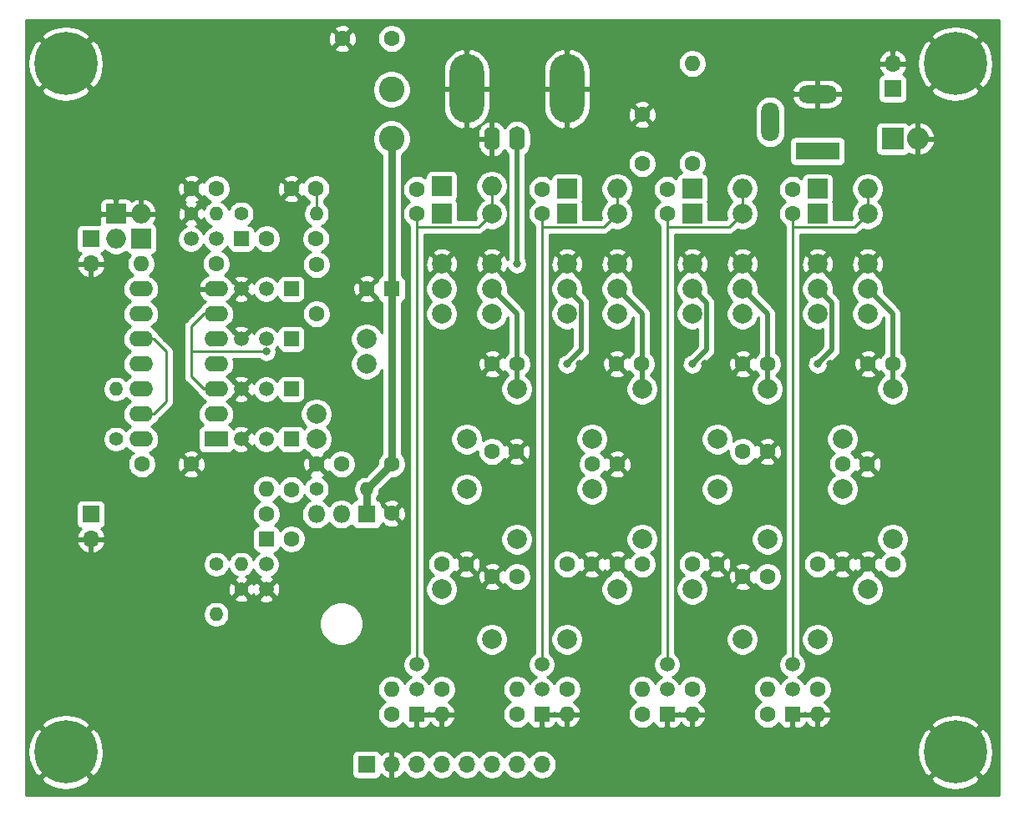
<source format=gbr>
%TF.GenerationSoftware,KiCad,Pcbnew,5.1.6-c6e7f7d~86~ubuntu18.04.1*%
%TF.CreationDate,2020-06-24T21:19:16+02:00*%
%TF.ProjectId,pa,70612e6b-6963-4616-945f-706362585858,2*%
%TF.SameCoordinates,Original*%
%TF.FileFunction,Copper,L1,Top*%
%TF.FilePolarity,Positive*%
%FSLAX46Y46*%
G04 Gerber Fmt 4.6, Leading zero omitted, Abs format (unit mm)*
G04 Created by KiCad (PCBNEW 5.1.6-c6e7f7d~86~ubuntu18.04.1) date 2020-06-24 21:19:16*
%MOMM*%
%LPD*%
G01*
G04 APERTURE LIST*
%TA.AperFunction,ComponentPad*%
%ADD10C,1.600000*%
%TD*%
%TA.AperFunction,ComponentPad*%
%ADD11C,2.600000*%
%TD*%
%TA.AperFunction,ComponentPad*%
%ADD12O,2.000000X2.000000*%
%TD*%
%TA.AperFunction,ComponentPad*%
%ADD13R,2.000000X2.000000*%
%TD*%
%TA.AperFunction,ComponentPad*%
%ADD14R,1.600000X1.600000*%
%TD*%
%TA.AperFunction,ComponentPad*%
%ADD15O,1.400000X1.400000*%
%TD*%
%TA.AperFunction,ComponentPad*%
%ADD16C,1.400000*%
%TD*%
%TA.AperFunction,ComponentPad*%
%ADD17C,2.000000*%
%TD*%
%TA.AperFunction,ComponentPad*%
%ADD18O,1.600000X1.600000*%
%TD*%
%TA.AperFunction,ComponentPad*%
%ADD19O,1.800000X1.800000*%
%TD*%
%TA.AperFunction,ComponentPad*%
%ADD20R,1.800000X1.800000*%
%TD*%
%TA.AperFunction,ComponentPad*%
%ADD21O,1.700000X1.700000*%
%TD*%
%TA.AperFunction,ComponentPad*%
%ADD22R,1.700000X1.700000*%
%TD*%
%TA.AperFunction,ComponentPad*%
%ADD23C,0.800000*%
%TD*%
%TA.AperFunction,ComponentPad*%
%ADD24C,6.400000*%
%TD*%
%TA.AperFunction,ComponentPad*%
%ADD25O,2.400000X1.600000*%
%TD*%
%TA.AperFunction,ComponentPad*%
%ADD26R,2.400000X1.600000*%
%TD*%
%TA.AperFunction,ComponentPad*%
%ADD27R,1.500000X1.500000*%
%TD*%
%TA.AperFunction,ComponentPad*%
%ADD28C,1.500000*%
%TD*%
%TA.AperFunction,ComponentPad*%
%ADD29R,4.400000X1.800000*%
%TD*%
%TA.AperFunction,ComponentPad*%
%ADD30O,4.000000X1.800000*%
%TD*%
%TA.AperFunction,ComponentPad*%
%ADD31O,1.800000X4.000000*%
%TD*%
%TA.AperFunction,ComponentPad*%
%ADD32O,1.600000X2.500000*%
%TD*%
%TA.AperFunction,ComponentPad*%
%ADD33O,3.500000X7.000000*%
%TD*%
%TA.AperFunction,ComponentPad*%
%ADD34O,2.240000X2.240000*%
%TD*%
%TA.AperFunction,ComponentPad*%
%ADD35R,2.240000X2.240000*%
%TD*%
%TA.AperFunction,ViaPad*%
%ADD36C,0.800000*%
%TD*%
%TA.AperFunction,Conductor*%
%ADD37C,0.250000*%
%TD*%
%TA.AperFunction,Conductor*%
%ADD38C,0.500000*%
%TD*%
%TA.AperFunction,Conductor*%
%ADD39C,0.750000*%
%TD*%
%TA.AperFunction,Conductor*%
%ADD40C,0.254000*%
%TD*%
G04 APERTURE END LIST*
D10*
%TO.P,C30,2*%
%TO.N,GND*%
X119240000Y-74755000D03*
%TO.P,C30,1*%
%TO.N,Net-(C30-Pad1)*%
X121740000Y-74755000D03*
%TD*%
D11*
%TO.P,L14,2*%
%TO.N,VCC*%
X139520000Y-64675000D03*
%TO.P,L14,1*%
%TO.N,Net-(C26-Pad1)*%
X139520000Y-69675000D03*
%TD*%
D10*
%TO.P,C31,2*%
%TO.N,Net-(C26-Pad1)*%
X139520000Y-102695000D03*
%TO.P,C31,1*%
%TO.N,GND*%
X139520000Y-107695000D03*
%TD*%
D12*
%TO.P,D7,2*%
%TO.N,RX-HF*%
X111580000Y-79835000D03*
D13*
%TO.P,D7,1*%
%TO.N,GND*%
X111580000Y-77295000D03*
%TD*%
D12*
%TO.P,D6,2*%
%TO.N,GND*%
X114120000Y-77295000D03*
D13*
%TO.P,D6,1*%
%TO.N,RX-HF*%
X114120000Y-79835000D03*
%TD*%
D10*
%TO.P,C26,2*%
%TO.N,GND*%
X137020000Y-84915000D03*
D14*
%TO.P,C26,1*%
%TO.N,Net-(C26-Pad1)*%
X139520000Y-84915000D03*
%TD*%
D10*
%TO.P,C28,2*%
%TO.N,+5V*%
X114200000Y-102695000D03*
%TO.P,C28,1*%
%TO.N,GND*%
X119200000Y-102695000D03*
%TD*%
D15*
%TO.P,R14,2*%
%TO.N,TX-HF*%
X111580000Y-95075000D03*
D16*
%TO.P,R14,1*%
%TO.N,+5V*%
X111580000Y-100155000D03*
%TD*%
D17*
%TO.P,L7,2*%
%TO.N,Net-(C13-Pad1)*%
X177620000Y-110315000D03*
%TO.P,L7,1*%
%TO.N,Net-(C8-Pad1)*%
X172540000Y-105235000D03*
%TD*%
%TO.P,L3,2*%
%TO.N,Net-(C8-Pad1)*%
X172540000Y-100155000D03*
%TO.P,L3,1*%
%TO.N,Net-(C4-Pad1)*%
X177620000Y-95075000D03*
%TD*%
%TO.P,L5,2*%
%TO.N,Net-(C11-Pad1)*%
X152220000Y-110315000D03*
%TO.P,L5,1*%
%TO.N,Net-(C6-Pad1)*%
X147140000Y-105235000D03*
%TD*%
%TO.P,L1,2*%
%TO.N,Net-(C6-Pad1)*%
X147140000Y-100155000D03*
%TO.P,L1,1*%
%TO.N,Net-(C2-Pad1)*%
X152220000Y-95075000D03*
%TD*%
D10*
%TO.P,C29,2*%
%TO.N,+12V*%
X131860000Y-74755000D03*
%TO.P,C29,1*%
%TO.N,GND*%
X129360000Y-74755000D03*
%TD*%
%TO.P,C25,2*%
%TO.N,Net-(C25-Pad2)*%
X129360000Y-105275000D03*
%TO.P,C25,1*%
%TO.N,Net-(C23-Pad2)*%
X129360000Y-110275000D03*
%TD*%
%TO.P,C21,2*%
%TO.N,LPF*%
X131860000Y-79835000D03*
%TO.P,C21,1*%
%TO.N,Net-(C21-Pad1)*%
X126860000Y-79835000D03*
%TD*%
D18*
%TO.P,R12,2*%
%TO.N,RX5V*%
X114120000Y-82375000D03*
D10*
%TO.P,R12,1*%
%TO.N,Net-(C30-Pad1)*%
X121740000Y-82375000D03*
%TD*%
D18*
%TO.P,R10,2*%
%TO.N,Net-(C25-Pad2)*%
X126820000Y-105235000D03*
D10*
%TO.P,R10,1*%
%TO.N,Net-(Q8-Pad1)*%
X126820000Y-107775000D03*
%TD*%
D19*
%TO.P,Q5,3*%
%TO.N,Net-(C25-Pad2)*%
X131900000Y-107775000D03*
%TO.P,Q5,2*%
%TO.N,Net-(C23-Pad2)*%
X134440000Y-107775000D03*
D20*
%TO.P,Q5,1*%
%TO.N,Net-(C26-Pad1)*%
X136980000Y-107775000D03*
%TD*%
D10*
%TO.P,C27,2*%
%TO.N,+12V*%
X167460000Y-74795000D03*
%TO.P,C27,1*%
%TO.N,RL40M*%
X167460000Y-77295000D03*
%TD*%
%TO.P,C19,2*%
%TO.N,+12V*%
X180160000Y-74795000D03*
%TO.P,C19,1*%
%TO.N,RL80M*%
X180160000Y-77295000D03*
%TD*%
%TO.P,C10,2*%
%TO.N,+12V*%
X154760000Y-74795000D03*
%TO.P,C10,1*%
%TO.N,RL20M*%
X154760000Y-77295000D03*
%TD*%
%TO.P,C1,2*%
%TO.N,+12V*%
X142060000Y-74795000D03*
%TO.P,C1,1*%
%TO.N,RL10M*%
X142060000Y-77295000D03*
%TD*%
D21*
%TO.P,J11,2*%
%TO.N,GND*%
X190320000Y-62055000D03*
D22*
%TO.P,J11,1*%
%TO.N,VCC*%
X190320000Y-64595000D03*
%TD*%
D23*
%TO.P,H4,1*%
%TO.N,GND*%
X108197056Y-130207944D03*
X106500000Y-129505000D03*
X104802944Y-130207944D03*
X104100000Y-131905000D03*
X104802944Y-133602056D03*
X106500000Y-134305000D03*
X108197056Y-133602056D03*
X108900000Y-131905000D03*
D24*
X106500000Y-131905000D03*
%TD*%
D23*
%TO.P,H3,1*%
%TO.N,GND*%
X108197056Y-60357944D03*
X106500000Y-59655000D03*
X104802944Y-60357944D03*
X104100000Y-62055000D03*
X104802944Y-63752056D03*
X106500000Y-64455000D03*
X108197056Y-63752056D03*
X108900000Y-62055000D03*
D24*
X106500000Y-62055000D03*
%TD*%
D23*
%TO.P,H2,1*%
%TO.N,GND*%
X198367056Y-60357944D03*
X196670000Y-59655000D03*
X194972944Y-60357944D03*
X194270000Y-62055000D03*
X194972944Y-63752056D03*
X196670000Y-64455000D03*
X198367056Y-63752056D03*
X199070000Y-62055000D03*
D24*
X196670000Y-62055000D03*
%TD*%
D23*
%TO.P,H1,1*%
%TO.N,GND*%
X198367056Y-130207944D03*
X196670000Y-129505000D03*
X194972944Y-130207944D03*
X194270000Y-131905000D03*
X194972944Y-133602056D03*
X196670000Y-134305000D03*
X198367056Y-133602056D03*
X199070000Y-131905000D03*
D24*
X196670000Y-131905000D03*
%TD*%
D25*
%TO.P,U1,14*%
%TO.N,+5V*%
X114120000Y-100155000D03*
%TO.P,U1,7*%
%TO.N,GND*%
X121740000Y-84915000D03*
%TO.P,U1,13*%
%TO.N,TX5V*%
X114120000Y-97615000D03*
%TO.P,U1,6*%
%TO.N,Net-(Q11-Pad2)*%
X121740000Y-87455000D03*
%TO.P,U1,12*%
%TO.N,TX-HF*%
X114120000Y-95075000D03*
%TO.P,U1,5*%
%TO.N,Net-(U1-Pad1)*%
X121740000Y-89995000D03*
%TO.P,U1,11*%
X114120000Y-92535000D03*
%TO.P,U1,4*%
X121740000Y-92535000D03*
%TO.P,U1,10*%
%TO.N,TX5V*%
X114120000Y-89995000D03*
%TO.P,U1,3*%
%TO.N,Net-(Q11-Pad2)*%
X121740000Y-95075000D03*
%TO.P,U1,9*%
%TO.N,TX5V*%
X114120000Y-87455000D03*
%TO.P,U1,2*%
%TO.N,Net-(U1-Pad1)*%
X121740000Y-97615000D03*
%TO.P,U1,8*%
%TO.N,RX5V*%
X114120000Y-84915000D03*
D26*
%TO.P,U1,1*%
%TO.N,Net-(U1-Pad1)*%
X121740000Y-100155000D03*
%TD*%
D17*
%TO.P,T1,4*%
%TO.N,Net-(C23-Pad2)*%
X136980000Y-92535000D03*
%TO.P,T1,1*%
%TO.N,Net-(Q11-Pad1)*%
X136980000Y-89995000D03*
%TO.P,T1,2*%
%TO.N,Net-(C20-Pad2)*%
X131900000Y-97615000D03*
%TO.P,T1,3*%
%TO.N,Net-(Q11-Pad1)*%
X131900000Y-100155000D03*
%TD*%
D15*
%TO.P,R16,2*%
%TO.N,Net-(C30-Pad1)*%
X121740000Y-77295000D03*
D16*
%TO.P,R16,1*%
%TO.N,GND*%
X119200000Y-77295000D03*
%TD*%
D15*
%TO.P,R15,2*%
%TO.N,Net-(Q8-Pad2)*%
X124280000Y-112855000D03*
D16*
%TO.P,R15,1*%
%TO.N,GND*%
X124280000Y-115395000D03*
%TD*%
D15*
%TO.P,R13,2*%
%TO.N,KEY5V*%
X121740000Y-117935000D03*
D16*
%TO.P,R13,1*%
%TO.N,Net-(Q8-Pad2)*%
X121740000Y-112855000D03*
%TD*%
D18*
%TO.P,R11,2*%
%TO.N,Net-(Q10-Pad2)*%
X164920000Y-125555000D03*
D10*
%TO.P,R11,1*%
%TO.N,40m*%
X164920000Y-128095000D03*
%TD*%
D15*
%TO.P,R9,2*%
%TO.N,Net-(C26-Pad1)*%
X136980000Y-105235000D03*
D16*
%TO.P,R9,1*%
%TO.N,Net-(C25-Pad2)*%
X131900000Y-105235000D03*
%TD*%
D18*
%TO.P,R8,2*%
%TO.N,GND*%
X170000000Y-128095000D03*
D10*
%TO.P,R8,1*%
%TO.N,Net-(Q10-Pad2)*%
X170000000Y-125555000D03*
%TD*%
D15*
%TO.P,R7,2*%
%TO.N,+12V*%
X131900000Y-77295000D03*
D16*
%TO.P,R7,1*%
%TO.N,Net-(C21-Pad1)*%
X124280000Y-77295000D03*
%TD*%
D18*
%TO.P,R6,2*%
%TO.N,GND*%
X182700000Y-128095000D03*
D10*
%TO.P,R6,1*%
%TO.N,Net-(Q3-Pad2)*%
X182700000Y-125555000D03*
%TD*%
D18*
%TO.P,R5,2*%
%TO.N,Net-(Q3-Pad2)*%
X177620000Y-125555000D03*
D10*
%TO.P,R5,1*%
%TO.N,80m*%
X177620000Y-128095000D03*
%TD*%
D18*
%TO.P,R4,2*%
%TO.N,GND*%
X157300000Y-128095000D03*
D10*
%TO.P,R4,1*%
%TO.N,Net-(Q2-Pad2)*%
X157300000Y-125555000D03*
%TD*%
D18*
%TO.P,R3,2*%
%TO.N,Net-(Q2-Pad2)*%
X152220000Y-125555000D03*
D10*
%TO.P,R3,1*%
%TO.N,20m*%
X152220000Y-128095000D03*
%TD*%
D18*
%TO.P,R2,2*%
%TO.N,GND*%
X144600000Y-128095000D03*
D10*
%TO.P,R2,1*%
%TO.N,Net-(Q1-Pad2)*%
X144600000Y-125555000D03*
%TD*%
D18*
%TO.P,R1,2*%
%TO.N,Net-(Q1-Pad2)*%
X139520000Y-125555000D03*
D10*
%TO.P,R1,1*%
%TO.N,10m*%
X139520000Y-128095000D03*
%TD*%
D27*
%TO.P,Q11,1*%
%TO.N,Net-(Q11-Pad1)*%
X129360000Y-84915000D03*
D28*
%TO.P,Q11,3*%
%TO.N,GND*%
X124280000Y-84915000D03*
%TO.P,Q11,2*%
%TO.N,Net-(Q11-Pad2)*%
X126820000Y-84915000D03*
%TD*%
D27*
%TO.P,Q10,1*%
%TO.N,GND*%
X167460000Y-128095000D03*
D28*
%TO.P,Q10,3*%
%TO.N,RL40M*%
X167460000Y-123015000D03*
%TO.P,Q10,2*%
%TO.N,Net-(Q10-Pad2)*%
X167460000Y-125555000D03*
%TD*%
D27*
%TO.P,Q9,1*%
%TO.N,Net-(Q11-Pad1)*%
X129360000Y-89995000D03*
D28*
%TO.P,Q9,3*%
%TO.N,GND*%
X124280000Y-89995000D03*
%TO.P,Q9,2*%
%TO.N,Net-(Q11-Pad2)*%
X126820000Y-89995000D03*
%TD*%
D27*
%TO.P,Q8,1*%
%TO.N,Net-(Q8-Pad1)*%
X126820000Y-110315000D03*
D28*
%TO.P,Q8,3*%
%TO.N,GND*%
X126820000Y-115395000D03*
%TO.P,Q8,2*%
%TO.N,Net-(Q8-Pad2)*%
X126820000Y-112855000D03*
%TD*%
D27*
%TO.P,Q7,1*%
%TO.N,Net-(Q11-Pad1)*%
X129360000Y-95075000D03*
D28*
%TO.P,Q7,3*%
%TO.N,GND*%
X124280000Y-95075000D03*
%TO.P,Q7,2*%
%TO.N,Net-(Q11-Pad2)*%
X126820000Y-95075000D03*
%TD*%
D27*
%TO.P,Q6,1*%
%TO.N,Net-(Q11-Pad1)*%
X129360000Y-100155000D03*
D28*
%TO.P,Q6,3*%
%TO.N,GND*%
X124280000Y-100155000D03*
%TO.P,Q6,2*%
%TO.N,Net-(Q11-Pad2)*%
X126820000Y-100155000D03*
%TD*%
D27*
%TO.P,Q4,1*%
%TO.N,Net-(C21-Pad1)*%
X124280000Y-79835000D03*
D28*
%TO.P,Q4,3*%
%TO.N,RX-HF*%
X119200000Y-79835000D03*
%TO.P,Q4,2*%
%TO.N,Net-(C30-Pad1)*%
X121740000Y-79835000D03*
%TD*%
D27*
%TO.P,Q3,1*%
%TO.N,GND*%
X180160000Y-128095000D03*
D28*
%TO.P,Q3,3*%
%TO.N,RL80M*%
X180160000Y-123015000D03*
%TO.P,Q3,2*%
%TO.N,Net-(Q3-Pad2)*%
X180160000Y-125555000D03*
%TD*%
D27*
%TO.P,Q2,1*%
%TO.N,GND*%
X154760000Y-128095000D03*
D28*
%TO.P,Q2,3*%
%TO.N,RL20M*%
X154760000Y-123015000D03*
%TO.P,Q2,2*%
%TO.N,Net-(Q2-Pad2)*%
X154760000Y-125555000D03*
%TD*%
D27*
%TO.P,Q1,1*%
%TO.N,GND*%
X142060000Y-128095000D03*
D28*
%TO.P,Q1,3*%
%TO.N,RL10M*%
X142060000Y-123015000D03*
%TO.P,Q1,2*%
%TO.N,Net-(Q1-Pad2)*%
X142060000Y-125555000D03*
%TD*%
D18*
%TO.P,L13,2*%
%TO.N,VCC*%
X170000000Y-62055000D03*
D10*
%TO.P,L13,1*%
%TO.N,+12V*%
X170000000Y-72215000D03*
%TD*%
D17*
%TO.P,L12,2*%
%TO.N,Net-(C18-Pad1)*%
X182700000Y-120475000D03*
%TO.P,L12,1*%
%TO.N,Net-(C14-Pad1)*%
X187780000Y-115395000D03*
%TD*%
%TO.P,L11,2*%
%TO.N,Net-(C17-Pad1)*%
X170000000Y-115395000D03*
%TO.P,L11,1*%
%TO.N,Net-(C13-Pad1)*%
X175080000Y-120475000D03*
%TD*%
%TO.P,L10,2*%
%TO.N,Net-(C16-Pad1)*%
X157300000Y-120475000D03*
%TO.P,L10,1*%
%TO.N,Net-(C12-Pad1)*%
X162380000Y-115395000D03*
%TD*%
%TO.P,L9,2*%
%TO.N,Net-(C15-Pad1)*%
X144600000Y-115395000D03*
%TO.P,L9,1*%
%TO.N,Net-(C11-Pad1)*%
X149680000Y-120475000D03*
%TD*%
%TO.P,L8,2*%
%TO.N,Net-(C14-Pad1)*%
X190320000Y-110315000D03*
%TO.P,L8,1*%
%TO.N,Net-(C9-Pad1)*%
X185240000Y-105235000D03*
%TD*%
%TO.P,L6,2*%
%TO.N,Net-(C12-Pad1)*%
X164920000Y-110315000D03*
%TO.P,L6,1*%
%TO.N,Net-(C7-Pad1)*%
X159840000Y-105235000D03*
%TD*%
%TO.P,L4,2*%
%TO.N,Net-(C9-Pad1)*%
X185240000Y-100155000D03*
%TO.P,L4,1*%
%TO.N,Net-(C5-Pad1)*%
X190320000Y-95075000D03*
%TD*%
%TO.P,L2,2*%
%TO.N,Net-(C7-Pad1)*%
X159840000Y-100155000D03*
%TO.P,L2,1*%
%TO.N,Net-(C3-Pad1)*%
X164920000Y-95075000D03*
%TD*%
%TO.P,K4,5*%
%TO.N,LPF*%
X182700000Y-87455000D03*
%TO.P,K4,8*%
%TO.N,Net-(J1-Pad1)*%
X187780000Y-87455000D03*
%TO.P,K4,3*%
%TO.N,GND*%
X182700000Y-82375000D03*
D13*
%TO.P,K4,1*%
%TO.N,+12V*%
X182700000Y-77295000D03*
D17*
%TO.P,K4,10*%
%TO.N,GND*%
X187780000Y-82375000D03*
%TO.P,K4,12*%
%TO.N,RL80M*%
X187780000Y-77295000D03*
%TO.P,K4,4*%
%TO.N,Net-(C18-Pad1)*%
X182700000Y-84915000D03*
%TO.P,K4,9*%
%TO.N,Net-(C5-Pad1)*%
X187780000Y-84915000D03*
%TD*%
%TO.P,K3,5*%
%TO.N,LPF*%
X170000000Y-87455000D03*
%TO.P,K3,8*%
%TO.N,Net-(J1-Pad1)*%
X175080000Y-87455000D03*
%TO.P,K3,3*%
%TO.N,GND*%
X170000000Y-82375000D03*
D13*
%TO.P,K3,1*%
%TO.N,+12V*%
X170000000Y-77295000D03*
D17*
%TO.P,K3,10*%
%TO.N,GND*%
X175080000Y-82375000D03*
%TO.P,K3,12*%
%TO.N,RL40M*%
X175080000Y-77295000D03*
%TO.P,K3,4*%
%TO.N,Net-(C17-Pad1)*%
X170000000Y-84915000D03*
%TO.P,K3,9*%
%TO.N,Net-(C4-Pad1)*%
X175080000Y-84915000D03*
%TD*%
%TO.P,K2,5*%
%TO.N,LPF*%
X157300000Y-87455000D03*
%TO.P,K2,8*%
%TO.N,Net-(J1-Pad1)*%
X162380000Y-87455000D03*
%TO.P,K2,3*%
%TO.N,GND*%
X157300000Y-82375000D03*
D13*
%TO.P,K2,1*%
%TO.N,+12V*%
X157300000Y-77295000D03*
D17*
%TO.P,K2,10*%
%TO.N,GND*%
X162380000Y-82375000D03*
%TO.P,K2,12*%
%TO.N,RL20M*%
X162380000Y-77295000D03*
%TO.P,K2,4*%
%TO.N,Net-(C16-Pad1)*%
X157300000Y-84915000D03*
%TO.P,K2,9*%
%TO.N,Net-(C3-Pad1)*%
X162380000Y-84915000D03*
%TD*%
%TO.P,K1,5*%
%TO.N,LPF*%
X144600000Y-87455000D03*
%TO.P,K1,8*%
%TO.N,Net-(J1-Pad1)*%
X149680000Y-87455000D03*
%TO.P,K1,3*%
%TO.N,GND*%
X144600000Y-82375000D03*
D13*
%TO.P,K1,1*%
%TO.N,+12V*%
X144600000Y-77295000D03*
D17*
%TO.P,K1,10*%
%TO.N,GND*%
X149680000Y-82375000D03*
%TO.P,K1,12*%
%TO.N,RL10M*%
X149680000Y-77295000D03*
%TO.P,K1,4*%
%TO.N,Net-(C15-Pad1)*%
X144600000Y-84915000D03*
%TO.P,K1,9*%
%TO.N,Net-(C2-Pad1)*%
X149680000Y-84915000D03*
%TD*%
D21*
%TO.P,J7,2*%
%TO.N,GND*%
X109040000Y-110315000D03*
D22*
%TO.P,J7,1*%
%TO.N,TX-HF*%
X109040000Y-107775000D03*
%TD*%
D21*
%TO.P,J6,2*%
%TO.N,GND*%
X109040000Y-82375000D03*
D22*
%TO.P,J6,1*%
%TO.N,RX-HF*%
X109040000Y-79835000D03*
%TD*%
D29*
%TO.P,J3,1*%
%TO.N,VCC*%
X182700000Y-70945000D03*
D30*
%TO.P,J3,2*%
%TO.N,GND*%
X182700000Y-65145000D03*
D31*
%TO.P,J3,3*%
%TO.N,Net-(J3-Pad3)*%
X177900000Y-67945000D03*
%TD*%
D21*
%TO.P,J2,8*%
%TO.N,80m*%
X154760000Y-133175000D03*
%TO.P,J2,7*%
%TO.N,40m*%
X152220000Y-133175000D03*
%TO.P,J2,6*%
%TO.N,20m*%
X149680000Y-133175000D03*
%TO.P,J2,5*%
%TO.N,10m*%
X147140000Y-133175000D03*
%TO.P,J2,4*%
%TO.N,KEY5V*%
X144600000Y-133175000D03*
%TO.P,J2,3*%
%TO.N,TX5V*%
X142060000Y-133175000D03*
%TO.P,J2,2*%
%TO.N,GND*%
X139520000Y-133175000D03*
D22*
%TO.P,J2,1*%
%TO.N,+5V*%
X136980000Y-133175000D03*
%TD*%
D32*
%TO.P,J1,2*%
%TO.N,GND*%
X149680000Y-69675000D03*
%TO.P,J1,1*%
%TO.N,Net-(J1-Pad1)*%
X152220000Y-69675000D03*
D33*
%TO.P,J1,2*%
%TO.N,GND*%
X157300000Y-64595000D03*
X147140000Y-64595000D03*
%TD*%
D12*
%TO.P,D5,2*%
%TO.N,RL40M*%
X175080000Y-74755000D03*
D13*
%TO.P,D5,1*%
%TO.N,+12V*%
X170000000Y-74755000D03*
%TD*%
D34*
%TO.P,D4,2*%
%TO.N,GND*%
X192860000Y-69675000D03*
D35*
%TO.P,D4,1*%
%TO.N,VCC*%
X190320000Y-69675000D03*
%TD*%
D12*
%TO.P,D3,2*%
%TO.N,RL80M*%
X187780000Y-74755000D03*
D13*
%TO.P,D3,1*%
%TO.N,+12V*%
X182700000Y-74755000D03*
%TD*%
D12*
%TO.P,D2,2*%
%TO.N,RL20M*%
X162380000Y-74755000D03*
D13*
%TO.P,D2,1*%
%TO.N,+12V*%
X157300000Y-74755000D03*
%TD*%
D12*
%TO.P,D1,2*%
%TO.N,RL10M*%
X149680000Y-74485000D03*
D13*
%TO.P,D1,1*%
%TO.N,+12V*%
X144600000Y-74485000D03*
%TD*%
D10*
%TO.P,C24,2*%
%TO.N,VCC*%
X139520000Y-59515000D03*
%TO.P,C24,1*%
%TO.N,GND*%
X134520000Y-59515000D03*
%TD*%
%TO.P,C23,2*%
%TO.N,Net-(C23-Pad2)*%
X134440000Y-102695000D03*
%TO.P,C23,1*%
%TO.N,GND*%
X131940000Y-102695000D03*
%TD*%
%TO.P,C22,2*%
%TO.N,+12V*%
X164920000Y-72215000D03*
%TO.P,C22,1*%
%TO.N,GND*%
X164920000Y-67215000D03*
%TD*%
%TO.P,C20,2*%
%TO.N,Net-(C20-Pad2)*%
X131900000Y-87455000D03*
%TO.P,C20,1*%
%TO.N,LPF*%
X131900000Y-82455000D03*
%TD*%
%TO.P,C18,2*%
%TO.N,GND*%
X185200000Y-112855000D03*
%TO.P,C18,1*%
%TO.N,Net-(C18-Pad1)*%
X182700000Y-112855000D03*
%TD*%
%TO.P,C17,2*%
%TO.N,GND*%
X172500000Y-112855000D03*
%TO.P,C17,1*%
%TO.N,Net-(C17-Pad1)*%
X170000000Y-112855000D03*
%TD*%
%TO.P,C16,2*%
%TO.N,GND*%
X159800000Y-112855000D03*
%TO.P,C16,1*%
%TO.N,Net-(C16-Pad1)*%
X157300000Y-112855000D03*
%TD*%
%TO.P,C15,2*%
%TO.N,GND*%
X147100000Y-112855000D03*
%TO.P,C15,1*%
%TO.N,Net-(C15-Pad1)*%
X144600000Y-112855000D03*
%TD*%
%TO.P,C14,2*%
%TO.N,GND*%
X187820000Y-112855000D03*
%TO.P,C14,1*%
%TO.N,Net-(C14-Pad1)*%
X190320000Y-112855000D03*
%TD*%
%TO.P,C13,2*%
%TO.N,GND*%
X175120000Y-114125000D03*
%TO.P,C13,1*%
%TO.N,Net-(C13-Pad1)*%
X177620000Y-114125000D03*
%TD*%
%TO.P,C12,2*%
%TO.N,GND*%
X162420000Y-112855000D03*
%TO.P,C12,1*%
%TO.N,Net-(C12-Pad1)*%
X164920000Y-112855000D03*
%TD*%
%TO.P,C11,2*%
%TO.N,GND*%
X149720000Y-114125000D03*
%TO.P,C11,1*%
%TO.N,Net-(C11-Pad1)*%
X152220000Y-114125000D03*
%TD*%
%TO.P,C9,2*%
%TO.N,GND*%
X187740000Y-102695000D03*
%TO.P,C9,1*%
%TO.N,Net-(C9-Pad1)*%
X185240000Y-102695000D03*
%TD*%
%TO.P,C8,2*%
%TO.N,GND*%
X177620000Y-101425000D03*
%TO.P,C8,1*%
%TO.N,Net-(C8-Pad1)*%
X175120000Y-101425000D03*
%TD*%
%TO.P,C7,2*%
%TO.N,GND*%
X162380000Y-102695000D03*
%TO.P,C7,1*%
%TO.N,Net-(C7-Pad1)*%
X159880000Y-102695000D03*
%TD*%
%TO.P,C6,2*%
%TO.N,GND*%
X152180000Y-101425000D03*
%TO.P,C6,1*%
%TO.N,Net-(C6-Pad1)*%
X149680000Y-101425000D03*
%TD*%
%TO.P,C5,2*%
%TO.N,GND*%
X187820000Y-92535000D03*
%TO.P,C5,1*%
%TO.N,Net-(C5-Pad1)*%
X190320000Y-92535000D03*
%TD*%
%TO.P,C4,2*%
%TO.N,GND*%
X175120000Y-92535000D03*
%TO.P,C4,1*%
%TO.N,Net-(C4-Pad1)*%
X177620000Y-92535000D03*
%TD*%
%TO.P,C3,2*%
%TO.N,GND*%
X162340000Y-92535000D03*
%TO.P,C3,1*%
%TO.N,Net-(C3-Pad1)*%
X164840000Y-92535000D03*
%TD*%
%TO.P,C2,2*%
%TO.N,GND*%
X149720000Y-92535000D03*
%TO.P,C2,1*%
%TO.N,Net-(C2-Pad1)*%
X152220000Y-92535000D03*
%TD*%
D36*
%TO.N,GND*%
X129360000Y-77295000D03*
X129360000Y-79835000D03*
X129360000Y-82375000D03*
X126820000Y-82375000D03*
X124280000Y-82375000D03*
X126820000Y-77295000D03*
X126820000Y-74755000D03*
X134440000Y-77295000D03*
X134440000Y-82375000D03*
X131900000Y-84915000D03*
X134440000Y-84915000D03*
X134440000Y-87455000D03*
X136980000Y-87455000D03*
X136980000Y-82375000D03*
X134440000Y-89995000D03*
X134440000Y-100155000D03*
X136980000Y-102695000D03*
X129360000Y-102695000D03*
X126820000Y-102695000D03*
X124280000Y-102695000D03*
X124280000Y-97615000D03*
X124280000Y-92535000D03*
X124280000Y-87455000D03*
X134440000Y-110315000D03*
X136980000Y-110315000D03*
X139520000Y-110315000D03*
X139520000Y-105235000D03*
X143330000Y-110315000D03*
X143330000Y-107775000D03*
X143330000Y-105235000D03*
X143330000Y-102695000D03*
X143330000Y-100155000D03*
X143330000Y-97615000D03*
X143330000Y-95075000D03*
X143330000Y-92535000D03*
X143330000Y-89995000D03*
X144600000Y-117935000D03*
X147140000Y-117935000D03*
X149680000Y-117935000D03*
X147140000Y-115395000D03*
X147140000Y-120475000D03*
X144600000Y-120475000D03*
X152220000Y-120475000D03*
X145870000Y-110315000D03*
X145870000Y-107775000D03*
X148410000Y-107775000D03*
X150950000Y-107775000D03*
X152220000Y-105235000D03*
X149680000Y-105235000D03*
X149680000Y-110315000D03*
X145870000Y-97615000D03*
X145870000Y-95075000D03*
X145870000Y-92535000D03*
X147140000Y-77295000D03*
X159840000Y-77295000D03*
X172540000Y-77295000D03*
X185240000Y-77295000D03*
X159840000Y-82375000D03*
X159840000Y-84915000D03*
X164920000Y-84915000D03*
X164920000Y-82375000D03*
X172540000Y-84915000D03*
X172540000Y-82375000D03*
X177620000Y-82375000D03*
X158570000Y-92535000D03*
X158570000Y-95075000D03*
X158570000Y-97615000D03*
X162380000Y-95075000D03*
X162380000Y-97615000D03*
X162380000Y-100155000D03*
X164920000Y-97615000D03*
X164920000Y-100155000D03*
X164920000Y-102695000D03*
X164920000Y-105235000D03*
X164920000Y-107775000D03*
X162380000Y-105235000D03*
X161110000Y-107775000D03*
X162380000Y-110315000D03*
X158570000Y-110315000D03*
X158570000Y-107775000D03*
X156030000Y-110315000D03*
X156030000Y-107775000D03*
X156030000Y-105235000D03*
X156030000Y-102695000D03*
X156030000Y-100155000D03*
X156030000Y-97615000D03*
X156030000Y-95075000D03*
X156030000Y-92535000D03*
X158570000Y-115395000D03*
X158570000Y-117935000D03*
X159840000Y-120475000D03*
X157300000Y-123015000D03*
X159840000Y-123015000D03*
X162380000Y-123015000D03*
X162380000Y-120475000D03*
X162380000Y-117935000D03*
X164920000Y-115395000D03*
X164920000Y-117935000D03*
X144600000Y-123015000D03*
X147140000Y-123015000D03*
X149680000Y-123015000D03*
X152220000Y-123015000D03*
X164920000Y-120475000D03*
X171270000Y-92535000D03*
X171270000Y-95075000D03*
X171270000Y-97615000D03*
X175080000Y-95075000D03*
X175080000Y-97615000D03*
X177620000Y-97615000D03*
X149680000Y-97615000D03*
X149680000Y-95075000D03*
X152220000Y-97615000D03*
X175080000Y-105235000D03*
X177620000Y-105235000D03*
X177620000Y-107775000D03*
X173810000Y-107775000D03*
X171270000Y-107775000D03*
X171270000Y-110315000D03*
X175080000Y-110315000D03*
X172540000Y-115395000D03*
X172540000Y-117935000D03*
X172540000Y-120475000D03*
X170000000Y-120475000D03*
X170000000Y-117935000D03*
X170000000Y-123015000D03*
X172540000Y-123015000D03*
X175080000Y-123015000D03*
X177620000Y-123015000D03*
X177620000Y-120475000D03*
X175080000Y-117935000D03*
X168730000Y-110315000D03*
X168730000Y-107775000D03*
X168730000Y-105235000D03*
X168730000Y-102695000D03*
X168730000Y-100155000D03*
X168730000Y-97615000D03*
X168730000Y-95075000D03*
X168730000Y-92535000D03*
X181430000Y-110315000D03*
X181430000Y-107775000D03*
X181430000Y-105235000D03*
X181430000Y-102695000D03*
X181430000Y-100155000D03*
X181430000Y-97615000D03*
X181430000Y-95075000D03*
X181430000Y-92535000D03*
X156030000Y-117935000D03*
X156030000Y-115395000D03*
X181430000Y-117935000D03*
X181430000Y-115395000D03*
X182700000Y-123015000D03*
X185240000Y-123015000D03*
X190320000Y-117935000D03*
X190320000Y-115395000D03*
X185240000Y-120475000D03*
X183970000Y-117935000D03*
X187780000Y-117935000D03*
X183970000Y-115395000D03*
X187780000Y-110315000D03*
X183970000Y-110315000D03*
X183970000Y-107775000D03*
X186510000Y-107775000D03*
X190320000Y-107775000D03*
X192860000Y-112855000D03*
X192860000Y-110315000D03*
X192860000Y-107775000D03*
X187780000Y-105235000D03*
X190320000Y-100155000D03*
X190320000Y-97615000D03*
X192860000Y-87455000D03*
X192860000Y-89995000D03*
X192860000Y-92535000D03*
X192860000Y-95075000D03*
X192860000Y-97615000D03*
X187780000Y-100155000D03*
X186510000Y-97615000D03*
X183970000Y-97615000D03*
X183970000Y-95075000D03*
X183970000Y-92535000D03*
X190320000Y-82375000D03*
X190320000Y-84915000D03*
X185240000Y-84915000D03*
X185240000Y-82375000D03*
X182700000Y-79835000D03*
X185240000Y-79835000D03*
X187780000Y-79835000D03*
X136980000Y-77295000D03*
X121740000Y-102695000D03*
X119200000Y-100155000D03*
X119200000Y-97615000D03*
X116660000Y-89995000D03*
X116660000Y-87455000D03*
X119200000Y-87455000D03*
X119200000Y-84915000D03*
X116660000Y-84915000D03*
X106500000Y-79835000D03*
X106500000Y-77295000D03*
X109040000Y-77295000D03*
X116660000Y-81105000D03*
X124280000Y-74755000D03*
X110310000Y-103965000D03*
X110310000Y-101425000D03*
X107770000Y-103965000D03*
X107770000Y-101425000D03*
X107770000Y-98885000D03*
X107770000Y-96345000D03*
X109040000Y-95075000D03*
X110310000Y-93805000D03*
X110310000Y-98885000D03*
X111580000Y-106505000D03*
X111580000Y-109045000D03*
X111580000Y-111585000D03*
X106500000Y-111585000D03*
X106500000Y-109045000D03*
X106500000Y-106505000D03*
X117930000Y-78565000D03*
X111580000Y-82375000D03*
X116660000Y-78565000D03*
X117930000Y-81105000D03*
X111580000Y-92535000D03*
X145870000Y-102695000D03*
X149680000Y-89995000D03*
X171270000Y-102695000D03*
X191590000Y-86185000D03*
X111580000Y-97615000D03*
%TO.N,Net-(C16-Pad1)*%
X157300000Y-92535000D03*
%TO.N,Net-(C17-Pad1)*%
X170000000Y-92535000D03*
%TO.N,Net-(C18-Pad1)*%
X182700000Y-92535000D03*
%TO.N,Net-(J1-Pad1)*%
X152220000Y-82375000D03*
%TO.N,Net-(Q11-Pad2)*%
X126820000Y-91265000D03*
%TD*%
D37*
%TO.N,+12V*%
X131900000Y-74795000D02*
X131860000Y-74755000D01*
X131900000Y-77295000D02*
X131900000Y-74795000D01*
%TO.N,RL10M*%
X142060000Y-123015000D02*
X142060000Y-79835000D01*
X142060000Y-79835000D02*
X142060000Y-78565000D01*
X142060000Y-78565000D02*
X142060000Y-77295000D01*
X142115001Y-78620001D02*
X142060000Y-78565000D01*
X148354999Y-78620001D02*
X142115001Y-78620001D01*
X149680000Y-77295000D02*
X148354999Y-78620001D01*
X149680000Y-74485000D02*
X149680000Y-77295000D01*
D38*
%TO.N,Net-(C2-Pad1)*%
X152220000Y-89995000D02*
X152220000Y-92535000D01*
X152220000Y-92535000D02*
X152220000Y-95075000D01*
X152220000Y-87455000D02*
X152220000Y-89995000D01*
X149680000Y-84915000D02*
X152220000Y-87455000D01*
%TO.N,Net-(C3-Pad1)*%
X164920000Y-87455000D02*
X162380000Y-84915000D01*
X164920000Y-95075000D02*
X164920000Y-87455000D01*
%TO.N,Net-(C4-Pad1)*%
X177620000Y-87455000D02*
X175080000Y-84915000D01*
X177620000Y-92535000D02*
X177620000Y-87455000D01*
X177620000Y-95075000D02*
X177620000Y-92535000D01*
%TO.N,Net-(C5-Pad1)*%
X190320000Y-87455000D02*
X187780000Y-84915000D01*
X190320000Y-95075000D02*
X190320000Y-87455000D01*
D37*
%TO.N,RL20M*%
X154760000Y-123015000D02*
X154760000Y-79835000D01*
X161054999Y-78620001D02*
X154815001Y-78620001D01*
X162380000Y-77295000D02*
X161054999Y-78620001D01*
X154760000Y-79835000D02*
X154760000Y-78565000D01*
X154815001Y-78620001D02*
X154760000Y-78565000D01*
X154760000Y-78565000D02*
X154760000Y-77295000D01*
X162380000Y-74755000D02*
X162380000Y-77295000D01*
D38*
%TO.N,Net-(C16-Pad1)*%
X158750001Y-86365001D02*
X157300000Y-84915000D01*
X158750001Y-91084999D02*
X158750001Y-86365001D01*
X157300000Y-92535000D02*
X158750001Y-91084999D01*
%TO.N,Net-(C17-Pad1)*%
X170000000Y-92535000D02*
X170000000Y-92535000D01*
X171450001Y-86365001D02*
X170000000Y-84915000D01*
X171450001Y-91084999D02*
X171450001Y-86365001D01*
X170000000Y-92535000D02*
X171450001Y-91084999D01*
%TO.N,Net-(C18-Pad1)*%
X182700000Y-92535000D02*
X182700000Y-92535000D01*
X184150001Y-86365001D02*
X182700000Y-84915000D01*
X184150001Y-91084999D02*
X184150001Y-86365001D01*
X182700000Y-92535000D02*
X184150001Y-91084999D01*
D37*
%TO.N,RL80M*%
X187780000Y-74755000D02*
X187780000Y-77295000D01*
X180215001Y-78620001D02*
X180160000Y-78565000D01*
X186454999Y-78620001D02*
X180215001Y-78620001D01*
X187780000Y-77295000D02*
X186454999Y-78620001D01*
X180160000Y-123015000D02*
X180160000Y-78565000D01*
X180160000Y-78565000D02*
X180160000Y-77295000D01*
%TO.N,RL40M*%
X167460000Y-123015000D02*
X167460000Y-79835000D01*
X175080000Y-74755000D02*
X175080000Y-77295000D01*
X173754999Y-78620001D02*
X167515001Y-78620001D01*
X167515001Y-78620001D02*
X167460000Y-78565000D01*
X175080000Y-77295000D02*
X173754999Y-78620001D01*
X167460000Y-79835000D02*
X167460000Y-78565000D01*
X167460000Y-78565000D02*
X167460000Y-77295000D01*
D38*
%TO.N,Net-(J1-Pad1)*%
X152220000Y-82375000D02*
X152220000Y-82375000D01*
X152220000Y-82375000D02*
X152220000Y-69675000D01*
D37*
%TO.N,TX5V*%
X114120000Y-97615000D02*
X115390000Y-97615000D01*
X115390000Y-97615000D02*
X116660000Y-96345000D01*
X116660000Y-96345000D02*
X116660000Y-91265000D01*
X115390000Y-89995000D02*
X114120000Y-89995000D01*
X116660000Y-91265000D02*
X115390000Y-89995000D01*
%TO.N,Net-(Q11-Pad2)*%
X119200000Y-91265000D02*
X119200000Y-89995000D01*
X119200000Y-91265000D02*
X126820000Y-91265000D01*
X119200000Y-92535000D02*
X119200000Y-91265000D01*
X121740000Y-95075000D02*
X120470000Y-95075000D01*
X120470000Y-95075000D02*
X119200000Y-93805000D01*
X119200000Y-93805000D02*
X119200000Y-92535000D01*
X121740000Y-87455000D02*
X120470000Y-87455000D01*
X120470000Y-87455000D02*
X119200000Y-88725000D01*
X119200000Y-88725000D02*
X119200000Y-89995000D01*
D39*
%TO.N,Net-(C26-Pad1)*%
X139520000Y-69675000D02*
X139520000Y-102695000D01*
X136980000Y-107775000D02*
X136980000Y-105235000D01*
X139520000Y-102695000D02*
X136980000Y-105235000D01*
%TD*%
D40*
%TO.N,GND*%
G36*
X201065001Y-136300000D02*
G01*
X102435000Y-136300000D01*
X102435000Y-134605881D01*
X103978724Y-134605881D01*
X104338912Y-135095548D01*
X105002882Y-135455849D01*
X105724385Y-135679694D01*
X106475695Y-135758480D01*
X107227938Y-135689178D01*
X107952208Y-135474452D01*
X108620670Y-135122555D01*
X108661088Y-135095548D01*
X109021276Y-134605881D01*
X106500000Y-132084605D01*
X103978724Y-134605881D01*
X102435000Y-134605881D01*
X102435000Y-131880695D01*
X102646520Y-131880695D01*
X102715822Y-132632938D01*
X102930548Y-133357208D01*
X103282445Y-134025670D01*
X103309452Y-134066088D01*
X103799119Y-134426276D01*
X106320395Y-131905000D01*
X106679605Y-131905000D01*
X109200881Y-134426276D01*
X109690548Y-134066088D01*
X110050849Y-133402118D01*
X110274694Y-132680615D01*
X110311985Y-132325000D01*
X135491928Y-132325000D01*
X135491928Y-134025000D01*
X135504188Y-134149482D01*
X135540498Y-134269180D01*
X135599463Y-134379494D01*
X135678815Y-134476185D01*
X135775506Y-134555537D01*
X135885820Y-134614502D01*
X136005518Y-134650812D01*
X136130000Y-134663072D01*
X137830000Y-134663072D01*
X137954482Y-134650812D01*
X138074180Y-134614502D01*
X138184494Y-134555537D01*
X138281185Y-134476185D01*
X138360537Y-134379494D01*
X138419502Y-134269180D01*
X138443966Y-134188534D01*
X138519731Y-134272588D01*
X138753080Y-134446641D01*
X139015901Y-134571825D01*
X139163110Y-134616476D01*
X139393000Y-134495155D01*
X139393000Y-133302000D01*
X139373000Y-133302000D01*
X139373000Y-133048000D01*
X139393000Y-133048000D01*
X139393000Y-131854845D01*
X139647000Y-131854845D01*
X139647000Y-133048000D01*
X139667000Y-133048000D01*
X139667000Y-133302000D01*
X139647000Y-133302000D01*
X139647000Y-134495155D01*
X139876890Y-134616476D01*
X140024099Y-134571825D01*
X140286920Y-134446641D01*
X140520269Y-134272588D01*
X140715178Y-134056355D01*
X140784805Y-133939466D01*
X140906525Y-134121632D01*
X141113368Y-134328475D01*
X141356589Y-134490990D01*
X141626842Y-134602932D01*
X141913740Y-134660000D01*
X142206260Y-134660000D01*
X142493158Y-134602932D01*
X142763411Y-134490990D01*
X143006632Y-134328475D01*
X143213475Y-134121632D01*
X143330000Y-133947240D01*
X143446525Y-134121632D01*
X143653368Y-134328475D01*
X143896589Y-134490990D01*
X144166842Y-134602932D01*
X144453740Y-134660000D01*
X144746260Y-134660000D01*
X145033158Y-134602932D01*
X145303411Y-134490990D01*
X145546632Y-134328475D01*
X145753475Y-134121632D01*
X145870000Y-133947240D01*
X145986525Y-134121632D01*
X146193368Y-134328475D01*
X146436589Y-134490990D01*
X146706842Y-134602932D01*
X146993740Y-134660000D01*
X147286260Y-134660000D01*
X147573158Y-134602932D01*
X147843411Y-134490990D01*
X148086632Y-134328475D01*
X148293475Y-134121632D01*
X148410000Y-133947240D01*
X148526525Y-134121632D01*
X148733368Y-134328475D01*
X148976589Y-134490990D01*
X149246842Y-134602932D01*
X149533740Y-134660000D01*
X149826260Y-134660000D01*
X150113158Y-134602932D01*
X150383411Y-134490990D01*
X150626632Y-134328475D01*
X150833475Y-134121632D01*
X150950000Y-133947240D01*
X151066525Y-134121632D01*
X151273368Y-134328475D01*
X151516589Y-134490990D01*
X151786842Y-134602932D01*
X152073740Y-134660000D01*
X152366260Y-134660000D01*
X152653158Y-134602932D01*
X152923411Y-134490990D01*
X153166632Y-134328475D01*
X153373475Y-134121632D01*
X153490000Y-133947240D01*
X153606525Y-134121632D01*
X153813368Y-134328475D01*
X154056589Y-134490990D01*
X154326842Y-134602932D01*
X154613740Y-134660000D01*
X154906260Y-134660000D01*
X155178332Y-134605881D01*
X194148724Y-134605881D01*
X194508912Y-135095548D01*
X195172882Y-135455849D01*
X195894385Y-135679694D01*
X196645695Y-135758480D01*
X197397938Y-135689178D01*
X198122208Y-135474452D01*
X198790670Y-135122555D01*
X198831088Y-135095548D01*
X199191276Y-134605881D01*
X196670000Y-132084605D01*
X194148724Y-134605881D01*
X155178332Y-134605881D01*
X155193158Y-134602932D01*
X155463411Y-134490990D01*
X155706632Y-134328475D01*
X155913475Y-134121632D01*
X156075990Y-133878411D01*
X156187932Y-133608158D01*
X156245000Y-133321260D01*
X156245000Y-133028740D01*
X156187932Y-132741842D01*
X156075990Y-132471589D01*
X155913475Y-132228368D01*
X155706632Y-132021525D01*
X155495865Y-131880695D01*
X192816520Y-131880695D01*
X192885822Y-132632938D01*
X193100548Y-133357208D01*
X193452445Y-134025670D01*
X193479452Y-134066088D01*
X193969119Y-134426276D01*
X196490395Y-131905000D01*
X196849605Y-131905000D01*
X199370881Y-134426276D01*
X199860548Y-134066088D01*
X200220849Y-133402118D01*
X200444694Y-132680615D01*
X200523480Y-131929305D01*
X200454178Y-131177062D01*
X200239452Y-130452792D01*
X199887555Y-129784330D01*
X199860548Y-129743912D01*
X199370881Y-129383724D01*
X196849605Y-131905000D01*
X196490395Y-131905000D01*
X193969119Y-129383724D01*
X193479452Y-129743912D01*
X193119151Y-130407882D01*
X192895306Y-131129385D01*
X192816520Y-131880695D01*
X155495865Y-131880695D01*
X155463411Y-131859010D01*
X155193158Y-131747068D01*
X154906260Y-131690000D01*
X154613740Y-131690000D01*
X154326842Y-131747068D01*
X154056589Y-131859010D01*
X153813368Y-132021525D01*
X153606525Y-132228368D01*
X153490000Y-132402760D01*
X153373475Y-132228368D01*
X153166632Y-132021525D01*
X152923411Y-131859010D01*
X152653158Y-131747068D01*
X152366260Y-131690000D01*
X152073740Y-131690000D01*
X151786842Y-131747068D01*
X151516589Y-131859010D01*
X151273368Y-132021525D01*
X151066525Y-132228368D01*
X150950000Y-132402760D01*
X150833475Y-132228368D01*
X150626632Y-132021525D01*
X150383411Y-131859010D01*
X150113158Y-131747068D01*
X149826260Y-131690000D01*
X149533740Y-131690000D01*
X149246842Y-131747068D01*
X148976589Y-131859010D01*
X148733368Y-132021525D01*
X148526525Y-132228368D01*
X148410000Y-132402760D01*
X148293475Y-132228368D01*
X148086632Y-132021525D01*
X147843411Y-131859010D01*
X147573158Y-131747068D01*
X147286260Y-131690000D01*
X146993740Y-131690000D01*
X146706842Y-131747068D01*
X146436589Y-131859010D01*
X146193368Y-132021525D01*
X145986525Y-132228368D01*
X145870000Y-132402760D01*
X145753475Y-132228368D01*
X145546632Y-132021525D01*
X145303411Y-131859010D01*
X145033158Y-131747068D01*
X144746260Y-131690000D01*
X144453740Y-131690000D01*
X144166842Y-131747068D01*
X143896589Y-131859010D01*
X143653368Y-132021525D01*
X143446525Y-132228368D01*
X143330000Y-132402760D01*
X143213475Y-132228368D01*
X143006632Y-132021525D01*
X142763411Y-131859010D01*
X142493158Y-131747068D01*
X142206260Y-131690000D01*
X141913740Y-131690000D01*
X141626842Y-131747068D01*
X141356589Y-131859010D01*
X141113368Y-132021525D01*
X140906525Y-132228368D01*
X140784805Y-132410534D01*
X140715178Y-132293645D01*
X140520269Y-132077412D01*
X140286920Y-131903359D01*
X140024099Y-131778175D01*
X139876890Y-131733524D01*
X139647000Y-131854845D01*
X139393000Y-131854845D01*
X139163110Y-131733524D01*
X139015901Y-131778175D01*
X138753080Y-131903359D01*
X138519731Y-132077412D01*
X138443966Y-132161466D01*
X138419502Y-132080820D01*
X138360537Y-131970506D01*
X138281185Y-131873815D01*
X138184494Y-131794463D01*
X138074180Y-131735498D01*
X137954482Y-131699188D01*
X137830000Y-131686928D01*
X136130000Y-131686928D01*
X136005518Y-131699188D01*
X135885820Y-131735498D01*
X135775506Y-131794463D01*
X135678815Y-131873815D01*
X135599463Y-131970506D01*
X135540498Y-132080820D01*
X135504188Y-132200518D01*
X135491928Y-132325000D01*
X110311985Y-132325000D01*
X110353480Y-131929305D01*
X110284178Y-131177062D01*
X110069452Y-130452792D01*
X109717555Y-129784330D01*
X109690548Y-129743912D01*
X109200881Y-129383724D01*
X106679605Y-131905000D01*
X106320395Y-131905000D01*
X103799119Y-129383724D01*
X103309452Y-129743912D01*
X102949151Y-130407882D01*
X102725306Y-131129385D01*
X102646520Y-131880695D01*
X102435000Y-131880695D01*
X102435000Y-129204119D01*
X103978724Y-129204119D01*
X106500000Y-131725395D01*
X109021276Y-129204119D01*
X108661088Y-128714452D01*
X107997118Y-128354151D01*
X107275615Y-128130306D01*
X106524305Y-128051520D01*
X105772062Y-128120822D01*
X105047792Y-128335548D01*
X104379330Y-128687445D01*
X104338912Y-128714452D01*
X103978724Y-129204119D01*
X102435000Y-129204119D01*
X102435000Y-125413665D01*
X138085000Y-125413665D01*
X138085000Y-125696335D01*
X138140147Y-125973574D01*
X138248320Y-126234727D01*
X138405363Y-126469759D01*
X138605241Y-126669637D01*
X138837759Y-126825000D01*
X138605241Y-126980363D01*
X138405363Y-127180241D01*
X138248320Y-127415273D01*
X138140147Y-127676426D01*
X138085000Y-127953665D01*
X138085000Y-128236335D01*
X138140147Y-128513574D01*
X138248320Y-128774727D01*
X138405363Y-129009759D01*
X138605241Y-129209637D01*
X138840273Y-129366680D01*
X139101426Y-129474853D01*
X139378665Y-129530000D01*
X139661335Y-129530000D01*
X139938574Y-129474853D01*
X140199727Y-129366680D01*
X140434759Y-129209637D01*
X140634637Y-129009759D01*
X140681280Y-128939953D01*
X140684188Y-128969482D01*
X140720498Y-129089180D01*
X140779463Y-129199494D01*
X140858815Y-129296185D01*
X140955506Y-129375537D01*
X141065820Y-129434502D01*
X141185518Y-129470812D01*
X141310000Y-129483072D01*
X141774250Y-129480000D01*
X141933000Y-129321250D01*
X141933000Y-128222000D01*
X142187000Y-128222000D01*
X142187000Y-129321250D01*
X142345750Y-129480000D01*
X142810000Y-129483072D01*
X142934482Y-129470812D01*
X143054180Y-129434502D01*
X143164494Y-129375537D01*
X143261185Y-129296185D01*
X143340537Y-129199494D01*
X143399502Y-129089180D01*
X143435812Y-128969482D01*
X143439114Y-128935956D01*
X143447615Y-128950131D01*
X143636586Y-129158519D01*
X143862580Y-129326037D01*
X144116913Y-129446246D01*
X144250961Y-129486904D01*
X144473000Y-129364915D01*
X144473000Y-128222000D01*
X144727000Y-128222000D01*
X144727000Y-129364915D01*
X144949039Y-129486904D01*
X145083087Y-129446246D01*
X145337420Y-129326037D01*
X145563414Y-129158519D01*
X145752385Y-128950131D01*
X145897070Y-128708881D01*
X145991909Y-128444040D01*
X145870624Y-128222000D01*
X144727000Y-128222000D01*
X144473000Y-128222000D01*
X143329376Y-128222000D01*
X143314141Y-128249891D01*
X143286250Y-128222000D01*
X142187000Y-128222000D01*
X141933000Y-128222000D01*
X141913000Y-128222000D01*
X141913000Y-127968000D01*
X141933000Y-127968000D01*
X141933000Y-127948000D01*
X142187000Y-127948000D01*
X142187000Y-127968000D01*
X143286250Y-127968000D01*
X143314141Y-127940109D01*
X143329376Y-127968000D01*
X144473000Y-127968000D01*
X144473000Y-127948000D01*
X144727000Y-127948000D01*
X144727000Y-127968000D01*
X145870624Y-127968000D01*
X145991909Y-127745960D01*
X145897070Y-127481119D01*
X145752385Y-127239869D01*
X145563414Y-127031481D01*
X145337420Y-126863963D01*
X145268435Y-126831357D01*
X145279727Y-126826680D01*
X145514759Y-126669637D01*
X145714637Y-126469759D01*
X145871680Y-126234727D01*
X145979853Y-125973574D01*
X146035000Y-125696335D01*
X146035000Y-125413665D01*
X150785000Y-125413665D01*
X150785000Y-125696335D01*
X150840147Y-125973574D01*
X150948320Y-126234727D01*
X151105363Y-126469759D01*
X151305241Y-126669637D01*
X151537759Y-126825000D01*
X151305241Y-126980363D01*
X151105363Y-127180241D01*
X150948320Y-127415273D01*
X150840147Y-127676426D01*
X150785000Y-127953665D01*
X150785000Y-128236335D01*
X150840147Y-128513574D01*
X150948320Y-128774727D01*
X151105363Y-129009759D01*
X151305241Y-129209637D01*
X151540273Y-129366680D01*
X151801426Y-129474853D01*
X152078665Y-129530000D01*
X152361335Y-129530000D01*
X152638574Y-129474853D01*
X152899727Y-129366680D01*
X153134759Y-129209637D01*
X153334637Y-129009759D01*
X153381280Y-128939953D01*
X153384188Y-128969482D01*
X153420498Y-129089180D01*
X153479463Y-129199494D01*
X153558815Y-129296185D01*
X153655506Y-129375537D01*
X153765820Y-129434502D01*
X153885518Y-129470812D01*
X154010000Y-129483072D01*
X154474250Y-129480000D01*
X154633000Y-129321250D01*
X154633000Y-128222000D01*
X154887000Y-128222000D01*
X154887000Y-129321250D01*
X155045750Y-129480000D01*
X155510000Y-129483072D01*
X155634482Y-129470812D01*
X155754180Y-129434502D01*
X155864494Y-129375537D01*
X155961185Y-129296185D01*
X156040537Y-129199494D01*
X156099502Y-129089180D01*
X156135812Y-128969482D01*
X156139114Y-128935956D01*
X156147615Y-128950131D01*
X156336586Y-129158519D01*
X156562580Y-129326037D01*
X156816913Y-129446246D01*
X156950961Y-129486904D01*
X157173000Y-129364915D01*
X157173000Y-128222000D01*
X157427000Y-128222000D01*
X157427000Y-129364915D01*
X157649039Y-129486904D01*
X157783087Y-129446246D01*
X158037420Y-129326037D01*
X158263414Y-129158519D01*
X158452385Y-128950131D01*
X158597070Y-128708881D01*
X158691909Y-128444040D01*
X158570624Y-128222000D01*
X157427000Y-128222000D01*
X157173000Y-128222000D01*
X156029376Y-128222000D01*
X156014141Y-128249891D01*
X155986250Y-128222000D01*
X154887000Y-128222000D01*
X154633000Y-128222000D01*
X154613000Y-128222000D01*
X154613000Y-127968000D01*
X154633000Y-127968000D01*
X154633000Y-127948000D01*
X154887000Y-127948000D01*
X154887000Y-127968000D01*
X155986250Y-127968000D01*
X156014141Y-127940109D01*
X156029376Y-127968000D01*
X157173000Y-127968000D01*
X157173000Y-127948000D01*
X157427000Y-127948000D01*
X157427000Y-127968000D01*
X158570624Y-127968000D01*
X158691909Y-127745960D01*
X158597070Y-127481119D01*
X158452385Y-127239869D01*
X158263414Y-127031481D01*
X158037420Y-126863963D01*
X157968435Y-126831357D01*
X157979727Y-126826680D01*
X158214759Y-126669637D01*
X158414637Y-126469759D01*
X158571680Y-126234727D01*
X158679853Y-125973574D01*
X158735000Y-125696335D01*
X158735000Y-125413665D01*
X163485000Y-125413665D01*
X163485000Y-125696335D01*
X163540147Y-125973574D01*
X163648320Y-126234727D01*
X163805363Y-126469759D01*
X164005241Y-126669637D01*
X164237759Y-126825000D01*
X164005241Y-126980363D01*
X163805363Y-127180241D01*
X163648320Y-127415273D01*
X163540147Y-127676426D01*
X163485000Y-127953665D01*
X163485000Y-128236335D01*
X163540147Y-128513574D01*
X163648320Y-128774727D01*
X163805363Y-129009759D01*
X164005241Y-129209637D01*
X164240273Y-129366680D01*
X164501426Y-129474853D01*
X164778665Y-129530000D01*
X165061335Y-129530000D01*
X165338574Y-129474853D01*
X165599727Y-129366680D01*
X165834759Y-129209637D01*
X166034637Y-129009759D01*
X166081280Y-128939953D01*
X166084188Y-128969482D01*
X166120498Y-129089180D01*
X166179463Y-129199494D01*
X166258815Y-129296185D01*
X166355506Y-129375537D01*
X166465820Y-129434502D01*
X166585518Y-129470812D01*
X166710000Y-129483072D01*
X167174250Y-129480000D01*
X167333000Y-129321250D01*
X167333000Y-128222000D01*
X167587000Y-128222000D01*
X167587000Y-129321250D01*
X167745750Y-129480000D01*
X168210000Y-129483072D01*
X168334482Y-129470812D01*
X168454180Y-129434502D01*
X168564494Y-129375537D01*
X168661185Y-129296185D01*
X168740537Y-129199494D01*
X168799502Y-129089180D01*
X168835812Y-128969482D01*
X168839114Y-128935956D01*
X168847615Y-128950131D01*
X169036586Y-129158519D01*
X169262580Y-129326037D01*
X169516913Y-129446246D01*
X169650961Y-129486904D01*
X169873000Y-129364915D01*
X169873000Y-128222000D01*
X170127000Y-128222000D01*
X170127000Y-129364915D01*
X170349039Y-129486904D01*
X170483087Y-129446246D01*
X170737420Y-129326037D01*
X170963414Y-129158519D01*
X171152385Y-128950131D01*
X171297070Y-128708881D01*
X171391909Y-128444040D01*
X171270624Y-128222000D01*
X170127000Y-128222000D01*
X169873000Y-128222000D01*
X168729376Y-128222000D01*
X168714141Y-128249891D01*
X168686250Y-128222000D01*
X167587000Y-128222000D01*
X167333000Y-128222000D01*
X167313000Y-128222000D01*
X167313000Y-127968000D01*
X167333000Y-127968000D01*
X167333000Y-127948000D01*
X167587000Y-127948000D01*
X167587000Y-127968000D01*
X168686250Y-127968000D01*
X168714141Y-127940109D01*
X168729376Y-127968000D01*
X169873000Y-127968000D01*
X169873000Y-127948000D01*
X170127000Y-127948000D01*
X170127000Y-127968000D01*
X171270624Y-127968000D01*
X171391909Y-127745960D01*
X171297070Y-127481119D01*
X171152385Y-127239869D01*
X170963414Y-127031481D01*
X170737420Y-126863963D01*
X170668435Y-126831357D01*
X170679727Y-126826680D01*
X170914759Y-126669637D01*
X171114637Y-126469759D01*
X171271680Y-126234727D01*
X171379853Y-125973574D01*
X171435000Y-125696335D01*
X171435000Y-125413665D01*
X176185000Y-125413665D01*
X176185000Y-125696335D01*
X176240147Y-125973574D01*
X176348320Y-126234727D01*
X176505363Y-126469759D01*
X176705241Y-126669637D01*
X176937759Y-126825000D01*
X176705241Y-126980363D01*
X176505363Y-127180241D01*
X176348320Y-127415273D01*
X176240147Y-127676426D01*
X176185000Y-127953665D01*
X176185000Y-128236335D01*
X176240147Y-128513574D01*
X176348320Y-128774727D01*
X176505363Y-129009759D01*
X176705241Y-129209637D01*
X176940273Y-129366680D01*
X177201426Y-129474853D01*
X177478665Y-129530000D01*
X177761335Y-129530000D01*
X178038574Y-129474853D01*
X178299727Y-129366680D01*
X178534759Y-129209637D01*
X178734637Y-129009759D01*
X178781280Y-128939953D01*
X178784188Y-128969482D01*
X178820498Y-129089180D01*
X178879463Y-129199494D01*
X178958815Y-129296185D01*
X179055506Y-129375537D01*
X179165820Y-129434502D01*
X179285518Y-129470812D01*
X179410000Y-129483072D01*
X179874250Y-129480000D01*
X180033000Y-129321250D01*
X180033000Y-128222000D01*
X180287000Y-128222000D01*
X180287000Y-129321250D01*
X180445750Y-129480000D01*
X180910000Y-129483072D01*
X181034482Y-129470812D01*
X181154180Y-129434502D01*
X181264494Y-129375537D01*
X181361185Y-129296185D01*
X181440537Y-129199494D01*
X181499502Y-129089180D01*
X181535812Y-128969482D01*
X181539114Y-128935956D01*
X181547615Y-128950131D01*
X181736586Y-129158519D01*
X181962580Y-129326037D01*
X182216913Y-129446246D01*
X182350961Y-129486904D01*
X182573000Y-129364915D01*
X182573000Y-128222000D01*
X182827000Y-128222000D01*
X182827000Y-129364915D01*
X183049039Y-129486904D01*
X183183087Y-129446246D01*
X183437420Y-129326037D01*
X183601896Y-129204119D01*
X194148724Y-129204119D01*
X196670000Y-131725395D01*
X199191276Y-129204119D01*
X198831088Y-128714452D01*
X198167118Y-128354151D01*
X197445615Y-128130306D01*
X196694305Y-128051520D01*
X195942062Y-128120822D01*
X195217792Y-128335548D01*
X194549330Y-128687445D01*
X194508912Y-128714452D01*
X194148724Y-129204119D01*
X183601896Y-129204119D01*
X183663414Y-129158519D01*
X183852385Y-128950131D01*
X183997070Y-128708881D01*
X184091909Y-128444040D01*
X183970624Y-128222000D01*
X182827000Y-128222000D01*
X182573000Y-128222000D01*
X181429376Y-128222000D01*
X181414141Y-128249891D01*
X181386250Y-128222000D01*
X180287000Y-128222000D01*
X180033000Y-128222000D01*
X180013000Y-128222000D01*
X180013000Y-127968000D01*
X180033000Y-127968000D01*
X180033000Y-127948000D01*
X180287000Y-127948000D01*
X180287000Y-127968000D01*
X181386250Y-127968000D01*
X181414141Y-127940109D01*
X181429376Y-127968000D01*
X182573000Y-127968000D01*
X182573000Y-127948000D01*
X182827000Y-127948000D01*
X182827000Y-127968000D01*
X183970624Y-127968000D01*
X184091909Y-127745960D01*
X183997070Y-127481119D01*
X183852385Y-127239869D01*
X183663414Y-127031481D01*
X183437420Y-126863963D01*
X183368435Y-126831357D01*
X183379727Y-126826680D01*
X183614759Y-126669637D01*
X183814637Y-126469759D01*
X183971680Y-126234727D01*
X184079853Y-125973574D01*
X184135000Y-125696335D01*
X184135000Y-125413665D01*
X184079853Y-125136426D01*
X183971680Y-124875273D01*
X183814637Y-124640241D01*
X183614759Y-124440363D01*
X183379727Y-124283320D01*
X183118574Y-124175147D01*
X182841335Y-124120000D01*
X182558665Y-124120000D01*
X182281426Y-124175147D01*
X182020273Y-124283320D01*
X181785241Y-124440363D01*
X181585363Y-124640241D01*
X181428320Y-124875273D01*
X181402940Y-124936545D01*
X181387371Y-124898957D01*
X181235799Y-124672114D01*
X181042886Y-124479201D01*
X180816043Y-124327629D01*
X180713127Y-124285000D01*
X180816043Y-124242371D01*
X181042886Y-124090799D01*
X181235799Y-123897886D01*
X181387371Y-123671043D01*
X181491775Y-123418989D01*
X181545000Y-123151411D01*
X181545000Y-122878589D01*
X181491775Y-122611011D01*
X181387371Y-122358957D01*
X181235799Y-122132114D01*
X181042886Y-121939201D01*
X180920000Y-121857091D01*
X180920000Y-120313967D01*
X181065000Y-120313967D01*
X181065000Y-120636033D01*
X181127832Y-120951912D01*
X181251082Y-121249463D01*
X181430013Y-121517252D01*
X181657748Y-121744987D01*
X181925537Y-121923918D01*
X182223088Y-122047168D01*
X182538967Y-122110000D01*
X182861033Y-122110000D01*
X183176912Y-122047168D01*
X183474463Y-121923918D01*
X183742252Y-121744987D01*
X183969987Y-121517252D01*
X184148918Y-121249463D01*
X184272168Y-120951912D01*
X184335000Y-120636033D01*
X184335000Y-120313967D01*
X184272168Y-119998088D01*
X184148918Y-119700537D01*
X183969987Y-119432748D01*
X183742252Y-119205013D01*
X183474463Y-119026082D01*
X183176912Y-118902832D01*
X182861033Y-118840000D01*
X182538967Y-118840000D01*
X182223088Y-118902832D01*
X181925537Y-119026082D01*
X181657748Y-119205013D01*
X181430013Y-119432748D01*
X181251082Y-119700537D01*
X181127832Y-119998088D01*
X181065000Y-120313967D01*
X180920000Y-120313967D01*
X180920000Y-115233967D01*
X186145000Y-115233967D01*
X186145000Y-115556033D01*
X186207832Y-115871912D01*
X186331082Y-116169463D01*
X186510013Y-116437252D01*
X186737748Y-116664987D01*
X187005537Y-116843918D01*
X187303088Y-116967168D01*
X187618967Y-117030000D01*
X187941033Y-117030000D01*
X188256912Y-116967168D01*
X188554463Y-116843918D01*
X188822252Y-116664987D01*
X189049987Y-116437252D01*
X189228918Y-116169463D01*
X189352168Y-115871912D01*
X189415000Y-115556033D01*
X189415000Y-115233967D01*
X189352168Y-114918088D01*
X189228918Y-114620537D01*
X189049987Y-114352748D01*
X188822252Y-114125013D01*
X188596074Y-113973885D01*
X188633097Y-113847702D01*
X187820000Y-113034605D01*
X187006903Y-113847702D01*
X187032493Y-113934917D01*
X187005537Y-113946082D01*
X186737748Y-114125013D01*
X186510013Y-114352748D01*
X186331082Y-114620537D01*
X186207832Y-114918088D01*
X186145000Y-115233967D01*
X180920000Y-115233967D01*
X180920000Y-112713665D01*
X181265000Y-112713665D01*
X181265000Y-112996335D01*
X181320147Y-113273574D01*
X181428320Y-113534727D01*
X181585363Y-113769759D01*
X181785241Y-113969637D01*
X182020273Y-114126680D01*
X182281426Y-114234853D01*
X182558665Y-114290000D01*
X182841335Y-114290000D01*
X183118574Y-114234853D01*
X183379727Y-114126680D01*
X183614759Y-113969637D01*
X183736694Y-113847702D01*
X184386903Y-113847702D01*
X184458486Y-114091671D01*
X184713996Y-114212571D01*
X184988184Y-114281300D01*
X185270512Y-114295217D01*
X185550130Y-114253787D01*
X185816292Y-114158603D01*
X185941514Y-114091671D01*
X186013097Y-113847702D01*
X185200000Y-113034605D01*
X184386903Y-113847702D01*
X183736694Y-113847702D01*
X183814637Y-113769759D01*
X183948692Y-113569131D01*
X183963329Y-113596514D01*
X184207298Y-113668097D01*
X185020395Y-112855000D01*
X185379605Y-112855000D01*
X186192702Y-113668097D01*
X186436671Y-113596514D01*
X186507584Y-113446647D01*
X186516397Y-113471292D01*
X186583329Y-113596514D01*
X186827298Y-113668097D01*
X187640395Y-112855000D01*
X187999605Y-112855000D01*
X188812702Y-113668097D01*
X189056671Y-113596514D01*
X189070324Y-113567659D01*
X189205363Y-113769759D01*
X189405241Y-113969637D01*
X189640273Y-114126680D01*
X189901426Y-114234853D01*
X190178665Y-114290000D01*
X190461335Y-114290000D01*
X190738574Y-114234853D01*
X190999727Y-114126680D01*
X191234759Y-113969637D01*
X191434637Y-113769759D01*
X191591680Y-113534727D01*
X191699853Y-113273574D01*
X191755000Y-112996335D01*
X191755000Y-112713665D01*
X191699853Y-112436426D01*
X191591680Y-112175273D01*
X191434637Y-111940241D01*
X191234759Y-111740363D01*
X191182237Y-111705269D01*
X191362252Y-111584987D01*
X191589987Y-111357252D01*
X191768918Y-111089463D01*
X191892168Y-110791912D01*
X191955000Y-110476033D01*
X191955000Y-110153967D01*
X191892168Y-109838088D01*
X191768918Y-109540537D01*
X191589987Y-109272748D01*
X191362252Y-109045013D01*
X191094463Y-108866082D01*
X190796912Y-108742832D01*
X190481033Y-108680000D01*
X190158967Y-108680000D01*
X189843088Y-108742832D01*
X189545537Y-108866082D01*
X189277748Y-109045013D01*
X189050013Y-109272748D01*
X188871082Y-109540537D01*
X188747832Y-109838088D01*
X188685000Y-110153967D01*
X188685000Y-110476033D01*
X188747832Y-110791912D01*
X188871082Y-111089463D01*
X189050013Y-111357252D01*
X189277748Y-111584987D01*
X189457763Y-111705269D01*
X189405241Y-111740363D01*
X189205363Y-111940241D01*
X189071308Y-112140869D01*
X189056671Y-112113486D01*
X188812702Y-112041903D01*
X187999605Y-112855000D01*
X187640395Y-112855000D01*
X186827298Y-112041903D01*
X186583329Y-112113486D01*
X186512416Y-112263353D01*
X186503603Y-112238708D01*
X186436671Y-112113486D01*
X186192702Y-112041903D01*
X185379605Y-112855000D01*
X185020395Y-112855000D01*
X184207298Y-112041903D01*
X183963329Y-112113486D01*
X183949676Y-112142341D01*
X183814637Y-111940241D01*
X183736694Y-111862298D01*
X184386903Y-111862298D01*
X185200000Y-112675395D01*
X186013097Y-111862298D01*
X187006903Y-111862298D01*
X187820000Y-112675395D01*
X188633097Y-111862298D01*
X188561514Y-111618329D01*
X188306004Y-111497429D01*
X188031816Y-111428700D01*
X187749488Y-111414783D01*
X187469870Y-111456213D01*
X187203708Y-111551397D01*
X187078486Y-111618329D01*
X187006903Y-111862298D01*
X186013097Y-111862298D01*
X185941514Y-111618329D01*
X185686004Y-111497429D01*
X185411816Y-111428700D01*
X185129488Y-111414783D01*
X184849870Y-111456213D01*
X184583708Y-111551397D01*
X184458486Y-111618329D01*
X184386903Y-111862298D01*
X183736694Y-111862298D01*
X183614759Y-111740363D01*
X183379727Y-111583320D01*
X183118574Y-111475147D01*
X182841335Y-111420000D01*
X182558665Y-111420000D01*
X182281426Y-111475147D01*
X182020273Y-111583320D01*
X181785241Y-111740363D01*
X181585363Y-111940241D01*
X181428320Y-112175273D01*
X181320147Y-112436426D01*
X181265000Y-112713665D01*
X180920000Y-112713665D01*
X180920000Y-99993967D01*
X183605000Y-99993967D01*
X183605000Y-100316033D01*
X183667832Y-100631912D01*
X183791082Y-100929463D01*
X183970013Y-101197252D01*
X184197748Y-101424987D01*
X184377763Y-101545269D01*
X184325241Y-101580363D01*
X184125363Y-101780241D01*
X183968320Y-102015273D01*
X183860147Y-102276426D01*
X183805000Y-102553665D01*
X183805000Y-102836335D01*
X183860147Y-103113574D01*
X183968320Y-103374727D01*
X184125363Y-103609759D01*
X184325241Y-103809637D01*
X184377763Y-103844731D01*
X184197748Y-103965013D01*
X183970013Y-104192748D01*
X183791082Y-104460537D01*
X183667832Y-104758088D01*
X183605000Y-105073967D01*
X183605000Y-105396033D01*
X183667832Y-105711912D01*
X183791082Y-106009463D01*
X183970013Y-106277252D01*
X184197748Y-106504987D01*
X184465537Y-106683918D01*
X184763088Y-106807168D01*
X185078967Y-106870000D01*
X185401033Y-106870000D01*
X185716912Y-106807168D01*
X186014463Y-106683918D01*
X186282252Y-106504987D01*
X186509987Y-106277252D01*
X186688918Y-106009463D01*
X186812168Y-105711912D01*
X186875000Y-105396033D01*
X186875000Y-105073967D01*
X186812168Y-104758088D01*
X186688918Y-104460537D01*
X186509987Y-104192748D01*
X186282252Y-103965013D01*
X186102237Y-103844731D01*
X186154759Y-103809637D01*
X186276694Y-103687702D01*
X186926903Y-103687702D01*
X186998486Y-103931671D01*
X187253996Y-104052571D01*
X187528184Y-104121300D01*
X187810512Y-104135217D01*
X188090130Y-104093787D01*
X188356292Y-103998603D01*
X188481514Y-103931671D01*
X188553097Y-103687702D01*
X187740000Y-102874605D01*
X186926903Y-103687702D01*
X186276694Y-103687702D01*
X186354637Y-103609759D01*
X186488692Y-103409131D01*
X186503329Y-103436514D01*
X186747298Y-103508097D01*
X187560395Y-102695000D01*
X187919605Y-102695000D01*
X188732702Y-103508097D01*
X188976671Y-103436514D01*
X189097571Y-103181004D01*
X189166300Y-102906816D01*
X189180217Y-102624488D01*
X189138787Y-102344870D01*
X189043603Y-102078708D01*
X188976671Y-101953486D01*
X188732702Y-101881903D01*
X187919605Y-102695000D01*
X187560395Y-102695000D01*
X186747298Y-101881903D01*
X186503329Y-101953486D01*
X186489676Y-101982341D01*
X186354637Y-101780241D01*
X186276694Y-101702298D01*
X186926903Y-101702298D01*
X187740000Y-102515395D01*
X188553097Y-101702298D01*
X188481514Y-101458329D01*
X188226004Y-101337429D01*
X187951816Y-101268700D01*
X187669488Y-101254783D01*
X187389870Y-101296213D01*
X187123708Y-101391397D01*
X186998486Y-101458329D01*
X186926903Y-101702298D01*
X186276694Y-101702298D01*
X186154759Y-101580363D01*
X186102237Y-101545269D01*
X186282252Y-101424987D01*
X186509987Y-101197252D01*
X186688918Y-100929463D01*
X186812168Y-100631912D01*
X186875000Y-100316033D01*
X186875000Y-99993967D01*
X186812168Y-99678088D01*
X186688918Y-99380537D01*
X186509987Y-99112748D01*
X186282252Y-98885013D01*
X186014463Y-98706082D01*
X185716912Y-98582832D01*
X185401033Y-98520000D01*
X185078967Y-98520000D01*
X184763088Y-98582832D01*
X184465537Y-98706082D01*
X184197748Y-98885013D01*
X183970013Y-99112748D01*
X183791082Y-99380537D01*
X183667832Y-99678088D01*
X183605000Y-99993967D01*
X180920000Y-99993967D01*
X180920000Y-84753967D01*
X181065000Y-84753967D01*
X181065000Y-85076033D01*
X181127832Y-85391912D01*
X181251082Y-85689463D01*
X181430013Y-85957252D01*
X181657748Y-86184987D01*
X181657767Y-86185000D01*
X181657748Y-86185013D01*
X181430013Y-86412748D01*
X181251082Y-86680537D01*
X181127832Y-86978088D01*
X181065000Y-87293967D01*
X181065000Y-87616033D01*
X181127832Y-87931912D01*
X181251082Y-88229463D01*
X181430013Y-88497252D01*
X181657748Y-88724987D01*
X181925537Y-88903918D01*
X182223088Y-89027168D01*
X182538967Y-89090000D01*
X182861033Y-89090000D01*
X183176912Y-89027168D01*
X183265001Y-88990680D01*
X183265001Y-90718420D01*
X182454957Y-91528465D01*
X182398102Y-91539774D01*
X182209744Y-91617795D01*
X182040226Y-91731063D01*
X181896063Y-91875226D01*
X181782795Y-92044744D01*
X181704774Y-92233102D01*
X181665000Y-92433061D01*
X181665000Y-92636939D01*
X181704774Y-92836898D01*
X181782795Y-93025256D01*
X181896063Y-93194774D01*
X182040226Y-93338937D01*
X182209744Y-93452205D01*
X182398102Y-93530226D01*
X182598061Y-93570000D01*
X182801939Y-93570000D01*
X183001898Y-93530226D01*
X183007991Y-93527702D01*
X187006903Y-93527702D01*
X187078486Y-93771671D01*
X187333996Y-93892571D01*
X187608184Y-93961300D01*
X187890512Y-93975217D01*
X188170130Y-93933787D01*
X188436292Y-93838603D01*
X188561514Y-93771671D01*
X188633097Y-93527702D01*
X187820000Y-92714605D01*
X187006903Y-93527702D01*
X183007991Y-93527702D01*
X183190256Y-93452205D01*
X183359774Y-93338937D01*
X183503937Y-93194774D01*
X183617205Y-93025256D01*
X183695226Y-92836898D01*
X183706535Y-92780043D01*
X183881066Y-92605512D01*
X186379783Y-92605512D01*
X186421213Y-92885130D01*
X186516397Y-93151292D01*
X186583329Y-93276514D01*
X186827298Y-93348097D01*
X187640395Y-92535000D01*
X186827298Y-91721903D01*
X186583329Y-91793486D01*
X186462429Y-92048996D01*
X186393700Y-92323184D01*
X186379783Y-92605512D01*
X183881066Y-92605512D01*
X184745051Y-91741528D01*
X184778818Y-91713816D01*
X184889412Y-91579058D01*
X184909060Y-91542298D01*
X187006903Y-91542298D01*
X187820000Y-92355395D01*
X188633097Y-91542298D01*
X188561514Y-91298329D01*
X188306004Y-91177429D01*
X188031816Y-91108700D01*
X187749488Y-91094783D01*
X187469870Y-91136213D01*
X187203708Y-91231397D01*
X187078486Y-91298329D01*
X187006903Y-91542298D01*
X184909060Y-91542298D01*
X184971590Y-91425312D01*
X185022196Y-91258489D01*
X185035001Y-91128476D01*
X185035001Y-91128466D01*
X185039282Y-91085000D01*
X185035001Y-91041533D01*
X185035001Y-86408467D01*
X185039282Y-86365000D01*
X185035001Y-86321534D01*
X185035001Y-86321524D01*
X185022196Y-86191511D01*
X184971590Y-86024688D01*
X184889412Y-85870942D01*
X184778818Y-85736184D01*
X184745050Y-85708471D01*
X184298104Y-85261525D01*
X184335000Y-85076033D01*
X184335000Y-84753967D01*
X186145000Y-84753967D01*
X186145000Y-85076033D01*
X186207832Y-85391912D01*
X186331082Y-85689463D01*
X186510013Y-85957252D01*
X186737748Y-86184987D01*
X186737767Y-86185000D01*
X186737748Y-86185013D01*
X186510013Y-86412748D01*
X186331082Y-86680537D01*
X186207832Y-86978088D01*
X186145000Y-87293967D01*
X186145000Y-87616033D01*
X186207832Y-87931912D01*
X186331082Y-88229463D01*
X186510013Y-88497252D01*
X186737748Y-88724987D01*
X187005537Y-88903918D01*
X187303088Y-89027168D01*
X187618967Y-89090000D01*
X187941033Y-89090000D01*
X188256912Y-89027168D01*
X188554463Y-88903918D01*
X188822252Y-88724987D01*
X189049987Y-88497252D01*
X189228918Y-88229463D01*
X189352168Y-87931912D01*
X189384216Y-87770795D01*
X189435001Y-87821580D01*
X189435000Y-91400478D01*
X189405241Y-91420363D01*
X189205363Y-91620241D01*
X189071308Y-91820869D01*
X189056671Y-91793486D01*
X188812702Y-91721903D01*
X187999605Y-92535000D01*
X188812702Y-93348097D01*
X189056671Y-93276514D01*
X189070324Y-93247659D01*
X189205363Y-93449759D01*
X189405241Y-93649637D01*
X189435000Y-93669521D01*
X189435000Y-93699940D01*
X189277748Y-93805013D01*
X189050013Y-94032748D01*
X188871082Y-94300537D01*
X188747832Y-94598088D01*
X188685000Y-94913967D01*
X188685000Y-95236033D01*
X188747832Y-95551912D01*
X188871082Y-95849463D01*
X189050013Y-96117252D01*
X189277748Y-96344987D01*
X189545537Y-96523918D01*
X189843088Y-96647168D01*
X190158967Y-96710000D01*
X190481033Y-96710000D01*
X190796912Y-96647168D01*
X191094463Y-96523918D01*
X191362252Y-96344987D01*
X191589987Y-96117252D01*
X191768918Y-95849463D01*
X191892168Y-95551912D01*
X191955000Y-95236033D01*
X191955000Y-94913967D01*
X191892168Y-94598088D01*
X191768918Y-94300537D01*
X191589987Y-94032748D01*
X191362252Y-93805013D01*
X191205000Y-93699941D01*
X191205000Y-93669521D01*
X191234759Y-93649637D01*
X191434637Y-93449759D01*
X191591680Y-93214727D01*
X191699853Y-92953574D01*
X191755000Y-92676335D01*
X191755000Y-92393665D01*
X191699853Y-92116426D01*
X191591680Y-91855273D01*
X191434637Y-91620241D01*
X191234759Y-91420363D01*
X191205000Y-91400479D01*
X191205000Y-87498465D01*
X191209281Y-87454999D01*
X191205000Y-87411533D01*
X191205000Y-87411523D01*
X191192195Y-87281510D01*
X191141589Y-87114687D01*
X191059411Y-86960941D01*
X191012017Y-86903192D01*
X190976532Y-86859953D01*
X190976530Y-86859951D01*
X190948817Y-86826183D01*
X190915049Y-86798470D01*
X189378103Y-85261525D01*
X189415000Y-85076033D01*
X189415000Y-84753967D01*
X189352168Y-84438088D01*
X189228918Y-84140537D01*
X189049987Y-83872748D01*
X188822252Y-83645013D01*
X188713400Y-83572280D01*
X188735808Y-83510413D01*
X187780000Y-82554605D01*
X186824192Y-83510413D01*
X186846600Y-83572280D01*
X186737748Y-83645013D01*
X186510013Y-83872748D01*
X186331082Y-84140537D01*
X186207832Y-84438088D01*
X186145000Y-84753967D01*
X184335000Y-84753967D01*
X184272168Y-84438088D01*
X184148918Y-84140537D01*
X183969987Y-83872748D01*
X183742252Y-83645013D01*
X183633400Y-83572280D01*
X183655808Y-83510413D01*
X182700000Y-82554605D01*
X181744192Y-83510413D01*
X181766600Y-83572280D01*
X181657748Y-83645013D01*
X181430013Y-83872748D01*
X181251082Y-84140537D01*
X181127832Y-84438088D01*
X181065000Y-84753967D01*
X180920000Y-84753967D01*
X180920000Y-82437595D01*
X181058282Y-82437595D01*
X181102039Y-82756675D01*
X181207205Y-83061088D01*
X181300186Y-83235044D01*
X181564587Y-83330808D01*
X182520395Y-82375000D01*
X182879605Y-82375000D01*
X183835413Y-83330808D01*
X184099814Y-83235044D01*
X184240704Y-82945429D01*
X184322384Y-82633892D01*
X184334189Y-82437595D01*
X186138282Y-82437595D01*
X186182039Y-82756675D01*
X186287205Y-83061088D01*
X186380186Y-83235044D01*
X186644587Y-83330808D01*
X187600395Y-82375000D01*
X187959605Y-82375000D01*
X188915413Y-83330808D01*
X189179814Y-83235044D01*
X189320704Y-82945429D01*
X189402384Y-82633892D01*
X189421718Y-82312405D01*
X189377961Y-81993325D01*
X189272795Y-81688912D01*
X189179814Y-81514956D01*
X188915413Y-81419192D01*
X187959605Y-82375000D01*
X187600395Y-82375000D01*
X186644587Y-81419192D01*
X186380186Y-81514956D01*
X186239296Y-81804571D01*
X186157616Y-82116108D01*
X186138282Y-82437595D01*
X184334189Y-82437595D01*
X184341718Y-82312405D01*
X184297961Y-81993325D01*
X184192795Y-81688912D01*
X184099814Y-81514956D01*
X183835413Y-81419192D01*
X182879605Y-82375000D01*
X182520395Y-82375000D01*
X181564587Y-81419192D01*
X181300186Y-81514956D01*
X181159296Y-81804571D01*
X181077616Y-82116108D01*
X181058282Y-82437595D01*
X180920000Y-82437595D01*
X180920000Y-81239587D01*
X181744192Y-81239587D01*
X182700000Y-82195395D01*
X183655808Y-81239587D01*
X186824192Y-81239587D01*
X187780000Y-82195395D01*
X188735808Y-81239587D01*
X188640044Y-80975186D01*
X188350429Y-80834296D01*
X188038892Y-80752616D01*
X187717405Y-80733282D01*
X187398325Y-80777039D01*
X187093912Y-80882205D01*
X186919956Y-80975186D01*
X186824192Y-81239587D01*
X183655808Y-81239587D01*
X183560044Y-80975186D01*
X183270429Y-80834296D01*
X182958892Y-80752616D01*
X182637405Y-80733282D01*
X182318325Y-80777039D01*
X182013912Y-80882205D01*
X181839956Y-80975186D01*
X181744192Y-81239587D01*
X180920000Y-81239587D01*
X180920000Y-79380001D01*
X186417677Y-79380001D01*
X186454999Y-79383677D01*
X186492321Y-79380001D01*
X186492332Y-79380001D01*
X186603985Y-79369004D01*
X186747246Y-79325547D01*
X186879275Y-79254975D01*
X186995000Y-79160002D01*
X187018802Y-79130999D01*
X187288624Y-78861177D01*
X187303088Y-78867168D01*
X187618967Y-78930000D01*
X187941033Y-78930000D01*
X188256912Y-78867168D01*
X188554463Y-78743918D01*
X188822252Y-78564987D01*
X189049987Y-78337252D01*
X189228918Y-78069463D01*
X189352168Y-77771912D01*
X189415000Y-77456033D01*
X189415000Y-77133967D01*
X189352168Y-76818088D01*
X189228918Y-76520537D01*
X189049987Y-76252748D01*
X188822252Y-76025013D01*
X188822233Y-76025000D01*
X188822252Y-76024987D01*
X189049987Y-75797252D01*
X189228918Y-75529463D01*
X189352168Y-75231912D01*
X189415000Y-74916033D01*
X189415000Y-74593967D01*
X189352168Y-74278088D01*
X189228918Y-73980537D01*
X189049987Y-73712748D01*
X188822252Y-73485013D01*
X188554463Y-73306082D01*
X188256912Y-73182832D01*
X187941033Y-73120000D01*
X187618967Y-73120000D01*
X187303088Y-73182832D01*
X187005537Y-73306082D01*
X186737748Y-73485013D01*
X186510013Y-73712748D01*
X186331082Y-73980537D01*
X186207832Y-74278088D01*
X186145000Y-74593967D01*
X186145000Y-74916033D01*
X186207832Y-75231912D01*
X186331082Y-75529463D01*
X186510013Y-75797252D01*
X186737748Y-76024987D01*
X186737767Y-76025000D01*
X186737748Y-76025013D01*
X186510013Y-76252748D01*
X186331082Y-76520537D01*
X186207832Y-76818088D01*
X186145000Y-77133967D01*
X186145000Y-77456033D01*
X186207832Y-77771912D01*
X186213823Y-77786376D01*
X186140198Y-77860001D01*
X184338072Y-77860001D01*
X184338072Y-76295000D01*
X184325812Y-76170518D01*
X184289502Y-76050820D01*
X184275701Y-76025000D01*
X184289502Y-75999180D01*
X184325812Y-75879482D01*
X184338072Y-75755000D01*
X184338072Y-73755000D01*
X184325812Y-73630518D01*
X184289502Y-73510820D01*
X184230537Y-73400506D01*
X184151185Y-73303815D01*
X184054494Y-73224463D01*
X183944180Y-73165498D01*
X183824482Y-73129188D01*
X183700000Y-73116928D01*
X181700000Y-73116928D01*
X181575518Y-73129188D01*
X181455820Y-73165498D01*
X181345506Y-73224463D01*
X181248815Y-73303815D01*
X181169463Y-73400506D01*
X181110498Y-73510820D01*
X181074188Y-73630518D01*
X181069617Y-73676927D01*
X180839727Y-73523320D01*
X180578574Y-73415147D01*
X180301335Y-73360000D01*
X180018665Y-73360000D01*
X179741426Y-73415147D01*
X179480273Y-73523320D01*
X179245241Y-73680363D01*
X179045363Y-73880241D01*
X178888320Y-74115273D01*
X178780147Y-74376426D01*
X178725000Y-74653665D01*
X178725000Y-74936335D01*
X178780147Y-75213574D01*
X178888320Y-75474727D01*
X179045363Y-75709759D01*
X179245241Y-75909637D01*
X179447827Y-76045000D01*
X179245241Y-76180363D01*
X179045363Y-76380241D01*
X178888320Y-76615273D01*
X178780147Y-76876426D01*
X178725000Y-77153665D01*
X178725000Y-77436335D01*
X178780147Y-77713574D01*
X178888320Y-77974727D01*
X179045363Y-78209759D01*
X179245241Y-78409637D01*
X179400000Y-78513043D01*
X179400000Y-78527677D01*
X179396324Y-78565000D01*
X179400000Y-78602322D01*
X179400000Y-78602332D01*
X179400001Y-78602342D01*
X179400000Y-121857091D01*
X179277114Y-121939201D01*
X179084201Y-122132114D01*
X178932629Y-122358957D01*
X178828225Y-122611011D01*
X178775000Y-122878589D01*
X178775000Y-123151411D01*
X178828225Y-123418989D01*
X178932629Y-123671043D01*
X179084201Y-123897886D01*
X179277114Y-124090799D01*
X179503957Y-124242371D01*
X179606873Y-124285000D01*
X179503957Y-124327629D01*
X179277114Y-124479201D01*
X179084201Y-124672114D01*
X178932629Y-124898957D01*
X178917060Y-124936545D01*
X178891680Y-124875273D01*
X178734637Y-124640241D01*
X178534759Y-124440363D01*
X178299727Y-124283320D01*
X178038574Y-124175147D01*
X177761335Y-124120000D01*
X177478665Y-124120000D01*
X177201426Y-124175147D01*
X176940273Y-124283320D01*
X176705241Y-124440363D01*
X176505363Y-124640241D01*
X176348320Y-124875273D01*
X176240147Y-125136426D01*
X176185000Y-125413665D01*
X171435000Y-125413665D01*
X171379853Y-125136426D01*
X171271680Y-124875273D01*
X171114637Y-124640241D01*
X170914759Y-124440363D01*
X170679727Y-124283320D01*
X170418574Y-124175147D01*
X170141335Y-124120000D01*
X169858665Y-124120000D01*
X169581426Y-124175147D01*
X169320273Y-124283320D01*
X169085241Y-124440363D01*
X168885363Y-124640241D01*
X168728320Y-124875273D01*
X168702940Y-124936545D01*
X168687371Y-124898957D01*
X168535799Y-124672114D01*
X168342886Y-124479201D01*
X168116043Y-124327629D01*
X168013127Y-124285000D01*
X168116043Y-124242371D01*
X168342886Y-124090799D01*
X168535799Y-123897886D01*
X168687371Y-123671043D01*
X168791775Y-123418989D01*
X168845000Y-123151411D01*
X168845000Y-122878589D01*
X168791775Y-122611011D01*
X168687371Y-122358957D01*
X168535799Y-122132114D01*
X168342886Y-121939201D01*
X168220000Y-121857091D01*
X168220000Y-120313967D01*
X173445000Y-120313967D01*
X173445000Y-120636033D01*
X173507832Y-120951912D01*
X173631082Y-121249463D01*
X173810013Y-121517252D01*
X174037748Y-121744987D01*
X174305537Y-121923918D01*
X174603088Y-122047168D01*
X174918967Y-122110000D01*
X175241033Y-122110000D01*
X175556912Y-122047168D01*
X175854463Y-121923918D01*
X176122252Y-121744987D01*
X176349987Y-121517252D01*
X176528918Y-121249463D01*
X176652168Y-120951912D01*
X176715000Y-120636033D01*
X176715000Y-120313967D01*
X176652168Y-119998088D01*
X176528918Y-119700537D01*
X176349987Y-119432748D01*
X176122252Y-119205013D01*
X175854463Y-119026082D01*
X175556912Y-118902832D01*
X175241033Y-118840000D01*
X174918967Y-118840000D01*
X174603088Y-118902832D01*
X174305537Y-119026082D01*
X174037748Y-119205013D01*
X173810013Y-119432748D01*
X173631082Y-119700537D01*
X173507832Y-119998088D01*
X173445000Y-120313967D01*
X168220000Y-120313967D01*
X168220000Y-115233967D01*
X168365000Y-115233967D01*
X168365000Y-115556033D01*
X168427832Y-115871912D01*
X168551082Y-116169463D01*
X168730013Y-116437252D01*
X168957748Y-116664987D01*
X169225537Y-116843918D01*
X169523088Y-116967168D01*
X169838967Y-117030000D01*
X170161033Y-117030000D01*
X170476912Y-116967168D01*
X170774463Y-116843918D01*
X171042252Y-116664987D01*
X171269987Y-116437252D01*
X171448918Y-116169463D01*
X171572168Y-115871912D01*
X171635000Y-115556033D01*
X171635000Y-115233967D01*
X171611874Y-115117702D01*
X174306903Y-115117702D01*
X174378486Y-115361671D01*
X174633996Y-115482571D01*
X174908184Y-115551300D01*
X175190512Y-115565217D01*
X175470130Y-115523787D01*
X175736292Y-115428603D01*
X175861514Y-115361671D01*
X175933097Y-115117702D01*
X175120000Y-114304605D01*
X174306903Y-115117702D01*
X171611874Y-115117702D01*
X171572168Y-114918088D01*
X171448918Y-114620537D01*
X171269987Y-114352748D01*
X171042252Y-114125013D01*
X170862237Y-114004731D01*
X170914759Y-113969637D01*
X171036694Y-113847702D01*
X171686903Y-113847702D01*
X171758486Y-114091671D01*
X172013996Y-114212571D01*
X172288184Y-114281300D01*
X172570512Y-114295217D01*
X172850130Y-114253787D01*
X173013083Y-114195512D01*
X173679783Y-114195512D01*
X173721213Y-114475130D01*
X173816397Y-114741292D01*
X173883329Y-114866514D01*
X174127298Y-114938097D01*
X174940395Y-114125000D01*
X175299605Y-114125000D01*
X176112702Y-114938097D01*
X176356671Y-114866514D01*
X176370324Y-114837659D01*
X176505363Y-115039759D01*
X176705241Y-115239637D01*
X176940273Y-115396680D01*
X177201426Y-115504853D01*
X177478665Y-115560000D01*
X177761335Y-115560000D01*
X178038574Y-115504853D01*
X178299727Y-115396680D01*
X178534759Y-115239637D01*
X178734637Y-115039759D01*
X178891680Y-114804727D01*
X178999853Y-114543574D01*
X179055000Y-114266335D01*
X179055000Y-113983665D01*
X178999853Y-113706426D01*
X178891680Y-113445273D01*
X178734637Y-113210241D01*
X178534759Y-113010363D01*
X178299727Y-112853320D01*
X178038574Y-112745147D01*
X177761335Y-112690000D01*
X177478665Y-112690000D01*
X177201426Y-112745147D01*
X176940273Y-112853320D01*
X176705241Y-113010363D01*
X176505363Y-113210241D01*
X176371308Y-113410869D01*
X176356671Y-113383486D01*
X176112702Y-113311903D01*
X175299605Y-114125000D01*
X174940395Y-114125000D01*
X174127298Y-113311903D01*
X173883329Y-113383486D01*
X173762429Y-113638996D01*
X173693700Y-113913184D01*
X173679783Y-114195512D01*
X173013083Y-114195512D01*
X173116292Y-114158603D01*
X173241514Y-114091671D01*
X173313097Y-113847702D01*
X172500000Y-113034605D01*
X171686903Y-113847702D01*
X171036694Y-113847702D01*
X171114637Y-113769759D01*
X171248692Y-113569131D01*
X171263329Y-113596514D01*
X171507298Y-113668097D01*
X172320395Y-112855000D01*
X172679605Y-112855000D01*
X173492702Y-113668097D01*
X173736671Y-113596514D01*
X173857571Y-113341004D01*
X173909886Y-113132298D01*
X174306903Y-113132298D01*
X175120000Y-113945395D01*
X175933097Y-113132298D01*
X175861514Y-112888329D01*
X175606004Y-112767429D01*
X175331816Y-112698700D01*
X175049488Y-112684783D01*
X174769870Y-112726213D01*
X174503708Y-112821397D01*
X174378486Y-112888329D01*
X174306903Y-113132298D01*
X173909886Y-113132298D01*
X173926300Y-113066816D01*
X173940217Y-112784488D01*
X173898787Y-112504870D01*
X173803603Y-112238708D01*
X173736671Y-112113486D01*
X173492702Y-112041903D01*
X172679605Y-112855000D01*
X172320395Y-112855000D01*
X171507298Y-112041903D01*
X171263329Y-112113486D01*
X171249676Y-112142341D01*
X171114637Y-111940241D01*
X171036694Y-111862298D01*
X171686903Y-111862298D01*
X172500000Y-112675395D01*
X173313097Y-111862298D01*
X173241514Y-111618329D01*
X172986004Y-111497429D01*
X172711816Y-111428700D01*
X172429488Y-111414783D01*
X172149870Y-111456213D01*
X171883708Y-111551397D01*
X171758486Y-111618329D01*
X171686903Y-111862298D01*
X171036694Y-111862298D01*
X170914759Y-111740363D01*
X170679727Y-111583320D01*
X170418574Y-111475147D01*
X170141335Y-111420000D01*
X169858665Y-111420000D01*
X169581426Y-111475147D01*
X169320273Y-111583320D01*
X169085241Y-111740363D01*
X168885363Y-111940241D01*
X168728320Y-112175273D01*
X168620147Y-112436426D01*
X168565000Y-112713665D01*
X168565000Y-112996335D01*
X168620147Y-113273574D01*
X168728320Y-113534727D01*
X168885363Y-113769759D01*
X169085241Y-113969637D01*
X169137763Y-114004731D01*
X168957748Y-114125013D01*
X168730013Y-114352748D01*
X168551082Y-114620537D01*
X168427832Y-114918088D01*
X168365000Y-115233967D01*
X168220000Y-115233967D01*
X168220000Y-110153967D01*
X175985000Y-110153967D01*
X175985000Y-110476033D01*
X176047832Y-110791912D01*
X176171082Y-111089463D01*
X176350013Y-111357252D01*
X176577748Y-111584987D01*
X176845537Y-111763918D01*
X177143088Y-111887168D01*
X177458967Y-111950000D01*
X177781033Y-111950000D01*
X178096912Y-111887168D01*
X178394463Y-111763918D01*
X178662252Y-111584987D01*
X178889987Y-111357252D01*
X179068918Y-111089463D01*
X179192168Y-110791912D01*
X179255000Y-110476033D01*
X179255000Y-110153967D01*
X179192168Y-109838088D01*
X179068918Y-109540537D01*
X178889987Y-109272748D01*
X178662252Y-109045013D01*
X178394463Y-108866082D01*
X178096912Y-108742832D01*
X177781033Y-108680000D01*
X177458967Y-108680000D01*
X177143088Y-108742832D01*
X176845537Y-108866082D01*
X176577748Y-109045013D01*
X176350013Y-109272748D01*
X176171082Y-109540537D01*
X176047832Y-109838088D01*
X175985000Y-110153967D01*
X168220000Y-110153967D01*
X168220000Y-105073967D01*
X170905000Y-105073967D01*
X170905000Y-105396033D01*
X170967832Y-105711912D01*
X171091082Y-106009463D01*
X171270013Y-106277252D01*
X171497748Y-106504987D01*
X171765537Y-106683918D01*
X172063088Y-106807168D01*
X172378967Y-106870000D01*
X172701033Y-106870000D01*
X173016912Y-106807168D01*
X173314463Y-106683918D01*
X173582252Y-106504987D01*
X173809987Y-106277252D01*
X173988918Y-106009463D01*
X174112168Y-105711912D01*
X174175000Y-105396033D01*
X174175000Y-105073967D01*
X174112168Y-104758088D01*
X173988918Y-104460537D01*
X173809987Y-104192748D01*
X173582252Y-103965013D01*
X173314463Y-103786082D01*
X173016912Y-103662832D01*
X172701033Y-103600000D01*
X172378967Y-103600000D01*
X172063088Y-103662832D01*
X171765537Y-103786082D01*
X171497748Y-103965013D01*
X171270013Y-104192748D01*
X171091082Y-104460537D01*
X170967832Y-104758088D01*
X170905000Y-105073967D01*
X168220000Y-105073967D01*
X168220000Y-99993967D01*
X170905000Y-99993967D01*
X170905000Y-100316033D01*
X170967832Y-100631912D01*
X171091082Y-100929463D01*
X171270013Y-101197252D01*
X171497748Y-101424987D01*
X171765537Y-101603918D01*
X172063088Y-101727168D01*
X172378967Y-101790000D01*
X172701033Y-101790000D01*
X173016912Y-101727168D01*
X173314463Y-101603918D01*
X173582252Y-101424987D01*
X173685000Y-101322239D01*
X173685000Y-101566335D01*
X173740147Y-101843574D01*
X173848320Y-102104727D01*
X174005363Y-102339759D01*
X174205241Y-102539637D01*
X174440273Y-102696680D01*
X174701426Y-102804853D01*
X174978665Y-102860000D01*
X175261335Y-102860000D01*
X175538574Y-102804853D01*
X175799727Y-102696680D01*
X176034759Y-102539637D01*
X176156694Y-102417702D01*
X176806903Y-102417702D01*
X176878486Y-102661671D01*
X177133996Y-102782571D01*
X177408184Y-102851300D01*
X177690512Y-102865217D01*
X177970130Y-102823787D01*
X178236292Y-102728603D01*
X178361514Y-102661671D01*
X178433097Y-102417702D01*
X177620000Y-101604605D01*
X176806903Y-102417702D01*
X176156694Y-102417702D01*
X176234637Y-102339759D01*
X176368692Y-102139131D01*
X176383329Y-102166514D01*
X176627298Y-102238097D01*
X177440395Y-101425000D01*
X177799605Y-101425000D01*
X178612702Y-102238097D01*
X178856671Y-102166514D01*
X178977571Y-101911004D01*
X179046300Y-101636816D01*
X179060217Y-101354488D01*
X179018787Y-101074870D01*
X178923603Y-100808708D01*
X178856671Y-100683486D01*
X178612702Y-100611903D01*
X177799605Y-101425000D01*
X177440395Y-101425000D01*
X176627298Y-100611903D01*
X176383329Y-100683486D01*
X176369676Y-100712341D01*
X176234637Y-100510241D01*
X176156694Y-100432298D01*
X176806903Y-100432298D01*
X177620000Y-101245395D01*
X178433097Y-100432298D01*
X178361514Y-100188329D01*
X178106004Y-100067429D01*
X177831816Y-99998700D01*
X177549488Y-99984783D01*
X177269870Y-100026213D01*
X177003708Y-100121397D01*
X176878486Y-100188329D01*
X176806903Y-100432298D01*
X176156694Y-100432298D01*
X176034759Y-100310363D01*
X175799727Y-100153320D01*
X175538574Y-100045147D01*
X175261335Y-99990000D01*
X174978665Y-99990000D01*
X174701426Y-100045147D01*
X174440273Y-100153320D01*
X174205241Y-100310363D01*
X174168899Y-100346705D01*
X174175000Y-100316033D01*
X174175000Y-99993967D01*
X174112168Y-99678088D01*
X173988918Y-99380537D01*
X173809987Y-99112748D01*
X173582252Y-98885013D01*
X173314463Y-98706082D01*
X173016912Y-98582832D01*
X172701033Y-98520000D01*
X172378967Y-98520000D01*
X172063088Y-98582832D01*
X171765537Y-98706082D01*
X171497748Y-98885013D01*
X171270013Y-99112748D01*
X171091082Y-99380537D01*
X170967832Y-99678088D01*
X170905000Y-99993967D01*
X168220000Y-99993967D01*
X168220000Y-84753967D01*
X168365000Y-84753967D01*
X168365000Y-85076033D01*
X168427832Y-85391912D01*
X168551082Y-85689463D01*
X168730013Y-85957252D01*
X168957748Y-86184987D01*
X168957767Y-86185000D01*
X168957748Y-86185013D01*
X168730013Y-86412748D01*
X168551082Y-86680537D01*
X168427832Y-86978088D01*
X168365000Y-87293967D01*
X168365000Y-87616033D01*
X168427832Y-87931912D01*
X168551082Y-88229463D01*
X168730013Y-88497252D01*
X168957748Y-88724987D01*
X169225537Y-88903918D01*
X169523088Y-89027168D01*
X169838967Y-89090000D01*
X170161033Y-89090000D01*
X170476912Y-89027168D01*
X170565001Y-88990680D01*
X170565001Y-90718420D01*
X169754957Y-91528465D01*
X169698102Y-91539774D01*
X169509744Y-91617795D01*
X169340226Y-91731063D01*
X169196063Y-91875226D01*
X169082795Y-92044744D01*
X169004774Y-92233102D01*
X168965000Y-92433061D01*
X168965000Y-92636939D01*
X169004774Y-92836898D01*
X169082795Y-93025256D01*
X169196063Y-93194774D01*
X169340226Y-93338937D01*
X169509744Y-93452205D01*
X169698102Y-93530226D01*
X169898061Y-93570000D01*
X170101939Y-93570000D01*
X170301898Y-93530226D01*
X170307991Y-93527702D01*
X174306903Y-93527702D01*
X174378486Y-93771671D01*
X174633996Y-93892571D01*
X174908184Y-93961300D01*
X175190512Y-93975217D01*
X175470130Y-93933787D01*
X175736292Y-93838603D01*
X175861514Y-93771671D01*
X175933097Y-93527702D01*
X175120000Y-92714605D01*
X174306903Y-93527702D01*
X170307991Y-93527702D01*
X170490256Y-93452205D01*
X170659774Y-93338937D01*
X170803937Y-93194774D01*
X170917205Y-93025256D01*
X170995226Y-92836898D01*
X171006535Y-92780043D01*
X171181066Y-92605512D01*
X173679783Y-92605512D01*
X173721213Y-92885130D01*
X173816397Y-93151292D01*
X173883329Y-93276514D01*
X174127298Y-93348097D01*
X174940395Y-92535000D01*
X174127298Y-91721903D01*
X173883329Y-91793486D01*
X173762429Y-92048996D01*
X173693700Y-92323184D01*
X173679783Y-92605512D01*
X171181066Y-92605512D01*
X172045051Y-91741528D01*
X172078818Y-91713816D01*
X172189412Y-91579058D01*
X172209060Y-91542298D01*
X174306903Y-91542298D01*
X175120000Y-92355395D01*
X175933097Y-91542298D01*
X175861514Y-91298329D01*
X175606004Y-91177429D01*
X175331816Y-91108700D01*
X175049488Y-91094783D01*
X174769870Y-91136213D01*
X174503708Y-91231397D01*
X174378486Y-91298329D01*
X174306903Y-91542298D01*
X172209060Y-91542298D01*
X172271590Y-91425312D01*
X172322196Y-91258489D01*
X172335001Y-91128476D01*
X172335001Y-91128466D01*
X172339282Y-91085000D01*
X172335001Y-91041533D01*
X172335001Y-86408467D01*
X172339282Y-86365000D01*
X172335001Y-86321534D01*
X172335001Y-86321524D01*
X172322196Y-86191511D01*
X172271590Y-86024688D01*
X172189412Y-85870942D01*
X172078818Y-85736184D01*
X172045050Y-85708471D01*
X171598104Y-85261525D01*
X171635000Y-85076033D01*
X171635000Y-84753967D01*
X173445000Y-84753967D01*
X173445000Y-85076033D01*
X173507832Y-85391912D01*
X173631082Y-85689463D01*
X173810013Y-85957252D01*
X174037748Y-86184987D01*
X174037767Y-86185000D01*
X174037748Y-86185013D01*
X173810013Y-86412748D01*
X173631082Y-86680537D01*
X173507832Y-86978088D01*
X173445000Y-87293967D01*
X173445000Y-87616033D01*
X173507832Y-87931912D01*
X173631082Y-88229463D01*
X173810013Y-88497252D01*
X174037748Y-88724987D01*
X174305537Y-88903918D01*
X174603088Y-89027168D01*
X174918967Y-89090000D01*
X175241033Y-89090000D01*
X175556912Y-89027168D01*
X175854463Y-88903918D01*
X176122252Y-88724987D01*
X176349987Y-88497252D01*
X176528918Y-88229463D01*
X176652168Y-87931912D01*
X176684216Y-87770795D01*
X176735001Y-87821580D01*
X176735000Y-91400479D01*
X176705241Y-91420363D01*
X176505363Y-91620241D01*
X176371308Y-91820869D01*
X176356671Y-91793486D01*
X176112702Y-91721903D01*
X175299605Y-92535000D01*
X176112702Y-93348097D01*
X176356671Y-93276514D01*
X176370324Y-93247659D01*
X176505363Y-93449759D01*
X176705241Y-93649637D01*
X176735001Y-93669522D01*
X176735001Y-93699940D01*
X176577748Y-93805013D01*
X176350013Y-94032748D01*
X176171082Y-94300537D01*
X176047832Y-94598088D01*
X175985000Y-94913967D01*
X175985000Y-95236033D01*
X176047832Y-95551912D01*
X176171082Y-95849463D01*
X176350013Y-96117252D01*
X176577748Y-96344987D01*
X176845537Y-96523918D01*
X177143088Y-96647168D01*
X177458967Y-96710000D01*
X177781033Y-96710000D01*
X178096912Y-96647168D01*
X178394463Y-96523918D01*
X178662252Y-96344987D01*
X178889987Y-96117252D01*
X179068918Y-95849463D01*
X179192168Y-95551912D01*
X179255000Y-95236033D01*
X179255000Y-94913967D01*
X179192168Y-94598088D01*
X179068918Y-94300537D01*
X178889987Y-94032748D01*
X178662252Y-93805013D01*
X178505000Y-93699941D01*
X178505000Y-93669521D01*
X178534759Y-93649637D01*
X178734637Y-93449759D01*
X178891680Y-93214727D01*
X178999853Y-92953574D01*
X179055000Y-92676335D01*
X179055000Y-92393665D01*
X178999853Y-92116426D01*
X178891680Y-91855273D01*
X178734637Y-91620241D01*
X178534759Y-91420363D01*
X178505000Y-91400479D01*
X178505000Y-87498465D01*
X178509281Y-87454999D01*
X178505000Y-87411533D01*
X178505000Y-87411523D01*
X178492195Y-87281510D01*
X178441589Y-87114687D01*
X178359411Y-86960941D01*
X178312017Y-86903192D01*
X178276532Y-86859953D01*
X178276530Y-86859951D01*
X178248817Y-86826183D01*
X178215049Y-86798470D01*
X176678103Y-85261525D01*
X176715000Y-85076033D01*
X176715000Y-84753967D01*
X176652168Y-84438088D01*
X176528918Y-84140537D01*
X176349987Y-83872748D01*
X176122252Y-83645013D01*
X176013400Y-83572280D01*
X176035808Y-83510413D01*
X175080000Y-82554605D01*
X174124192Y-83510413D01*
X174146600Y-83572280D01*
X174037748Y-83645013D01*
X173810013Y-83872748D01*
X173631082Y-84140537D01*
X173507832Y-84438088D01*
X173445000Y-84753967D01*
X171635000Y-84753967D01*
X171572168Y-84438088D01*
X171448918Y-84140537D01*
X171269987Y-83872748D01*
X171042252Y-83645013D01*
X170933400Y-83572280D01*
X170955808Y-83510413D01*
X170000000Y-82554605D01*
X169044192Y-83510413D01*
X169066600Y-83572280D01*
X168957748Y-83645013D01*
X168730013Y-83872748D01*
X168551082Y-84140537D01*
X168427832Y-84438088D01*
X168365000Y-84753967D01*
X168220000Y-84753967D01*
X168220000Y-82437595D01*
X168358282Y-82437595D01*
X168402039Y-82756675D01*
X168507205Y-83061088D01*
X168600186Y-83235044D01*
X168864587Y-83330808D01*
X169820395Y-82375000D01*
X170179605Y-82375000D01*
X171135413Y-83330808D01*
X171399814Y-83235044D01*
X171540704Y-82945429D01*
X171622384Y-82633892D01*
X171634189Y-82437595D01*
X173438282Y-82437595D01*
X173482039Y-82756675D01*
X173587205Y-83061088D01*
X173680186Y-83235044D01*
X173944587Y-83330808D01*
X174900395Y-82375000D01*
X175259605Y-82375000D01*
X176215413Y-83330808D01*
X176479814Y-83235044D01*
X176620704Y-82945429D01*
X176702384Y-82633892D01*
X176721718Y-82312405D01*
X176677961Y-81993325D01*
X176572795Y-81688912D01*
X176479814Y-81514956D01*
X176215413Y-81419192D01*
X175259605Y-82375000D01*
X174900395Y-82375000D01*
X173944587Y-81419192D01*
X173680186Y-81514956D01*
X173539296Y-81804571D01*
X173457616Y-82116108D01*
X173438282Y-82437595D01*
X171634189Y-82437595D01*
X171641718Y-82312405D01*
X171597961Y-81993325D01*
X171492795Y-81688912D01*
X171399814Y-81514956D01*
X171135413Y-81419192D01*
X170179605Y-82375000D01*
X169820395Y-82375000D01*
X168864587Y-81419192D01*
X168600186Y-81514956D01*
X168459296Y-81804571D01*
X168377616Y-82116108D01*
X168358282Y-82437595D01*
X168220000Y-82437595D01*
X168220000Y-81239587D01*
X169044192Y-81239587D01*
X170000000Y-82195395D01*
X170955808Y-81239587D01*
X174124192Y-81239587D01*
X175080000Y-82195395D01*
X176035808Y-81239587D01*
X175940044Y-80975186D01*
X175650429Y-80834296D01*
X175338892Y-80752616D01*
X175017405Y-80733282D01*
X174698325Y-80777039D01*
X174393912Y-80882205D01*
X174219956Y-80975186D01*
X174124192Y-81239587D01*
X170955808Y-81239587D01*
X170860044Y-80975186D01*
X170570429Y-80834296D01*
X170258892Y-80752616D01*
X169937405Y-80733282D01*
X169618325Y-80777039D01*
X169313912Y-80882205D01*
X169139956Y-80975186D01*
X169044192Y-81239587D01*
X168220000Y-81239587D01*
X168220000Y-79380001D01*
X173717677Y-79380001D01*
X173754999Y-79383677D01*
X173792321Y-79380001D01*
X173792332Y-79380001D01*
X173903985Y-79369004D01*
X174047246Y-79325547D01*
X174179275Y-79254975D01*
X174295000Y-79160002D01*
X174318802Y-79130999D01*
X174588624Y-78861177D01*
X174603088Y-78867168D01*
X174918967Y-78930000D01*
X175241033Y-78930000D01*
X175556912Y-78867168D01*
X175854463Y-78743918D01*
X176122252Y-78564987D01*
X176349987Y-78337252D01*
X176528918Y-78069463D01*
X176652168Y-77771912D01*
X176715000Y-77456033D01*
X176715000Y-77133967D01*
X176652168Y-76818088D01*
X176528918Y-76520537D01*
X176349987Y-76252748D01*
X176122252Y-76025013D01*
X176122233Y-76025000D01*
X176122252Y-76024987D01*
X176349987Y-75797252D01*
X176528918Y-75529463D01*
X176652168Y-75231912D01*
X176715000Y-74916033D01*
X176715000Y-74593967D01*
X176652168Y-74278088D01*
X176528918Y-73980537D01*
X176349987Y-73712748D01*
X176122252Y-73485013D01*
X175854463Y-73306082D01*
X175556912Y-73182832D01*
X175241033Y-73120000D01*
X174918967Y-73120000D01*
X174603088Y-73182832D01*
X174305537Y-73306082D01*
X174037748Y-73485013D01*
X173810013Y-73712748D01*
X173631082Y-73980537D01*
X173507832Y-74278088D01*
X173445000Y-74593967D01*
X173445000Y-74916033D01*
X173507832Y-75231912D01*
X173631082Y-75529463D01*
X173810013Y-75797252D01*
X174037748Y-76024987D01*
X174037767Y-76025000D01*
X174037748Y-76025013D01*
X173810013Y-76252748D01*
X173631082Y-76520537D01*
X173507832Y-76818088D01*
X173445000Y-77133967D01*
X173445000Y-77456033D01*
X173507832Y-77771912D01*
X173513823Y-77786376D01*
X173440198Y-77860001D01*
X171638072Y-77860001D01*
X171638072Y-76295000D01*
X171625812Y-76170518D01*
X171589502Y-76050820D01*
X171575701Y-76025000D01*
X171589502Y-75999180D01*
X171625812Y-75879482D01*
X171638072Y-75755000D01*
X171638072Y-73755000D01*
X171625812Y-73630518D01*
X171589502Y-73510820D01*
X171530537Y-73400506D01*
X171451185Y-73303815D01*
X171354494Y-73224463D01*
X171244180Y-73165498D01*
X171124482Y-73129188D01*
X171115603Y-73128314D01*
X171271680Y-72894727D01*
X171379853Y-72633574D01*
X171435000Y-72356335D01*
X171435000Y-72073665D01*
X171379853Y-71796426D01*
X171271680Y-71535273D01*
X171114637Y-71300241D01*
X170914759Y-71100363D01*
X170679727Y-70943320D01*
X170418574Y-70835147D01*
X170141335Y-70780000D01*
X169858665Y-70780000D01*
X169581426Y-70835147D01*
X169320273Y-70943320D01*
X169085241Y-71100363D01*
X168885363Y-71300241D01*
X168728320Y-71535273D01*
X168620147Y-71796426D01*
X168565000Y-72073665D01*
X168565000Y-72356335D01*
X168620147Y-72633574D01*
X168728320Y-72894727D01*
X168884397Y-73128314D01*
X168875518Y-73129188D01*
X168755820Y-73165498D01*
X168645506Y-73224463D01*
X168548815Y-73303815D01*
X168469463Y-73400506D01*
X168410498Y-73510820D01*
X168374188Y-73630518D01*
X168369617Y-73676927D01*
X168139727Y-73523320D01*
X167878574Y-73415147D01*
X167601335Y-73360000D01*
X167318665Y-73360000D01*
X167041426Y-73415147D01*
X166780273Y-73523320D01*
X166545241Y-73680363D01*
X166345363Y-73880241D01*
X166188320Y-74115273D01*
X166080147Y-74376426D01*
X166025000Y-74653665D01*
X166025000Y-74936335D01*
X166080147Y-75213574D01*
X166188320Y-75474727D01*
X166345363Y-75709759D01*
X166545241Y-75909637D01*
X166747827Y-76045000D01*
X166545241Y-76180363D01*
X166345363Y-76380241D01*
X166188320Y-76615273D01*
X166080147Y-76876426D01*
X166025000Y-77153665D01*
X166025000Y-77436335D01*
X166080147Y-77713574D01*
X166188320Y-77974727D01*
X166345363Y-78209759D01*
X166545241Y-78409637D01*
X166700000Y-78513043D01*
X166700000Y-78527677D01*
X166696324Y-78565000D01*
X166700000Y-78602322D01*
X166700000Y-78602332D01*
X166700001Y-78602342D01*
X166700000Y-79872332D01*
X166700001Y-79872342D01*
X166700000Y-121857091D01*
X166577114Y-121939201D01*
X166384201Y-122132114D01*
X166232629Y-122358957D01*
X166128225Y-122611011D01*
X166075000Y-122878589D01*
X166075000Y-123151411D01*
X166128225Y-123418989D01*
X166232629Y-123671043D01*
X166384201Y-123897886D01*
X166577114Y-124090799D01*
X166803957Y-124242371D01*
X166906873Y-124285000D01*
X166803957Y-124327629D01*
X166577114Y-124479201D01*
X166384201Y-124672114D01*
X166232629Y-124898957D01*
X166217060Y-124936545D01*
X166191680Y-124875273D01*
X166034637Y-124640241D01*
X165834759Y-124440363D01*
X165599727Y-124283320D01*
X165338574Y-124175147D01*
X165061335Y-124120000D01*
X164778665Y-124120000D01*
X164501426Y-124175147D01*
X164240273Y-124283320D01*
X164005241Y-124440363D01*
X163805363Y-124640241D01*
X163648320Y-124875273D01*
X163540147Y-125136426D01*
X163485000Y-125413665D01*
X158735000Y-125413665D01*
X158679853Y-125136426D01*
X158571680Y-124875273D01*
X158414637Y-124640241D01*
X158214759Y-124440363D01*
X157979727Y-124283320D01*
X157718574Y-124175147D01*
X157441335Y-124120000D01*
X157158665Y-124120000D01*
X156881426Y-124175147D01*
X156620273Y-124283320D01*
X156385241Y-124440363D01*
X156185363Y-124640241D01*
X156028320Y-124875273D01*
X156002940Y-124936545D01*
X155987371Y-124898957D01*
X155835799Y-124672114D01*
X155642886Y-124479201D01*
X155416043Y-124327629D01*
X155313127Y-124285000D01*
X155416043Y-124242371D01*
X155642886Y-124090799D01*
X155835799Y-123897886D01*
X155987371Y-123671043D01*
X156091775Y-123418989D01*
X156145000Y-123151411D01*
X156145000Y-122878589D01*
X156091775Y-122611011D01*
X155987371Y-122358957D01*
X155835799Y-122132114D01*
X155642886Y-121939201D01*
X155520000Y-121857091D01*
X155520000Y-120313967D01*
X155665000Y-120313967D01*
X155665000Y-120636033D01*
X155727832Y-120951912D01*
X155851082Y-121249463D01*
X156030013Y-121517252D01*
X156257748Y-121744987D01*
X156525537Y-121923918D01*
X156823088Y-122047168D01*
X157138967Y-122110000D01*
X157461033Y-122110000D01*
X157776912Y-122047168D01*
X158074463Y-121923918D01*
X158342252Y-121744987D01*
X158569987Y-121517252D01*
X158748918Y-121249463D01*
X158872168Y-120951912D01*
X158935000Y-120636033D01*
X158935000Y-120313967D01*
X158872168Y-119998088D01*
X158748918Y-119700537D01*
X158569987Y-119432748D01*
X158342252Y-119205013D01*
X158074463Y-119026082D01*
X157776912Y-118902832D01*
X157461033Y-118840000D01*
X157138967Y-118840000D01*
X156823088Y-118902832D01*
X156525537Y-119026082D01*
X156257748Y-119205013D01*
X156030013Y-119432748D01*
X155851082Y-119700537D01*
X155727832Y-119998088D01*
X155665000Y-120313967D01*
X155520000Y-120313967D01*
X155520000Y-115233967D01*
X160745000Y-115233967D01*
X160745000Y-115556033D01*
X160807832Y-115871912D01*
X160931082Y-116169463D01*
X161110013Y-116437252D01*
X161337748Y-116664987D01*
X161605537Y-116843918D01*
X161903088Y-116967168D01*
X162218967Y-117030000D01*
X162541033Y-117030000D01*
X162856912Y-116967168D01*
X163154463Y-116843918D01*
X163422252Y-116664987D01*
X163649987Y-116437252D01*
X163828918Y-116169463D01*
X163952168Y-115871912D01*
X164015000Y-115556033D01*
X164015000Y-115233967D01*
X163952168Y-114918088D01*
X163828918Y-114620537D01*
X163649987Y-114352748D01*
X163422252Y-114125013D01*
X163196074Y-113973885D01*
X163233097Y-113847702D01*
X162420000Y-113034605D01*
X161606903Y-113847702D01*
X161632493Y-113934917D01*
X161605537Y-113946082D01*
X161337748Y-114125013D01*
X161110013Y-114352748D01*
X160931082Y-114620537D01*
X160807832Y-114918088D01*
X160745000Y-115233967D01*
X155520000Y-115233967D01*
X155520000Y-112713665D01*
X155865000Y-112713665D01*
X155865000Y-112996335D01*
X155920147Y-113273574D01*
X156028320Y-113534727D01*
X156185363Y-113769759D01*
X156385241Y-113969637D01*
X156620273Y-114126680D01*
X156881426Y-114234853D01*
X157158665Y-114290000D01*
X157441335Y-114290000D01*
X157718574Y-114234853D01*
X157979727Y-114126680D01*
X158214759Y-113969637D01*
X158336694Y-113847702D01*
X158986903Y-113847702D01*
X159058486Y-114091671D01*
X159313996Y-114212571D01*
X159588184Y-114281300D01*
X159870512Y-114295217D01*
X160150130Y-114253787D01*
X160416292Y-114158603D01*
X160541514Y-114091671D01*
X160613097Y-113847702D01*
X159800000Y-113034605D01*
X158986903Y-113847702D01*
X158336694Y-113847702D01*
X158414637Y-113769759D01*
X158548692Y-113569131D01*
X158563329Y-113596514D01*
X158807298Y-113668097D01*
X159620395Y-112855000D01*
X159979605Y-112855000D01*
X160792702Y-113668097D01*
X161036671Y-113596514D01*
X161107584Y-113446647D01*
X161116397Y-113471292D01*
X161183329Y-113596514D01*
X161427298Y-113668097D01*
X162240395Y-112855000D01*
X162599605Y-112855000D01*
X163412702Y-113668097D01*
X163656671Y-113596514D01*
X163670324Y-113567659D01*
X163805363Y-113769759D01*
X164005241Y-113969637D01*
X164240273Y-114126680D01*
X164501426Y-114234853D01*
X164778665Y-114290000D01*
X165061335Y-114290000D01*
X165338574Y-114234853D01*
X165599727Y-114126680D01*
X165834759Y-113969637D01*
X166034637Y-113769759D01*
X166191680Y-113534727D01*
X166299853Y-113273574D01*
X166355000Y-112996335D01*
X166355000Y-112713665D01*
X166299853Y-112436426D01*
X166191680Y-112175273D01*
X166034637Y-111940241D01*
X165834759Y-111740363D01*
X165782237Y-111705269D01*
X165962252Y-111584987D01*
X166189987Y-111357252D01*
X166368918Y-111089463D01*
X166492168Y-110791912D01*
X166555000Y-110476033D01*
X166555000Y-110153967D01*
X166492168Y-109838088D01*
X166368918Y-109540537D01*
X166189987Y-109272748D01*
X165962252Y-109045013D01*
X165694463Y-108866082D01*
X165396912Y-108742832D01*
X165081033Y-108680000D01*
X164758967Y-108680000D01*
X164443088Y-108742832D01*
X164145537Y-108866082D01*
X163877748Y-109045013D01*
X163650013Y-109272748D01*
X163471082Y-109540537D01*
X163347832Y-109838088D01*
X163285000Y-110153967D01*
X163285000Y-110476033D01*
X163347832Y-110791912D01*
X163471082Y-111089463D01*
X163650013Y-111357252D01*
X163877748Y-111584987D01*
X164057763Y-111705269D01*
X164005241Y-111740363D01*
X163805363Y-111940241D01*
X163671308Y-112140869D01*
X163656671Y-112113486D01*
X163412702Y-112041903D01*
X162599605Y-112855000D01*
X162240395Y-112855000D01*
X161427298Y-112041903D01*
X161183329Y-112113486D01*
X161112416Y-112263353D01*
X161103603Y-112238708D01*
X161036671Y-112113486D01*
X160792702Y-112041903D01*
X159979605Y-112855000D01*
X159620395Y-112855000D01*
X158807298Y-112041903D01*
X158563329Y-112113486D01*
X158549676Y-112142341D01*
X158414637Y-111940241D01*
X158336694Y-111862298D01*
X158986903Y-111862298D01*
X159800000Y-112675395D01*
X160613097Y-111862298D01*
X161606903Y-111862298D01*
X162420000Y-112675395D01*
X163233097Y-111862298D01*
X163161514Y-111618329D01*
X162906004Y-111497429D01*
X162631816Y-111428700D01*
X162349488Y-111414783D01*
X162069870Y-111456213D01*
X161803708Y-111551397D01*
X161678486Y-111618329D01*
X161606903Y-111862298D01*
X160613097Y-111862298D01*
X160541514Y-111618329D01*
X160286004Y-111497429D01*
X160011816Y-111428700D01*
X159729488Y-111414783D01*
X159449870Y-111456213D01*
X159183708Y-111551397D01*
X159058486Y-111618329D01*
X158986903Y-111862298D01*
X158336694Y-111862298D01*
X158214759Y-111740363D01*
X157979727Y-111583320D01*
X157718574Y-111475147D01*
X157441335Y-111420000D01*
X157158665Y-111420000D01*
X156881426Y-111475147D01*
X156620273Y-111583320D01*
X156385241Y-111740363D01*
X156185363Y-111940241D01*
X156028320Y-112175273D01*
X155920147Y-112436426D01*
X155865000Y-112713665D01*
X155520000Y-112713665D01*
X155520000Y-99993967D01*
X158205000Y-99993967D01*
X158205000Y-100316033D01*
X158267832Y-100631912D01*
X158391082Y-100929463D01*
X158570013Y-101197252D01*
X158797748Y-101424987D01*
X158997763Y-101558633D01*
X158965241Y-101580363D01*
X158765363Y-101780241D01*
X158608320Y-102015273D01*
X158500147Y-102276426D01*
X158445000Y-102553665D01*
X158445000Y-102836335D01*
X158500147Y-103113574D01*
X158608320Y-103374727D01*
X158765363Y-103609759D01*
X158965241Y-103809637D01*
X158997763Y-103831367D01*
X158797748Y-103965013D01*
X158570013Y-104192748D01*
X158391082Y-104460537D01*
X158267832Y-104758088D01*
X158205000Y-105073967D01*
X158205000Y-105396033D01*
X158267832Y-105711912D01*
X158391082Y-106009463D01*
X158570013Y-106277252D01*
X158797748Y-106504987D01*
X159065537Y-106683918D01*
X159363088Y-106807168D01*
X159678967Y-106870000D01*
X160001033Y-106870000D01*
X160316912Y-106807168D01*
X160614463Y-106683918D01*
X160882252Y-106504987D01*
X161109987Y-106277252D01*
X161288918Y-106009463D01*
X161412168Y-105711912D01*
X161475000Y-105396033D01*
X161475000Y-105073967D01*
X161412168Y-104758088D01*
X161288918Y-104460537D01*
X161109987Y-104192748D01*
X160882252Y-103965013D01*
X160722237Y-103858094D01*
X160794759Y-103809637D01*
X160916694Y-103687702D01*
X161566903Y-103687702D01*
X161638486Y-103931671D01*
X161893996Y-104052571D01*
X162168184Y-104121300D01*
X162450512Y-104135217D01*
X162730130Y-104093787D01*
X162996292Y-103998603D01*
X163121514Y-103931671D01*
X163193097Y-103687702D01*
X162380000Y-102874605D01*
X161566903Y-103687702D01*
X160916694Y-103687702D01*
X160994637Y-103609759D01*
X161128692Y-103409131D01*
X161143329Y-103436514D01*
X161387298Y-103508097D01*
X162200395Y-102695000D01*
X162559605Y-102695000D01*
X163372702Y-103508097D01*
X163616671Y-103436514D01*
X163737571Y-103181004D01*
X163806300Y-102906816D01*
X163820217Y-102624488D01*
X163778787Y-102344870D01*
X163683603Y-102078708D01*
X163616671Y-101953486D01*
X163372702Y-101881903D01*
X162559605Y-102695000D01*
X162200395Y-102695000D01*
X161387298Y-101881903D01*
X161143329Y-101953486D01*
X161129676Y-101982341D01*
X160994637Y-101780241D01*
X160916694Y-101702298D01*
X161566903Y-101702298D01*
X162380000Y-102515395D01*
X163193097Y-101702298D01*
X163121514Y-101458329D01*
X162866004Y-101337429D01*
X162591816Y-101268700D01*
X162309488Y-101254783D01*
X162029870Y-101296213D01*
X161763708Y-101391397D01*
X161638486Y-101458329D01*
X161566903Y-101702298D01*
X160916694Y-101702298D01*
X160794759Y-101580363D01*
X160722237Y-101531906D01*
X160882252Y-101424987D01*
X161109987Y-101197252D01*
X161288918Y-100929463D01*
X161412168Y-100631912D01*
X161475000Y-100316033D01*
X161475000Y-99993967D01*
X161412168Y-99678088D01*
X161288918Y-99380537D01*
X161109987Y-99112748D01*
X160882252Y-98885013D01*
X160614463Y-98706082D01*
X160316912Y-98582832D01*
X160001033Y-98520000D01*
X159678967Y-98520000D01*
X159363088Y-98582832D01*
X159065537Y-98706082D01*
X158797748Y-98885013D01*
X158570013Y-99112748D01*
X158391082Y-99380537D01*
X158267832Y-99678088D01*
X158205000Y-99993967D01*
X155520000Y-99993967D01*
X155520000Y-84753967D01*
X155665000Y-84753967D01*
X155665000Y-85076033D01*
X155727832Y-85391912D01*
X155851082Y-85689463D01*
X156030013Y-85957252D01*
X156257748Y-86184987D01*
X156257767Y-86185000D01*
X156257748Y-86185013D01*
X156030013Y-86412748D01*
X155851082Y-86680537D01*
X155727832Y-86978088D01*
X155665000Y-87293967D01*
X155665000Y-87616033D01*
X155727832Y-87931912D01*
X155851082Y-88229463D01*
X156030013Y-88497252D01*
X156257748Y-88724987D01*
X156525537Y-88903918D01*
X156823088Y-89027168D01*
X157138967Y-89090000D01*
X157461033Y-89090000D01*
X157776912Y-89027168D01*
X157865001Y-88990680D01*
X157865001Y-90718420D01*
X157054957Y-91528465D01*
X156998102Y-91539774D01*
X156809744Y-91617795D01*
X156640226Y-91731063D01*
X156496063Y-91875226D01*
X156382795Y-92044744D01*
X156304774Y-92233102D01*
X156265000Y-92433061D01*
X156265000Y-92636939D01*
X156304774Y-92836898D01*
X156382795Y-93025256D01*
X156496063Y-93194774D01*
X156640226Y-93338937D01*
X156809744Y-93452205D01*
X156998102Y-93530226D01*
X157198061Y-93570000D01*
X157401939Y-93570000D01*
X157601898Y-93530226D01*
X157607991Y-93527702D01*
X161526903Y-93527702D01*
X161598486Y-93771671D01*
X161853996Y-93892571D01*
X162128184Y-93961300D01*
X162410512Y-93975217D01*
X162690130Y-93933787D01*
X162956292Y-93838603D01*
X163081514Y-93771671D01*
X163153097Y-93527702D01*
X162340000Y-92714605D01*
X161526903Y-93527702D01*
X157607991Y-93527702D01*
X157790256Y-93452205D01*
X157959774Y-93338937D01*
X158103937Y-93194774D01*
X158217205Y-93025256D01*
X158295226Y-92836898D01*
X158306535Y-92780043D01*
X158481066Y-92605512D01*
X160899783Y-92605512D01*
X160941213Y-92885130D01*
X161036397Y-93151292D01*
X161103329Y-93276514D01*
X161347298Y-93348097D01*
X162160395Y-92535000D01*
X161347298Y-91721903D01*
X161103329Y-91793486D01*
X160982429Y-92048996D01*
X160913700Y-92323184D01*
X160899783Y-92605512D01*
X158481066Y-92605512D01*
X159345051Y-91741528D01*
X159378818Y-91713816D01*
X159489412Y-91579058D01*
X159509060Y-91542298D01*
X161526903Y-91542298D01*
X162340000Y-92355395D01*
X163153097Y-91542298D01*
X163081514Y-91298329D01*
X162826004Y-91177429D01*
X162551816Y-91108700D01*
X162269488Y-91094783D01*
X161989870Y-91136213D01*
X161723708Y-91231397D01*
X161598486Y-91298329D01*
X161526903Y-91542298D01*
X159509060Y-91542298D01*
X159571590Y-91425312D01*
X159622196Y-91258489D01*
X159635001Y-91128476D01*
X159635001Y-91128466D01*
X159639282Y-91085000D01*
X159635001Y-91041533D01*
X159635001Y-86408467D01*
X159639282Y-86365000D01*
X159635001Y-86321534D01*
X159635001Y-86321524D01*
X159622196Y-86191511D01*
X159571590Y-86024688D01*
X159489412Y-85870942D01*
X159378818Y-85736184D01*
X159345050Y-85708471D01*
X158898104Y-85261525D01*
X158935000Y-85076033D01*
X158935000Y-84753967D01*
X160745000Y-84753967D01*
X160745000Y-85076033D01*
X160807832Y-85391912D01*
X160931082Y-85689463D01*
X161110013Y-85957252D01*
X161337748Y-86184987D01*
X161337767Y-86185000D01*
X161337748Y-86185013D01*
X161110013Y-86412748D01*
X160931082Y-86680537D01*
X160807832Y-86978088D01*
X160745000Y-87293967D01*
X160745000Y-87616033D01*
X160807832Y-87931912D01*
X160931082Y-88229463D01*
X161110013Y-88497252D01*
X161337748Y-88724987D01*
X161605537Y-88903918D01*
X161903088Y-89027168D01*
X162218967Y-89090000D01*
X162541033Y-89090000D01*
X162856912Y-89027168D01*
X163154463Y-88903918D01*
X163422252Y-88724987D01*
X163649987Y-88497252D01*
X163828918Y-88229463D01*
X163952168Y-87931912D01*
X163984216Y-87770795D01*
X164035001Y-87821580D01*
X164035000Y-91347024D01*
X163925241Y-91420363D01*
X163725363Y-91620241D01*
X163591308Y-91820869D01*
X163576671Y-91793486D01*
X163332702Y-91721903D01*
X162519605Y-92535000D01*
X163332702Y-93348097D01*
X163576671Y-93276514D01*
X163590324Y-93247659D01*
X163725363Y-93449759D01*
X163925241Y-93649637D01*
X164017763Y-93711458D01*
X163877748Y-93805013D01*
X163650013Y-94032748D01*
X163471082Y-94300537D01*
X163347832Y-94598088D01*
X163285000Y-94913967D01*
X163285000Y-95236033D01*
X163347832Y-95551912D01*
X163471082Y-95849463D01*
X163650013Y-96117252D01*
X163877748Y-96344987D01*
X164145537Y-96523918D01*
X164443088Y-96647168D01*
X164758967Y-96710000D01*
X165081033Y-96710000D01*
X165396912Y-96647168D01*
X165694463Y-96523918D01*
X165962252Y-96344987D01*
X166189987Y-96117252D01*
X166368918Y-95849463D01*
X166492168Y-95551912D01*
X166555000Y-95236033D01*
X166555000Y-94913967D01*
X166492168Y-94598088D01*
X166368918Y-94300537D01*
X166189987Y-94032748D01*
X165962252Y-93805013D01*
X165805000Y-93699941D01*
X165805000Y-93599396D01*
X165954637Y-93449759D01*
X166111680Y-93214727D01*
X166219853Y-92953574D01*
X166275000Y-92676335D01*
X166275000Y-92393665D01*
X166219853Y-92116426D01*
X166111680Y-91855273D01*
X165954637Y-91620241D01*
X165805000Y-91470604D01*
X165805000Y-87498465D01*
X165809281Y-87454999D01*
X165805000Y-87411533D01*
X165805000Y-87411523D01*
X165792195Y-87281510D01*
X165741589Y-87114687D01*
X165659411Y-86960941D01*
X165612017Y-86903192D01*
X165576532Y-86859953D01*
X165576530Y-86859951D01*
X165548817Y-86826183D01*
X165515049Y-86798470D01*
X163978103Y-85261525D01*
X164015000Y-85076033D01*
X164015000Y-84753967D01*
X163952168Y-84438088D01*
X163828918Y-84140537D01*
X163649987Y-83872748D01*
X163422252Y-83645013D01*
X163313400Y-83572280D01*
X163335808Y-83510413D01*
X162380000Y-82554605D01*
X161424192Y-83510413D01*
X161446600Y-83572280D01*
X161337748Y-83645013D01*
X161110013Y-83872748D01*
X160931082Y-84140537D01*
X160807832Y-84438088D01*
X160745000Y-84753967D01*
X158935000Y-84753967D01*
X158872168Y-84438088D01*
X158748918Y-84140537D01*
X158569987Y-83872748D01*
X158342252Y-83645013D01*
X158233400Y-83572280D01*
X158255808Y-83510413D01*
X157300000Y-82554605D01*
X156344192Y-83510413D01*
X156366600Y-83572280D01*
X156257748Y-83645013D01*
X156030013Y-83872748D01*
X155851082Y-84140537D01*
X155727832Y-84438088D01*
X155665000Y-84753967D01*
X155520000Y-84753967D01*
X155520000Y-82437595D01*
X155658282Y-82437595D01*
X155702039Y-82756675D01*
X155807205Y-83061088D01*
X155900186Y-83235044D01*
X156164587Y-83330808D01*
X157120395Y-82375000D01*
X157479605Y-82375000D01*
X158435413Y-83330808D01*
X158699814Y-83235044D01*
X158840704Y-82945429D01*
X158922384Y-82633892D01*
X158934189Y-82437595D01*
X160738282Y-82437595D01*
X160782039Y-82756675D01*
X160887205Y-83061088D01*
X160980186Y-83235044D01*
X161244587Y-83330808D01*
X162200395Y-82375000D01*
X162559605Y-82375000D01*
X163515413Y-83330808D01*
X163779814Y-83235044D01*
X163920704Y-82945429D01*
X164002384Y-82633892D01*
X164021718Y-82312405D01*
X163977961Y-81993325D01*
X163872795Y-81688912D01*
X163779814Y-81514956D01*
X163515413Y-81419192D01*
X162559605Y-82375000D01*
X162200395Y-82375000D01*
X161244587Y-81419192D01*
X160980186Y-81514956D01*
X160839296Y-81804571D01*
X160757616Y-82116108D01*
X160738282Y-82437595D01*
X158934189Y-82437595D01*
X158941718Y-82312405D01*
X158897961Y-81993325D01*
X158792795Y-81688912D01*
X158699814Y-81514956D01*
X158435413Y-81419192D01*
X157479605Y-82375000D01*
X157120395Y-82375000D01*
X156164587Y-81419192D01*
X155900186Y-81514956D01*
X155759296Y-81804571D01*
X155677616Y-82116108D01*
X155658282Y-82437595D01*
X155520000Y-82437595D01*
X155520000Y-81239587D01*
X156344192Y-81239587D01*
X157300000Y-82195395D01*
X158255808Y-81239587D01*
X161424192Y-81239587D01*
X162380000Y-82195395D01*
X163335808Y-81239587D01*
X163240044Y-80975186D01*
X162950429Y-80834296D01*
X162638892Y-80752616D01*
X162317405Y-80733282D01*
X161998325Y-80777039D01*
X161693912Y-80882205D01*
X161519956Y-80975186D01*
X161424192Y-81239587D01*
X158255808Y-81239587D01*
X158160044Y-80975186D01*
X157870429Y-80834296D01*
X157558892Y-80752616D01*
X157237405Y-80733282D01*
X156918325Y-80777039D01*
X156613912Y-80882205D01*
X156439956Y-80975186D01*
X156344192Y-81239587D01*
X155520000Y-81239587D01*
X155520000Y-79380001D01*
X161017677Y-79380001D01*
X161054999Y-79383677D01*
X161092321Y-79380001D01*
X161092332Y-79380001D01*
X161203985Y-79369004D01*
X161347246Y-79325547D01*
X161479275Y-79254975D01*
X161595000Y-79160002D01*
X161618802Y-79130999D01*
X161888624Y-78861177D01*
X161903088Y-78867168D01*
X162218967Y-78930000D01*
X162541033Y-78930000D01*
X162856912Y-78867168D01*
X163154463Y-78743918D01*
X163422252Y-78564987D01*
X163649987Y-78337252D01*
X163828918Y-78069463D01*
X163952168Y-77771912D01*
X164015000Y-77456033D01*
X164015000Y-77133967D01*
X163952168Y-76818088D01*
X163828918Y-76520537D01*
X163649987Y-76252748D01*
X163422252Y-76025013D01*
X163422233Y-76025000D01*
X163422252Y-76024987D01*
X163649987Y-75797252D01*
X163828918Y-75529463D01*
X163952168Y-75231912D01*
X164015000Y-74916033D01*
X164015000Y-74593967D01*
X163952168Y-74278088D01*
X163828918Y-73980537D01*
X163649987Y-73712748D01*
X163422252Y-73485013D01*
X163154463Y-73306082D01*
X162856912Y-73182832D01*
X162541033Y-73120000D01*
X162218967Y-73120000D01*
X161903088Y-73182832D01*
X161605537Y-73306082D01*
X161337748Y-73485013D01*
X161110013Y-73712748D01*
X160931082Y-73980537D01*
X160807832Y-74278088D01*
X160745000Y-74593967D01*
X160745000Y-74916033D01*
X160807832Y-75231912D01*
X160931082Y-75529463D01*
X161110013Y-75797252D01*
X161337748Y-76024987D01*
X161337767Y-76025000D01*
X161337748Y-76025013D01*
X161110013Y-76252748D01*
X160931082Y-76520537D01*
X160807832Y-76818088D01*
X160745000Y-77133967D01*
X160745000Y-77456033D01*
X160807832Y-77771912D01*
X160813823Y-77786376D01*
X160740198Y-77860001D01*
X158938072Y-77860001D01*
X158938072Y-76295000D01*
X158925812Y-76170518D01*
X158889502Y-76050820D01*
X158875701Y-76025000D01*
X158889502Y-75999180D01*
X158925812Y-75879482D01*
X158938072Y-75755000D01*
X158938072Y-73755000D01*
X158925812Y-73630518D01*
X158889502Y-73510820D01*
X158830537Y-73400506D01*
X158751185Y-73303815D01*
X158654494Y-73224463D01*
X158544180Y-73165498D01*
X158424482Y-73129188D01*
X158300000Y-73116928D01*
X156300000Y-73116928D01*
X156175518Y-73129188D01*
X156055820Y-73165498D01*
X155945506Y-73224463D01*
X155848815Y-73303815D01*
X155769463Y-73400506D01*
X155710498Y-73510820D01*
X155674188Y-73630518D01*
X155669617Y-73676927D01*
X155439727Y-73523320D01*
X155178574Y-73415147D01*
X154901335Y-73360000D01*
X154618665Y-73360000D01*
X154341426Y-73415147D01*
X154080273Y-73523320D01*
X153845241Y-73680363D01*
X153645363Y-73880241D01*
X153488320Y-74115273D01*
X153380147Y-74376426D01*
X153325000Y-74653665D01*
X153325000Y-74936335D01*
X153380147Y-75213574D01*
X153488320Y-75474727D01*
X153645363Y-75709759D01*
X153845241Y-75909637D01*
X154047827Y-76045000D01*
X153845241Y-76180363D01*
X153645363Y-76380241D01*
X153488320Y-76615273D01*
X153380147Y-76876426D01*
X153325000Y-77153665D01*
X153325000Y-77436335D01*
X153380147Y-77713574D01*
X153488320Y-77974727D01*
X153645363Y-78209759D01*
X153845241Y-78409637D01*
X154000000Y-78513043D01*
X154000000Y-78527677D01*
X153996324Y-78565000D01*
X154000000Y-78602322D01*
X154000000Y-78602332D01*
X154000001Y-78602342D01*
X154000000Y-79872332D01*
X154000001Y-79872342D01*
X154000000Y-121857091D01*
X153877114Y-121939201D01*
X153684201Y-122132114D01*
X153532629Y-122358957D01*
X153428225Y-122611011D01*
X153375000Y-122878589D01*
X153375000Y-123151411D01*
X153428225Y-123418989D01*
X153532629Y-123671043D01*
X153684201Y-123897886D01*
X153877114Y-124090799D01*
X154103957Y-124242371D01*
X154206873Y-124285000D01*
X154103957Y-124327629D01*
X153877114Y-124479201D01*
X153684201Y-124672114D01*
X153532629Y-124898957D01*
X153517060Y-124936545D01*
X153491680Y-124875273D01*
X153334637Y-124640241D01*
X153134759Y-124440363D01*
X152899727Y-124283320D01*
X152638574Y-124175147D01*
X152361335Y-124120000D01*
X152078665Y-124120000D01*
X151801426Y-124175147D01*
X151540273Y-124283320D01*
X151305241Y-124440363D01*
X151105363Y-124640241D01*
X150948320Y-124875273D01*
X150840147Y-125136426D01*
X150785000Y-125413665D01*
X146035000Y-125413665D01*
X145979853Y-125136426D01*
X145871680Y-124875273D01*
X145714637Y-124640241D01*
X145514759Y-124440363D01*
X145279727Y-124283320D01*
X145018574Y-124175147D01*
X144741335Y-124120000D01*
X144458665Y-124120000D01*
X144181426Y-124175147D01*
X143920273Y-124283320D01*
X143685241Y-124440363D01*
X143485363Y-124640241D01*
X143328320Y-124875273D01*
X143302940Y-124936545D01*
X143287371Y-124898957D01*
X143135799Y-124672114D01*
X142942886Y-124479201D01*
X142716043Y-124327629D01*
X142613127Y-124285000D01*
X142716043Y-124242371D01*
X142942886Y-124090799D01*
X143135799Y-123897886D01*
X143287371Y-123671043D01*
X143391775Y-123418989D01*
X143445000Y-123151411D01*
X143445000Y-122878589D01*
X143391775Y-122611011D01*
X143287371Y-122358957D01*
X143135799Y-122132114D01*
X142942886Y-121939201D01*
X142820000Y-121857091D01*
X142820000Y-120313967D01*
X148045000Y-120313967D01*
X148045000Y-120636033D01*
X148107832Y-120951912D01*
X148231082Y-121249463D01*
X148410013Y-121517252D01*
X148637748Y-121744987D01*
X148905537Y-121923918D01*
X149203088Y-122047168D01*
X149518967Y-122110000D01*
X149841033Y-122110000D01*
X150156912Y-122047168D01*
X150454463Y-121923918D01*
X150722252Y-121744987D01*
X150949987Y-121517252D01*
X151128918Y-121249463D01*
X151252168Y-120951912D01*
X151315000Y-120636033D01*
X151315000Y-120313967D01*
X151252168Y-119998088D01*
X151128918Y-119700537D01*
X150949987Y-119432748D01*
X150722252Y-119205013D01*
X150454463Y-119026082D01*
X150156912Y-118902832D01*
X149841033Y-118840000D01*
X149518967Y-118840000D01*
X149203088Y-118902832D01*
X148905537Y-119026082D01*
X148637748Y-119205013D01*
X148410013Y-119432748D01*
X148231082Y-119700537D01*
X148107832Y-119998088D01*
X148045000Y-120313967D01*
X142820000Y-120313967D01*
X142820000Y-115233967D01*
X142965000Y-115233967D01*
X142965000Y-115556033D01*
X143027832Y-115871912D01*
X143151082Y-116169463D01*
X143330013Y-116437252D01*
X143557748Y-116664987D01*
X143825537Y-116843918D01*
X144123088Y-116967168D01*
X144438967Y-117030000D01*
X144761033Y-117030000D01*
X145076912Y-116967168D01*
X145374463Y-116843918D01*
X145642252Y-116664987D01*
X145869987Y-116437252D01*
X146048918Y-116169463D01*
X146172168Y-115871912D01*
X146235000Y-115556033D01*
X146235000Y-115233967D01*
X146211874Y-115117702D01*
X148906903Y-115117702D01*
X148978486Y-115361671D01*
X149233996Y-115482571D01*
X149508184Y-115551300D01*
X149790512Y-115565217D01*
X150070130Y-115523787D01*
X150336292Y-115428603D01*
X150461514Y-115361671D01*
X150533097Y-115117702D01*
X149720000Y-114304605D01*
X148906903Y-115117702D01*
X146211874Y-115117702D01*
X146172168Y-114918088D01*
X146048918Y-114620537D01*
X145869987Y-114352748D01*
X145642252Y-114125013D01*
X145462237Y-114004731D01*
X145514759Y-113969637D01*
X145636694Y-113847702D01*
X146286903Y-113847702D01*
X146358486Y-114091671D01*
X146613996Y-114212571D01*
X146888184Y-114281300D01*
X147170512Y-114295217D01*
X147450130Y-114253787D01*
X147613083Y-114195512D01*
X148279783Y-114195512D01*
X148321213Y-114475130D01*
X148416397Y-114741292D01*
X148483329Y-114866514D01*
X148727298Y-114938097D01*
X149540395Y-114125000D01*
X149899605Y-114125000D01*
X150712702Y-114938097D01*
X150956671Y-114866514D01*
X150970324Y-114837659D01*
X151105363Y-115039759D01*
X151305241Y-115239637D01*
X151540273Y-115396680D01*
X151801426Y-115504853D01*
X152078665Y-115560000D01*
X152361335Y-115560000D01*
X152638574Y-115504853D01*
X152899727Y-115396680D01*
X153134759Y-115239637D01*
X153334637Y-115039759D01*
X153491680Y-114804727D01*
X153599853Y-114543574D01*
X153655000Y-114266335D01*
X153655000Y-113983665D01*
X153599853Y-113706426D01*
X153491680Y-113445273D01*
X153334637Y-113210241D01*
X153134759Y-113010363D01*
X152899727Y-112853320D01*
X152638574Y-112745147D01*
X152361335Y-112690000D01*
X152078665Y-112690000D01*
X151801426Y-112745147D01*
X151540273Y-112853320D01*
X151305241Y-113010363D01*
X151105363Y-113210241D01*
X150971308Y-113410869D01*
X150956671Y-113383486D01*
X150712702Y-113311903D01*
X149899605Y-114125000D01*
X149540395Y-114125000D01*
X148727298Y-113311903D01*
X148483329Y-113383486D01*
X148362429Y-113638996D01*
X148293700Y-113913184D01*
X148279783Y-114195512D01*
X147613083Y-114195512D01*
X147716292Y-114158603D01*
X147841514Y-114091671D01*
X147913097Y-113847702D01*
X147100000Y-113034605D01*
X146286903Y-113847702D01*
X145636694Y-113847702D01*
X145714637Y-113769759D01*
X145848692Y-113569131D01*
X145863329Y-113596514D01*
X146107298Y-113668097D01*
X146920395Y-112855000D01*
X147279605Y-112855000D01*
X148092702Y-113668097D01*
X148336671Y-113596514D01*
X148457571Y-113341004D01*
X148509886Y-113132298D01*
X148906903Y-113132298D01*
X149720000Y-113945395D01*
X150533097Y-113132298D01*
X150461514Y-112888329D01*
X150206004Y-112767429D01*
X149931816Y-112698700D01*
X149649488Y-112684783D01*
X149369870Y-112726213D01*
X149103708Y-112821397D01*
X148978486Y-112888329D01*
X148906903Y-113132298D01*
X148509886Y-113132298D01*
X148526300Y-113066816D01*
X148540217Y-112784488D01*
X148498787Y-112504870D01*
X148403603Y-112238708D01*
X148336671Y-112113486D01*
X148092702Y-112041903D01*
X147279605Y-112855000D01*
X146920395Y-112855000D01*
X146107298Y-112041903D01*
X145863329Y-112113486D01*
X145849676Y-112142341D01*
X145714637Y-111940241D01*
X145636694Y-111862298D01*
X146286903Y-111862298D01*
X147100000Y-112675395D01*
X147913097Y-111862298D01*
X147841514Y-111618329D01*
X147586004Y-111497429D01*
X147311816Y-111428700D01*
X147029488Y-111414783D01*
X146749870Y-111456213D01*
X146483708Y-111551397D01*
X146358486Y-111618329D01*
X146286903Y-111862298D01*
X145636694Y-111862298D01*
X145514759Y-111740363D01*
X145279727Y-111583320D01*
X145018574Y-111475147D01*
X144741335Y-111420000D01*
X144458665Y-111420000D01*
X144181426Y-111475147D01*
X143920273Y-111583320D01*
X143685241Y-111740363D01*
X143485363Y-111940241D01*
X143328320Y-112175273D01*
X143220147Y-112436426D01*
X143165000Y-112713665D01*
X143165000Y-112996335D01*
X143220147Y-113273574D01*
X143328320Y-113534727D01*
X143485363Y-113769759D01*
X143685241Y-113969637D01*
X143737763Y-114004731D01*
X143557748Y-114125013D01*
X143330013Y-114352748D01*
X143151082Y-114620537D01*
X143027832Y-114918088D01*
X142965000Y-115233967D01*
X142820000Y-115233967D01*
X142820000Y-110153967D01*
X150585000Y-110153967D01*
X150585000Y-110476033D01*
X150647832Y-110791912D01*
X150771082Y-111089463D01*
X150950013Y-111357252D01*
X151177748Y-111584987D01*
X151445537Y-111763918D01*
X151743088Y-111887168D01*
X152058967Y-111950000D01*
X152381033Y-111950000D01*
X152696912Y-111887168D01*
X152994463Y-111763918D01*
X153262252Y-111584987D01*
X153489987Y-111357252D01*
X153668918Y-111089463D01*
X153792168Y-110791912D01*
X153855000Y-110476033D01*
X153855000Y-110153967D01*
X153792168Y-109838088D01*
X153668918Y-109540537D01*
X153489987Y-109272748D01*
X153262252Y-109045013D01*
X152994463Y-108866082D01*
X152696912Y-108742832D01*
X152381033Y-108680000D01*
X152058967Y-108680000D01*
X151743088Y-108742832D01*
X151445537Y-108866082D01*
X151177748Y-109045013D01*
X150950013Y-109272748D01*
X150771082Y-109540537D01*
X150647832Y-109838088D01*
X150585000Y-110153967D01*
X142820000Y-110153967D01*
X142820000Y-105073967D01*
X145505000Y-105073967D01*
X145505000Y-105396033D01*
X145567832Y-105711912D01*
X145691082Y-106009463D01*
X145870013Y-106277252D01*
X146097748Y-106504987D01*
X146365537Y-106683918D01*
X146663088Y-106807168D01*
X146978967Y-106870000D01*
X147301033Y-106870000D01*
X147616912Y-106807168D01*
X147914463Y-106683918D01*
X148182252Y-106504987D01*
X148409987Y-106277252D01*
X148588918Y-106009463D01*
X148712168Y-105711912D01*
X148775000Y-105396033D01*
X148775000Y-105073967D01*
X148712168Y-104758088D01*
X148588918Y-104460537D01*
X148409987Y-104192748D01*
X148182252Y-103965013D01*
X147914463Y-103786082D01*
X147616912Y-103662832D01*
X147301033Y-103600000D01*
X146978967Y-103600000D01*
X146663088Y-103662832D01*
X146365537Y-103786082D01*
X146097748Y-103965013D01*
X145870013Y-104192748D01*
X145691082Y-104460537D01*
X145567832Y-104758088D01*
X145505000Y-105073967D01*
X142820000Y-105073967D01*
X142820000Y-99993967D01*
X145505000Y-99993967D01*
X145505000Y-100316033D01*
X145567832Y-100631912D01*
X145691082Y-100929463D01*
X145870013Y-101197252D01*
X146097748Y-101424987D01*
X146365537Y-101603918D01*
X146663088Y-101727168D01*
X146978967Y-101790000D01*
X147301033Y-101790000D01*
X147616912Y-101727168D01*
X147914463Y-101603918D01*
X148182252Y-101424987D01*
X148245000Y-101362239D01*
X148245000Y-101566335D01*
X148300147Y-101843574D01*
X148408320Y-102104727D01*
X148565363Y-102339759D01*
X148765241Y-102539637D01*
X149000273Y-102696680D01*
X149261426Y-102804853D01*
X149538665Y-102860000D01*
X149821335Y-102860000D01*
X150098574Y-102804853D01*
X150359727Y-102696680D01*
X150594759Y-102539637D01*
X150716694Y-102417702D01*
X151366903Y-102417702D01*
X151438486Y-102661671D01*
X151693996Y-102782571D01*
X151968184Y-102851300D01*
X152250512Y-102865217D01*
X152530130Y-102823787D01*
X152796292Y-102728603D01*
X152921514Y-102661671D01*
X152993097Y-102417702D01*
X152180000Y-101604605D01*
X151366903Y-102417702D01*
X150716694Y-102417702D01*
X150794637Y-102339759D01*
X150928692Y-102139131D01*
X150943329Y-102166514D01*
X151187298Y-102238097D01*
X152000395Y-101425000D01*
X152359605Y-101425000D01*
X153172702Y-102238097D01*
X153416671Y-102166514D01*
X153537571Y-101911004D01*
X153606300Y-101636816D01*
X153620217Y-101354488D01*
X153578787Y-101074870D01*
X153483603Y-100808708D01*
X153416671Y-100683486D01*
X153172702Y-100611903D01*
X152359605Y-101425000D01*
X152000395Y-101425000D01*
X151187298Y-100611903D01*
X150943329Y-100683486D01*
X150929676Y-100712341D01*
X150794637Y-100510241D01*
X150716694Y-100432298D01*
X151366903Y-100432298D01*
X152180000Y-101245395D01*
X152993097Y-100432298D01*
X152921514Y-100188329D01*
X152666004Y-100067429D01*
X152391816Y-99998700D01*
X152109488Y-99984783D01*
X151829870Y-100026213D01*
X151563708Y-100121397D01*
X151438486Y-100188329D01*
X151366903Y-100432298D01*
X150716694Y-100432298D01*
X150594759Y-100310363D01*
X150359727Y-100153320D01*
X150098574Y-100045147D01*
X149821335Y-99990000D01*
X149538665Y-99990000D01*
X149261426Y-100045147D01*
X149000273Y-100153320D01*
X148775000Y-100303842D01*
X148775000Y-99993967D01*
X148712168Y-99678088D01*
X148588918Y-99380537D01*
X148409987Y-99112748D01*
X148182252Y-98885013D01*
X147914463Y-98706082D01*
X147616912Y-98582832D01*
X147301033Y-98520000D01*
X146978967Y-98520000D01*
X146663088Y-98582832D01*
X146365537Y-98706082D01*
X146097748Y-98885013D01*
X145870013Y-99112748D01*
X145691082Y-99380537D01*
X145567832Y-99678088D01*
X145505000Y-99993967D01*
X142820000Y-99993967D01*
X142820000Y-93527702D01*
X148906903Y-93527702D01*
X148978486Y-93771671D01*
X149233996Y-93892571D01*
X149508184Y-93961300D01*
X149790512Y-93975217D01*
X150070130Y-93933787D01*
X150336292Y-93838603D01*
X150461514Y-93771671D01*
X150533097Y-93527702D01*
X149720000Y-92714605D01*
X148906903Y-93527702D01*
X142820000Y-93527702D01*
X142820000Y-92605512D01*
X148279783Y-92605512D01*
X148321213Y-92885130D01*
X148416397Y-93151292D01*
X148483329Y-93276514D01*
X148727298Y-93348097D01*
X149540395Y-92535000D01*
X148727298Y-91721903D01*
X148483329Y-91793486D01*
X148362429Y-92048996D01*
X148293700Y-92323184D01*
X148279783Y-92605512D01*
X142820000Y-92605512D01*
X142820000Y-91542298D01*
X148906903Y-91542298D01*
X149720000Y-92355395D01*
X150533097Y-91542298D01*
X150461514Y-91298329D01*
X150206004Y-91177429D01*
X149931816Y-91108700D01*
X149649488Y-91094783D01*
X149369870Y-91136213D01*
X149103708Y-91231397D01*
X148978486Y-91298329D01*
X148906903Y-91542298D01*
X142820000Y-91542298D01*
X142820000Y-84753967D01*
X142965000Y-84753967D01*
X142965000Y-85076033D01*
X143027832Y-85391912D01*
X143151082Y-85689463D01*
X143330013Y-85957252D01*
X143557748Y-86184987D01*
X143557767Y-86185000D01*
X143557748Y-86185013D01*
X143330013Y-86412748D01*
X143151082Y-86680537D01*
X143027832Y-86978088D01*
X142965000Y-87293967D01*
X142965000Y-87616033D01*
X143027832Y-87931912D01*
X143151082Y-88229463D01*
X143330013Y-88497252D01*
X143557748Y-88724987D01*
X143825537Y-88903918D01*
X144123088Y-89027168D01*
X144438967Y-89090000D01*
X144761033Y-89090000D01*
X145076912Y-89027168D01*
X145374463Y-88903918D01*
X145642252Y-88724987D01*
X145869987Y-88497252D01*
X146048918Y-88229463D01*
X146172168Y-87931912D01*
X146235000Y-87616033D01*
X146235000Y-87293967D01*
X146172168Y-86978088D01*
X146048918Y-86680537D01*
X145869987Y-86412748D01*
X145642252Y-86185013D01*
X145642233Y-86185000D01*
X145642252Y-86184987D01*
X145869987Y-85957252D01*
X146048918Y-85689463D01*
X146172168Y-85391912D01*
X146235000Y-85076033D01*
X146235000Y-84753967D01*
X148045000Y-84753967D01*
X148045000Y-85076033D01*
X148107832Y-85391912D01*
X148231082Y-85689463D01*
X148410013Y-85957252D01*
X148637748Y-86184987D01*
X148637767Y-86185000D01*
X148637748Y-86185013D01*
X148410013Y-86412748D01*
X148231082Y-86680537D01*
X148107832Y-86978088D01*
X148045000Y-87293967D01*
X148045000Y-87616033D01*
X148107832Y-87931912D01*
X148231082Y-88229463D01*
X148410013Y-88497252D01*
X148637748Y-88724987D01*
X148905537Y-88903918D01*
X149203088Y-89027168D01*
X149518967Y-89090000D01*
X149841033Y-89090000D01*
X150156912Y-89027168D01*
X150454463Y-88903918D01*
X150722252Y-88724987D01*
X150949987Y-88497252D01*
X151128918Y-88229463D01*
X151252168Y-87931912D01*
X151284216Y-87770795D01*
X151335000Y-87821579D01*
X151335001Y-89951514D01*
X151335000Y-89951524D01*
X151335001Y-91400478D01*
X151305241Y-91420363D01*
X151105363Y-91620241D01*
X150971308Y-91820869D01*
X150956671Y-91793486D01*
X150712702Y-91721903D01*
X149899605Y-92535000D01*
X150712702Y-93348097D01*
X150956671Y-93276514D01*
X150970324Y-93247659D01*
X151105363Y-93449759D01*
X151305241Y-93649637D01*
X151335000Y-93669522D01*
X151335000Y-93699940D01*
X151177748Y-93805013D01*
X150950013Y-94032748D01*
X150771082Y-94300537D01*
X150647832Y-94598088D01*
X150585000Y-94913967D01*
X150585000Y-95236033D01*
X150647832Y-95551912D01*
X150771082Y-95849463D01*
X150950013Y-96117252D01*
X151177748Y-96344987D01*
X151445537Y-96523918D01*
X151743088Y-96647168D01*
X152058967Y-96710000D01*
X152381033Y-96710000D01*
X152696912Y-96647168D01*
X152994463Y-96523918D01*
X153262252Y-96344987D01*
X153489987Y-96117252D01*
X153668918Y-95849463D01*
X153792168Y-95551912D01*
X153855000Y-95236033D01*
X153855000Y-94913967D01*
X153792168Y-94598088D01*
X153668918Y-94300537D01*
X153489987Y-94032748D01*
X153262252Y-93805013D01*
X153105000Y-93699941D01*
X153105000Y-93669521D01*
X153134759Y-93649637D01*
X153334637Y-93449759D01*
X153491680Y-93214727D01*
X153599853Y-92953574D01*
X153655000Y-92676335D01*
X153655000Y-92393665D01*
X153599853Y-92116426D01*
X153491680Y-91855273D01*
X153334637Y-91620241D01*
X153134759Y-91420363D01*
X153105000Y-91400479D01*
X153105000Y-87498465D01*
X153109281Y-87454999D01*
X153105000Y-87411533D01*
X153105000Y-87411523D01*
X153092195Y-87281510D01*
X153041589Y-87114687D01*
X152959411Y-86960941D01*
X152912017Y-86903192D01*
X152876532Y-86859953D01*
X152876530Y-86859951D01*
X152848817Y-86826183D01*
X152815050Y-86798471D01*
X151278103Y-85261525D01*
X151315000Y-85076033D01*
X151315000Y-84753967D01*
X151252168Y-84438088D01*
X151128918Y-84140537D01*
X150949987Y-83872748D01*
X150722252Y-83645013D01*
X150613400Y-83572280D01*
X150635808Y-83510413D01*
X149680000Y-82554605D01*
X148724192Y-83510413D01*
X148746600Y-83572280D01*
X148637748Y-83645013D01*
X148410013Y-83872748D01*
X148231082Y-84140537D01*
X148107832Y-84438088D01*
X148045000Y-84753967D01*
X146235000Y-84753967D01*
X146172168Y-84438088D01*
X146048918Y-84140537D01*
X145869987Y-83872748D01*
X145642252Y-83645013D01*
X145533400Y-83572280D01*
X145555808Y-83510413D01*
X144600000Y-82554605D01*
X143644192Y-83510413D01*
X143666600Y-83572280D01*
X143557748Y-83645013D01*
X143330013Y-83872748D01*
X143151082Y-84140537D01*
X143027832Y-84438088D01*
X142965000Y-84753967D01*
X142820000Y-84753967D01*
X142820000Y-82437595D01*
X142958282Y-82437595D01*
X143002039Y-82756675D01*
X143107205Y-83061088D01*
X143200186Y-83235044D01*
X143464587Y-83330808D01*
X144420395Y-82375000D01*
X144779605Y-82375000D01*
X145735413Y-83330808D01*
X145999814Y-83235044D01*
X146140704Y-82945429D01*
X146222384Y-82633892D01*
X146234189Y-82437595D01*
X148038282Y-82437595D01*
X148082039Y-82756675D01*
X148187205Y-83061088D01*
X148280186Y-83235044D01*
X148544587Y-83330808D01*
X149500395Y-82375000D01*
X148544587Y-81419192D01*
X148280186Y-81514956D01*
X148139296Y-81804571D01*
X148057616Y-82116108D01*
X148038282Y-82437595D01*
X146234189Y-82437595D01*
X146241718Y-82312405D01*
X146197961Y-81993325D01*
X146092795Y-81688912D01*
X145999814Y-81514956D01*
X145735413Y-81419192D01*
X144779605Y-82375000D01*
X144420395Y-82375000D01*
X143464587Y-81419192D01*
X143200186Y-81514956D01*
X143059296Y-81804571D01*
X142977616Y-82116108D01*
X142958282Y-82437595D01*
X142820000Y-82437595D01*
X142820000Y-81239587D01*
X143644192Y-81239587D01*
X144600000Y-82195395D01*
X145555808Y-81239587D01*
X148724192Y-81239587D01*
X149680000Y-82195395D01*
X150635808Y-81239587D01*
X150540044Y-80975186D01*
X150250429Y-80834296D01*
X149938892Y-80752616D01*
X149617405Y-80733282D01*
X149298325Y-80777039D01*
X148993912Y-80882205D01*
X148819956Y-80975186D01*
X148724192Y-81239587D01*
X145555808Y-81239587D01*
X145460044Y-80975186D01*
X145170429Y-80834296D01*
X144858892Y-80752616D01*
X144537405Y-80733282D01*
X144218325Y-80777039D01*
X143913912Y-80882205D01*
X143739956Y-80975186D01*
X143644192Y-81239587D01*
X142820000Y-81239587D01*
X142820000Y-79380001D01*
X148317677Y-79380001D01*
X148354999Y-79383677D01*
X148392321Y-79380001D01*
X148392332Y-79380001D01*
X148503985Y-79369004D01*
X148647246Y-79325547D01*
X148779275Y-79254975D01*
X148895000Y-79160002D01*
X148918802Y-79130999D01*
X149188624Y-78861177D01*
X149203088Y-78867168D01*
X149518967Y-78930000D01*
X149841033Y-78930000D01*
X150156912Y-78867168D01*
X150454463Y-78743918D01*
X150722252Y-78564987D01*
X150949987Y-78337252D01*
X151128918Y-78069463D01*
X151252168Y-77771912D01*
X151315000Y-77456033D01*
X151315000Y-77133967D01*
X151252168Y-76818088D01*
X151128918Y-76520537D01*
X150949987Y-76252748D01*
X150722252Y-76025013D01*
X150520191Y-75890000D01*
X150722252Y-75754987D01*
X150949987Y-75527252D01*
X151128918Y-75259463D01*
X151252168Y-74961912D01*
X151315000Y-74646033D01*
X151315000Y-74323967D01*
X151252168Y-74008088D01*
X151128918Y-73710537D01*
X150949987Y-73442748D01*
X150722252Y-73215013D01*
X150454463Y-73036082D01*
X150156912Y-72912832D01*
X149841033Y-72850000D01*
X149518967Y-72850000D01*
X149203088Y-72912832D01*
X148905537Y-73036082D01*
X148637748Y-73215013D01*
X148410013Y-73442748D01*
X148231082Y-73710537D01*
X148107832Y-74008088D01*
X148045000Y-74323967D01*
X148045000Y-74646033D01*
X148107832Y-74961912D01*
X148231082Y-75259463D01*
X148410013Y-75527252D01*
X148637748Y-75754987D01*
X148839809Y-75890000D01*
X148637748Y-76025013D01*
X148410013Y-76252748D01*
X148231082Y-76520537D01*
X148107832Y-76818088D01*
X148045000Y-77133967D01*
X148045000Y-77456033D01*
X148107832Y-77771912D01*
X148113823Y-77786376D01*
X148040198Y-77860001D01*
X146238072Y-77860001D01*
X146238072Y-76295000D01*
X146225812Y-76170518D01*
X146189502Y-76050820D01*
X146130537Y-75940506D01*
X146089088Y-75890000D01*
X146130537Y-75839494D01*
X146189502Y-75729180D01*
X146225812Y-75609482D01*
X146238072Y-75485000D01*
X146238072Y-73485000D01*
X146225812Y-73360518D01*
X146189502Y-73240820D01*
X146130537Y-73130506D01*
X146051185Y-73033815D01*
X145954494Y-72954463D01*
X145844180Y-72895498D01*
X145724482Y-72859188D01*
X145600000Y-72846928D01*
X143600000Y-72846928D01*
X143475518Y-72859188D01*
X143355820Y-72895498D01*
X143245506Y-72954463D01*
X143148815Y-73033815D01*
X143069463Y-73130506D01*
X143010498Y-73240820D01*
X142974188Y-73360518D01*
X142961928Y-73485000D01*
X142961928Y-73671790D01*
X142739727Y-73523320D01*
X142478574Y-73415147D01*
X142201335Y-73360000D01*
X141918665Y-73360000D01*
X141641426Y-73415147D01*
X141380273Y-73523320D01*
X141145241Y-73680363D01*
X140945363Y-73880241D01*
X140788320Y-74115273D01*
X140680147Y-74376426D01*
X140625000Y-74653665D01*
X140625000Y-74936335D01*
X140680147Y-75213574D01*
X140788320Y-75474727D01*
X140945363Y-75709759D01*
X141145241Y-75909637D01*
X141347827Y-76045000D01*
X141145241Y-76180363D01*
X140945363Y-76380241D01*
X140788320Y-76615273D01*
X140680147Y-76876426D01*
X140625000Y-77153665D01*
X140625000Y-77436335D01*
X140680147Y-77713574D01*
X140788320Y-77974727D01*
X140945363Y-78209759D01*
X141145241Y-78409637D01*
X141300000Y-78513043D01*
X141300000Y-78527677D01*
X141296324Y-78565000D01*
X141300000Y-78602322D01*
X141300000Y-78602332D01*
X141300001Y-78602342D01*
X141300000Y-79872332D01*
X141300001Y-79872342D01*
X141300000Y-121857091D01*
X141177114Y-121939201D01*
X140984201Y-122132114D01*
X140832629Y-122358957D01*
X140728225Y-122611011D01*
X140675000Y-122878589D01*
X140675000Y-123151411D01*
X140728225Y-123418989D01*
X140832629Y-123671043D01*
X140984201Y-123897886D01*
X141177114Y-124090799D01*
X141403957Y-124242371D01*
X141506873Y-124285000D01*
X141403957Y-124327629D01*
X141177114Y-124479201D01*
X140984201Y-124672114D01*
X140832629Y-124898957D01*
X140817060Y-124936545D01*
X140791680Y-124875273D01*
X140634637Y-124640241D01*
X140434759Y-124440363D01*
X140199727Y-124283320D01*
X139938574Y-124175147D01*
X139661335Y-124120000D01*
X139378665Y-124120000D01*
X139101426Y-124175147D01*
X138840273Y-124283320D01*
X138605241Y-124440363D01*
X138405363Y-124640241D01*
X138248320Y-124875273D01*
X138140147Y-125136426D01*
X138085000Y-125413665D01*
X102435000Y-125413665D01*
X102435000Y-117803514D01*
X120405000Y-117803514D01*
X120405000Y-118066486D01*
X120456304Y-118324405D01*
X120556939Y-118567359D01*
X120703038Y-118786013D01*
X120888987Y-118971962D01*
X121107641Y-119118061D01*
X121350595Y-119218696D01*
X121608514Y-119270000D01*
X121871486Y-119270000D01*
X122129405Y-119218696D01*
X122372359Y-119118061D01*
X122591013Y-118971962D01*
X122776962Y-118786013D01*
X122864587Y-118654872D01*
X132205000Y-118654872D01*
X132205000Y-119095128D01*
X132290890Y-119526925D01*
X132459369Y-119933669D01*
X132703962Y-120299729D01*
X133015271Y-120611038D01*
X133381331Y-120855631D01*
X133788075Y-121024110D01*
X134219872Y-121110000D01*
X134660128Y-121110000D01*
X135091925Y-121024110D01*
X135498669Y-120855631D01*
X135864729Y-120611038D01*
X136176038Y-120299729D01*
X136420631Y-119933669D01*
X136589110Y-119526925D01*
X136675000Y-119095128D01*
X136675000Y-118654872D01*
X136589110Y-118223075D01*
X136420631Y-117816331D01*
X136176038Y-117450271D01*
X135864729Y-117138962D01*
X135498669Y-116894369D01*
X135091925Y-116725890D01*
X134660128Y-116640000D01*
X134219872Y-116640000D01*
X133788075Y-116725890D01*
X133381331Y-116894369D01*
X133015271Y-117138962D01*
X132703962Y-117450271D01*
X132459369Y-117816331D01*
X132290890Y-118223075D01*
X132205000Y-118654872D01*
X122864587Y-118654872D01*
X122923061Y-118567359D01*
X123023696Y-118324405D01*
X123075000Y-118066486D01*
X123075000Y-117803514D01*
X123023696Y-117545595D01*
X122923061Y-117302641D01*
X122776962Y-117083987D01*
X122591013Y-116898038D01*
X122372359Y-116751939D01*
X122129405Y-116651304D01*
X121871486Y-116600000D01*
X121608514Y-116600000D01*
X121350595Y-116651304D01*
X121107641Y-116751939D01*
X120888987Y-116898038D01*
X120703038Y-117083987D01*
X120556939Y-117302641D01*
X120456304Y-117545595D01*
X120405000Y-117803514D01*
X102435000Y-117803514D01*
X102435000Y-116316269D01*
X123538336Y-116316269D01*
X123597797Y-116550037D01*
X123836242Y-116660934D01*
X124091740Y-116723183D01*
X124354473Y-116734390D01*
X124614344Y-116694125D01*
X124861366Y-116603935D01*
X124962203Y-116550037D01*
X125012577Y-116351993D01*
X126042612Y-116351993D01*
X126108137Y-116590860D01*
X126355116Y-116706760D01*
X126619960Y-116772250D01*
X126892492Y-116784812D01*
X127162238Y-116743965D01*
X127418832Y-116651277D01*
X127531863Y-116590860D01*
X127597388Y-116351993D01*
X126820000Y-115574605D01*
X126042612Y-116351993D01*
X125012577Y-116351993D01*
X125021664Y-116316269D01*
X124280000Y-115574605D01*
X123538336Y-116316269D01*
X102435000Y-116316269D01*
X102435000Y-115469473D01*
X122940610Y-115469473D01*
X122980875Y-115729344D01*
X123071065Y-115976366D01*
X123124963Y-116077203D01*
X123358731Y-116136664D01*
X124100395Y-115395000D01*
X124459605Y-115395000D01*
X125201269Y-116136664D01*
X125435037Y-116077203D01*
X125524418Y-115885021D01*
X125563723Y-115993832D01*
X125624140Y-116106863D01*
X125863007Y-116172388D01*
X126640395Y-115395000D01*
X126999605Y-115395000D01*
X127776993Y-116172388D01*
X128015860Y-116106863D01*
X128131760Y-115859884D01*
X128197250Y-115595040D01*
X128209812Y-115322508D01*
X128168965Y-115052762D01*
X128076277Y-114796168D01*
X128015860Y-114683137D01*
X127776993Y-114617612D01*
X126999605Y-115395000D01*
X126640395Y-115395000D01*
X125863007Y-114617612D01*
X125624140Y-114683137D01*
X125521301Y-114902283D01*
X125488935Y-114813634D01*
X125435037Y-114712797D01*
X125201269Y-114653336D01*
X124459605Y-115395000D01*
X124100395Y-115395000D01*
X123358731Y-114653336D01*
X123124963Y-114712797D01*
X123014066Y-114951242D01*
X122951817Y-115206740D01*
X122940610Y-115469473D01*
X102435000Y-115469473D01*
X102435000Y-112723514D01*
X120405000Y-112723514D01*
X120405000Y-112986486D01*
X120456304Y-113244405D01*
X120556939Y-113487359D01*
X120703038Y-113706013D01*
X120888987Y-113891962D01*
X121107641Y-114038061D01*
X121350595Y-114138696D01*
X121608514Y-114190000D01*
X121871486Y-114190000D01*
X122129405Y-114138696D01*
X122372359Y-114038061D01*
X122591013Y-113891962D01*
X122776962Y-113706013D01*
X122923061Y-113487359D01*
X123010000Y-113277470D01*
X123096939Y-113487359D01*
X123243038Y-113706013D01*
X123428987Y-113891962D01*
X123647641Y-114038061D01*
X123861444Y-114126621D01*
X123698634Y-114186065D01*
X123597797Y-114239963D01*
X123538336Y-114473731D01*
X124280000Y-115215395D01*
X125021664Y-114473731D01*
X124962203Y-114239963D01*
X124723758Y-114129066D01*
X124704173Y-114124294D01*
X124912359Y-114038061D01*
X125131013Y-113891962D01*
X125316962Y-113706013D01*
X125463061Y-113487359D01*
X125522940Y-113342799D01*
X125592629Y-113511043D01*
X125744201Y-113737886D01*
X125937114Y-113930799D01*
X126163957Y-114082371D01*
X126263279Y-114123511D01*
X126221168Y-114138723D01*
X126108137Y-114199140D01*
X126042612Y-114438007D01*
X126820000Y-115215395D01*
X127597388Y-114438007D01*
X127531863Y-114199140D01*
X127373523Y-114124836D01*
X127476043Y-114082371D01*
X127702886Y-113930799D01*
X127895799Y-113737886D01*
X128047371Y-113511043D01*
X128151775Y-113258989D01*
X128205000Y-112991411D01*
X128205000Y-112718589D01*
X128151775Y-112451011D01*
X128047371Y-112198957D01*
X127895799Y-111972114D01*
X127702886Y-111779201D01*
X127586517Y-111701445D01*
X127694482Y-111690812D01*
X127814180Y-111654502D01*
X127924494Y-111595537D01*
X128021185Y-111516185D01*
X128100537Y-111419494D01*
X128159502Y-111309180D01*
X128195812Y-111189482D01*
X128202154Y-111125092D01*
X128245363Y-111189759D01*
X128445241Y-111389637D01*
X128680273Y-111546680D01*
X128941426Y-111654853D01*
X129218665Y-111710000D01*
X129501335Y-111710000D01*
X129778574Y-111654853D01*
X130039727Y-111546680D01*
X130274759Y-111389637D01*
X130474637Y-111189759D01*
X130631680Y-110954727D01*
X130739853Y-110693574D01*
X130795000Y-110416335D01*
X130795000Y-110133665D01*
X130739853Y-109856426D01*
X130631680Y-109595273D01*
X130474637Y-109360241D01*
X130274759Y-109160363D01*
X130039727Y-109003320D01*
X129778574Y-108895147D01*
X129501335Y-108840000D01*
X129218665Y-108840000D01*
X128941426Y-108895147D01*
X128680273Y-109003320D01*
X128445241Y-109160363D01*
X128245363Y-109360241D01*
X128194535Y-109436310D01*
X128159502Y-109320820D01*
X128100537Y-109210506D01*
X128021185Y-109113815D01*
X127924494Y-109034463D01*
X127814180Y-108975498D01*
X127694482Y-108939188D01*
X127664953Y-108936280D01*
X127734759Y-108889637D01*
X127934637Y-108689759D01*
X128091680Y-108454727D01*
X128199853Y-108193574D01*
X128255000Y-107916335D01*
X128255000Y-107633665D01*
X128199853Y-107356426D01*
X128091680Y-107095273D01*
X127934637Y-106860241D01*
X127734759Y-106660363D01*
X127502241Y-106505000D01*
X127734759Y-106349637D01*
X127934637Y-106149759D01*
X128079378Y-105933139D01*
X128088320Y-105954727D01*
X128245363Y-106189759D01*
X128445241Y-106389637D01*
X128680273Y-106546680D01*
X128941426Y-106654853D01*
X129218665Y-106710000D01*
X129501335Y-106710000D01*
X129778574Y-106654853D01*
X130039727Y-106546680D01*
X130274759Y-106389637D01*
X130474637Y-106189759D01*
X130631680Y-105954727D01*
X130692404Y-105808126D01*
X130716939Y-105867359D01*
X130863038Y-106086013D01*
X131048987Y-106271962D01*
X131228283Y-106391763D01*
X131172905Y-106414701D01*
X130921495Y-106582688D01*
X130707688Y-106796495D01*
X130539701Y-107047905D01*
X130423989Y-107327257D01*
X130365000Y-107623816D01*
X130365000Y-107926184D01*
X130423989Y-108222743D01*
X130539701Y-108502095D01*
X130707688Y-108753505D01*
X130921495Y-108967312D01*
X131172905Y-109135299D01*
X131452257Y-109251011D01*
X131748816Y-109310000D01*
X132051184Y-109310000D01*
X132347743Y-109251011D01*
X132627095Y-109135299D01*
X132878505Y-108967312D01*
X133092312Y-108753505D01*
X133170000Y-108637237D01*
X133247688Y-108753505D01*
X133461495Y-108967312D01*
X133712905Y-109135299D01*
X133992257Y-109251011D01*
X134288816Y-109310000D01*
X134591184Y-109310000D01*
X134887743Y-109251011D01*
X135167095Y-109135299D01*
X135418505Y-108967312D01*
X135484944Y-108900873D01*
X135490498Y-108919180D01*
X135549463Y-109029494D01*
X135628815Y-109126185D01*
X135725506Y-109205537D01*
X135835820Y-109264502D01*
X135955518Y-109300812D01*
X136080000Y-109313072D01*
X137880000Y-109313072D01*
X138004482Y-109300812D01*
X138124180Y-109264502D01*
X138234494Y-109205537D01*
X138331185Y-109126185D01*
X138410537Y-109029494D01*
X138469502Y-108919180D01*
X138505812Y-108799482D01*
X138513014Y-108726361D01*
X138590630Y-108803977D01*
X138706903Y-108687704D01*
X138778486Y-108931671D01*
X139033996Y-109052571D01*
X139308184Y-109121300D01*
X139590512Y-109135217D01*
X139870130Y-109093787D01*
X140136292Y-108998603D01*
X140261514Y-108931671D01*
X140333097Y-108687702D01*
X139520000Y-107874605D01*
X139505858Y-107888748D01*
X139326253Y-107709143D01*
X139340395Y-107695000D01*
X139699605Y-107695000D01*
X140512702Y-108508097D01*
X140756671Y-108436514D01*
X140877571Y-108181004D01*
X140946300Y-107906816D01*
X140960217Y-107624488D01*
X140918787Y-107344870D01*
X140823603Y-107078708D01*
X140756671Y-106953486D01*
X140512702Y-106881903D01*
X139699605Y-107695000D01*
X139340395Y-107695000D01*
X138527298Y-106881903D01*
X138518072Y-106884610D01*
X138518072Y-106875000D01*
X138505812Y-106750518D01*
X138491185Y-106702298D01*
X138706903Y-106702298D01*
X139520000Y-107515395D01*
X140333097Y-106702298D01*
X140261514Y-106458329D01*
X140006004Y-106337429D01*
X139731816Y-106268700D01*
X139449488Y-106254783D01*
X139169870Y-106296213D01*
X138903708Y-106391397D01*
X138778486Y-106458329D01*
X138706903Y-106702298D01*
X138491185Y-106702298D01*
X138469502Y-106630820D01*
X138410537Y-106520506D01*
X138331185Y-106423815D01*
X138234494Y-106344463D01*
X138124180Y-106285498D01*
X138004482Y-106249188D01*
X137990000Y-106247762D01*
X137990000Y-106112975D01*
X138016962Y-106086013D01*
X138163061Y-105867359D01*
X138263696Y-105624405D01*
X138315000Y-105366486D01*
X138315000Y-105328355D01*
X139513356Y-104130000D01*
X139661335Y-104130000D01*
X139938574Y-104074853D01*
X140199727Y-103966680D01*
X140434759Y-103809637D01*
X140634637Y-103609759D01*
X140791680Y-103374727D01*
X140899853Y-103113574D01*
X140955000Y-102836335D01*
X140955000Y-102553665D01*
X140899853Y-102276426D01*
X140791680Y-102015273D01*
X140634637Y-101780241D01*
X140530000Y-101675604D01*
X140530000Y-86314870D01*
X140564180Y-86304502D01*
X140674494Y-86245537D01*
X140771185Y-86166185D01*
X140850537Y-86069494D01*
X140909502Y-85959180D01*
X140945812Y-85839482D01*
X140958072Y-85715000D01*
X140958072Y-84115000D01*
X140945812Y-83990518D01*
X140909502Y-83870820D01*
X140850537Y-83760506D01*
X140771185Y-83663815D01*
X140674494Y-83584463D01*
X140564180Y-83525498D01*
X140530000Y-83515130D01*
X140530000Y-71327345D01*
X140753491Y-71178013D01*
X141023013Y-70908491D01*
X141234775Y-70591566D01*
X141380639Y-70239419D01*
X141455000Y-69865581D01*
X141455000Y-69802000D01*
X148245000Y-69802000D01*
X148245000Y-70252000D01*
X148297350Y-70529514D01*
X148402834Y-70791483D01*
X148557399Y-71027839D01*
X148755105Y-71229500D01*
X148988354Y-71388715D01*
X149248182Y-71499367D01*
X149330961Y-71516904D01*
X149553000Y-71394915D01*
X149553000Y-69802000D01*
X148245000Y-69802000D01*
X141455000Y-69802000D01*
X141455000Y-69484419D01*
X141380639Y-69110581D01*
X141375428Y-69098000D01*
X148245000Y-69098000D01*
X148245000Y-69548000D01*
X149553000Y-69548000D01*
X149553000Y-67955085D01*
X149807000Y-67955085D01*
X149807000Y-69548000D01*
X149827000Y-69548000D01*
X149827000Y-69802000D01*
X149807000Y-69802000D01*
X149807000Y-71394915D01*
X150029039Y-71516904D01*
X150111818Y-71499367D01*
X150371646Y-71388715D01*
X150604895Y-71229500D01*
X150802601Y-71027839D01*
X150952735Y-70798259D01*
X151021068Y-70926101D01*
X151200393Y-71144608D01*
X151335001Y-71255078D01*
X151335000Y-81836546D01*
X151302795Y-81884744D01*
X151268801Y-81966811D01*
X151172795Y-81688912D01*
X151079814Y-81514956D01*
X150815413Y-81419192D01*
X149859605Y-82375000D01*
X150815413Y-83330808D01*
X151079814Y-83235044D01*
X151220704Y-82945429D01*
X151265396Y-82774968D01*
X151302795Y-82865256D01*
X151416063Y-83034774D01*
X151560226Y-83178937D01*
X151729744Y-83292205D01*
X151918102Y-83370226D01*
X152118061Y-83410000D01*
X152321939Y-83410000D01*
X152521898Y-83370226D01*
X152710256Y-83292205D01*
X152879774Y-83178937D01*
X153023937Y-83034774D01*
X153137205Y-82865256D01*
X153215226Y-82676898D01*
X153255000Y-82476939D01*
X153255000Y-82273061D01*
X153215226Y-82073102D01*
X153137205Y-81884744D01*
X153105000Y-81836546D01*
X153105000Y-72073665D01*
X163485000Y-72073665D01*
X163485000Y-72356335D01*
X163540147Y-72633574D01*
X163648320Y-72894727D01*
X163805363Y-73129759D01*
X164005241Y-73329637D01*
X164240273Y-73486680D01*
X164501426Y-73594853D01*
X164778665Y-73650000D01*
X165061335Y-73650000D01*
X165338574Y-73594853D01*
X165599727Y-73486680D01*
X165834759Y-73329637D01*
X166034637Y-73129759D01*
X166191680Y-72894727D01*
X166299853Y-72633574D01*
X166355000Y-72356335D01*
X166355000Y-72073665D01*
X166299853Y-71796426D01*
X166191680Y-71535273D01*
X166034637Y-71300241D01*
X165834759Y-71100363D01*
X165599727Y-70943320D01*
X165338574Y-70835147D01*
X165061335Y-70780000D01*
X164778665Y-70780000D01*
X164501426Y-70835147D01*
X164240273Y-70943320D01*
X164005241Y-71100363D01*
X163805363Y-71300241D01*
X163648320Y-71535273D01*
X163540147Y-71796426D01*
X163485000Y-72073665D01*
X153105000Y-72073665D01*
X153105000Y-71255078D01*
X153239608Y-71144608D01*
X153418932Y-70926101D01*
X153552182Y-70676808D01*
X153634236Y-70406309D01*
X153655000Y-70195491D01*
X153655000Y-69154508D01*
X153651642Y-69120407D01*
X176365000Y-69120407D01*
X176387210Y-69345912D01*
X176474983Y-69635260D01*
X176617519Y-69901926D01*
X176809339Y-70135661D01*
X177043073Y-70327481D01*
X177309739Y-70470017D01*
X177599087Y-70557790D01*
X177900000Y-70587427D01*
X178200912Y-70557790D01*
X178490260Y-70470017D01*
X178756926Y-70327481D01*
X178990661Y-70135661D01*
X179065064Y-70045000D01*
X179861928Y-70045000D01*
X179861928Y-71845000D01*
X179874188Y-71969482D01*
X179910498Y-72089180D01*
X179969463Y-72199494D01*
X180048815Y-72296185D01*
X180145506Y-72375537D01*
X180255820Y-72434502D01*
X180375518Y-72470812D01*
X180500000Y-72483072D01*
X184900000Y-72483072D01*
X185024482Y-72470812D01*
X185144180Y-72434502D01*
X185254494Y-72375537D01*
X185351185Y-72296185D01*
X185430537Y-72199494D01*
X185489502Y-72089180D01*
X185525812Y-71969482D01*
X185538072Y-71845000D01*
X185538072Y-70045000D01*
X185525812Y-69920518D01*
X185489502Y-69800820D01*
X185430537Y-69690506D01*
X185351185Y-69593815D01*
X185254494Y-69514463D01*
X185144180Y-69455498D01*
X185024482Y-69419188D01*
X184900000Y-69406928D01*
X180500000Y-69406928D01*
X180375518Y-69419188D01*
X180255820Y-69455498D01*
X180145506Y-69514463D01*
X180048815Y-69593815D01*
X179969463Y-69690506D01*
X179910498Y-69800820D01*
X179874188Y-69920518D01*
X179861928Y-70045000D01*
X179065064Y-70045000D01*
X179182481Y-69901927D01*
X179325017Y-69635261D01*
X179412790Y-69345913D01*
X179435000Y-69120408D01*
X179435000Y-68555000D01*
X188561928Y-68555000D01*
X188561928Y-70795000D01*
X188574188Y-70919482D01*
X188610498Y-71039180D01*
X188669463Y-71149494D01*
X188748815Y-71246185D01*
X188845506Y-71325537D01*
X188955820Y-71384502D01*
X189075518Y-71420812D01*
X189200000Y-71433072D01*
X191440000Y-71433072D01*
X191564482Y-71420812D01*
X191684180Y-71384502D01*
X191794494Y-71325537D01*
X191891185Y-71246185D01*
X191954555Y-71168969D01*
X192135005Y-71273256D01*
X192460740Y-71383985D01*
X192733000Y-71266653D01*
X192733000Y-69802000D01*
X192987000Y-69802000D01*
X192987000Y-71266653D01*
X193259260Y-71383985D01*
X193584995Y-71273256D01*
X193882869Y-71101106D01*
X194141434Y-70874152D01*
X194350755Y-70601115D01*
X194502787Y-70292488D01*
X194568982Y-70074259D01*
X194451190Y-69802000D01*
X192987000Y-69802000D01*
X192733000Y-69802000D01*
X192713000Y-69802000D01*
X192713000Y-69548000D01*
X192733000Y-69548000D01*
X192733000Y-68083347D01*
X192987000Y-68083347D01*
X192987000Y-69548000D01*
X194451190Y-69548000D01*
X194568982Y-69275741D01*
X194502787Y-69057512D01*
X194350755Y-68748885D01*
X194141434Y-68475848D01*
X193882869Y-68248894D01*
X193584995Y-68076744D01*
X193259260Y-67966015D01*
X192987000Y-68083347D01*
X192733000Y-68083347D01*
X192460740Y-67966015D01*
X192135005Y-68076744D01*
X191954555Y-68181031D01*
X191891185Y-68103815D01*
X191794494Y-68024463D01*
X191684180Y-67965498D01*
X191564482Y-67929188D01*
X191440000Y-67916928D01*
X189200000Y-67916928D01*
X189075518Y-67929188D01*
X188955820Y-67965498D01*
X188845506Y-68024463D01*
X188748815Y-68103815D01*
X188669463Y-68200506D01*
X188610498Y-68310820D01*
X188574188Y-68430518D01*
X188561928Y-68555000D01*
X179435000Y-68555000D01*
X179435000Y-66769592D01*
X179412790Y-66544087D01*
X179325017Y-66254739D01*
X179182481Y-65988073D01*
X178990661Y-65754339D01*
X178756927Y-65562519D01*
X178658185Y-65509740D01*
X180108964Y-65509740D01*
X180133245Y-65615087D01*
X180253138Y-65892204D01*
X180424790Y-66140606D01*
X180641604Y-66350748D01*
X180895249Y-66514554D01*
X181175977Y-66625729D01*
X181473000Y-66680000D01*
X182573000Y-66680000D01*
X182573000Y-65272000D01*
X182827000Y-65272000D01*
X182827000Y-66680000D01*
X183927000Y-66680000D01*
X184224023Y-66625729D01*
X184504751Y-66514554D01*
X184758396Y-66350748D01*
X184975210Y-66140606D01*
X185146862Y-65892204D01*
X185266755Y-65615087D01*
X185291036Y-65509740D01*
X185170378Y-65272000D01*
X182827000Y-65272000D01*
X182573000Y-65272000D01*
X180229622Y-65272000D01*
X180108964Y-65509740D01*
X178658185Y-65509740D01*
X178490261Y-65419983D01*
X178200913Y-65332210D01*
X177900000Y-65302573D01*
X177599088Y-65332210D01*
X177309740Y-65419983D01*
X177043074Y-65562519D01*
X176809340Y-65754339D01*
X176617520Y-65988073D01*
X176474984Y-66254739D01*
X176387211Y-66544087D01*
X176365001Y-66769592D01*
X176365000Y-69120407D01*
X153651642Y-69120407D01*
X153634236Y-68943691D01*
X153552182Y-68673192D01*
X153418932Y-68423899D01*
X153239607Y-68205392D01*
X153021100Y-68026068D01*
X152771807Y-67892818D01*
X152501308Y-67810764D01*
X152220000Y-67783057D01*
X151938691Y-67810764D01*
X151668192Y-67892818D01*
X151418899Y-68026068D01*
X151200392Y-68205393D01*
X151021068Y-68423900D01*
X150952735Y-68551742D01*
X150802601Y-68322161D01*
X150604895Y-68120500D01*
X150371646Y-67961285D01*
X150111818Y-67850633D01*
X150029039Y-67833096D01*
X149807000Y-67955085D01*
X149553000Y-67955085D01*
X149330961Y-67833096D01*
X149248182Y-67850633D01*
X148988354Y-67961285D01*
X148755105Y-68120500D01*
X148557399Y-68322161D01*
X148402834Y-68558517D01*
X148297350Y-68820486D01*
X148245000Y-69098000D01*
X141375428Y-69098000D01*
X141234775Y-68758434D01*
X141023013Y-68441509D01*
X140753491Y-68171987D01*
X140436566Y-67960225D01*
X140084419Y-67814361D01*
X139710581Y-67740000D01*
X139329419Y-67740000D01*
X138955581Y-67814361D01*
X138603434Y-67960225D01*
X138286509Y-68171987D01*
X138016987Y-68441509D01*
X137805225Y-68758434D01*
X137659361Y-69110581D01*
X137585000Y-69484419D01*
X137585000Y-69865581D01*
X137659361Y-70239419D01*
X137805225Y-70591566D01*
X138016987Y-70908491D01*
X138286509Y-71178013D01*
X138510000Y-71327345D01*
X138510000Y-83515129D01*
X138475820Y-83525498D01*
X138365506Y-83584463D01*
X138268815Y-83663815D01*
X138189463Y-83760506D01*
X138130498Y-83870820D01*
X138094188Y-83990518D01*
X138081928Y-84115000D01*
X138081928Y-84122215D01*
X138012702Y-84101903D01*
X137199605Y-84915000D01*
X138012702Y-85728097D01*
X138081928Y-85707785D01*
X138081928Y-85715000D01*
X138094188Y-85839482D01*
X138130498Y-85959180D01*
X138189463Y-86069494D01*
X138268815Y-86166185D01*
X138365506Y-86245537D01*
X138475820Y-86304502D01*
X138510001Y-86314871D01*
X138510001Y-89416287D01*
X138428918Y-89220537D01*
X138249987Y-88952748D01*
X138022252Y-88725013D01*
X137754463Y-88546082D01*
X137456912Y-88422832D01*
X137141033Y-88360000D01*
X136818967Y-88360000D01*
X136503088Y-88422832D01*
X136205537Y-88546082D01*
X135937748Y-88725013D01*
X135710013Y-88952748D01*
X135531082Y-89220537D01*
X135407832Y-89518088D01*
X135345000Y-89833967D01*
X135345000Y-90156033D01*
X135407832Y-90471912D01*
X135531082Y-90769463D01*
X135710013Y-91037252D01*
X135937748Y-91264987D01*
X135937767Y-91265000D01*
X135937748Y-91265013D01*
X135710013Y-91492748D01*
X135531082Y-91760537D01*
X135407832Y-92058088D01*
X135345000Y-92373967D01*
X135345000Y-92696033D01*
X135407832Y-93011912D01*
X135531082Y-93309463D01*
X135710013Y-93577252D01*
X135937748Y-93804987D01*
X136205537Y-93983918D01*
X136503088Y-94107168D01*
X136818967Y-94170000D01*
X137141033Y-94170000D01*
X137456912Y-94107168D01*
X137754463Y-93983918D01*
X138022252Y-93804987D01*
X138249987Y-93577252D01*
X138428918Y-93309463D01*
X138510001Y-93113713D01*
X138510001Y-101675603D01*
X138405363Y-101780241D01*
X138248320Y-102015273D01*
X138140147Y-102276426D01*
X138085000Y-102553665D01*
X138085000Y-102701644D01*
X136886645Y-103900000D01*
X136848514Y-103900000D01*
X136590595Y-103951304D01*
X136347641Y-104051939D01*
X136128987Y-104198038D01*
X135943038Y-104383987D01*
X135796939Y-104602641D01*
X135696304Y-104845595D01*
X135645000Y-105103514D01*
X135645000Y-105366486D01*
X135696304Y-105624405D01*
X135796939Y-105867359D01*
X135943038Y-106086013D01*
X135970001Y-106112976D01*
X135970001Y-106247762D01*
X135955518Y-106249188D01*
X135835820Y-106285498D01*
X135725506Y-106344463D01*
X135628815Y-106423815D01*
X135549463Y-106520506D01*
X135490498Y-106630820D01*
X135484944Y-106649127D01*
X135418505Y-106582688D01*
X135167095Y-106414701D01*
X134887743Y-106298989D01*
X134591184Y-106240000D01*
X134288816Y-106240000D01*
X133992257Y-106298989D01*
X133712905Y-106414701D01*
X133461495Y-106582688D01*
X133247688Y-106796495D01*
X133170000Y-106912763D01*
X133092312Y-106796495D01*
X132878505Y-106582688D01*
X132627095Y-106414701D01*
X132571717Y-106391763D01*
X132751013Y-106271962D01*
X132936962Y-106086013D01*
X133083061Y-105867359D01*
X133183696Y-105624405D01*
X133235000Y-105366486D01*
X133235000Y-105103514D01*
X133183696Y-104845595D01*
X133083061Y-104602641D01*
X132936962Y-104383987D01*
X132751013Y-104198038D01*
X132532359Y-104051939D01*
X132474345Y-104027909D01*
X132556292Y-103998603D01*
X132681514Y-103931671D01*
X132753097Y-103687702D01*
X131940000Y-102874605D01*
X131126903Y-103687702D01*
X131198486Y-103931671D01*
X131366297Y-104011074D01*
X131267641Y-104051939D01*
X131048987Y-104198038D01*
X130863038Y-104383987D01*
X130716939Y-104602641D01*
X130675835Y-104701874D01*
X130631680Y-104595273D01*
X130474637Y-104360241D01*
X130274759Y-104160363D01*
X130039727Y-104003320D01*
X129778574Y-103895147D01*
X129501335Y-103840000D01*
X129218665Y-103840000D01*
X128941426Y-103895147D01*
X128680273Y-104003320D01*
X128445241Y-104160363D01*
X128245363Y-104360241D01*
X128100622Y-104576861D01*
X128091680Y-104555273D01*
X127934637Y-104320241D01*
X127734759Y-104120363D01*
X127499727Y-103963320D01*
X127238574Y-103855147D01*
X126961335Y-103800000D01*
X126678665Y-103800000D01*
X126401426Y-103855147D01*
X126140273Y-103963320D01*
X125905241Y-104120363D01*
X125705363Y-104320241D01*
X125548320Y-104555273D01*
X125440147Y-104816426D01*
X125385000Y-105093665D01*
X125385000Y-105376335D01*
X125440147Y-105653574D01*
X125548320Y-105914727D01*
X125705363Y-106149759D01*
X125905241Y-106349637D01*
X126137759Y-106505000D01*
X125905241Y-106660363D01*
X125705363Y-106860241D01*
X125548320Y-107095273D01*
X125440147Y-107356426D01*
X125385000Y-107633665D01*
X125385000Y-107916335D01*
X125440147Y-108193574D01*
X125548320Y-108454727D01*
X125705363Y-108689759D01*
X125905241Y-108889637D01*
X125975047Y-108936280D01*
X125945518Y-108939188D01*
X125825820Y-108975498D01*
X125715506Y-109034463D01*
X125618815Y-109113815D01*
X125539463Y-109210506D01*
X125480498Y-109320820D01*
X125444188Y-109440518D01*
X125431928Y-109565000D01*
X125431928Y-111065000D01*
X125444188Y-111189482D01*
X125480498Y-111309180D01*
X125539463Y-111419494D01*
X125618815Y-111516185D01*
X125715506Y-111595537D01*
X125825820Y-111654502D01*
X125945518Y-111690812D01*
X126053483Y-111701445D01*
X125937114Y-111779201D01*
X125744201Y-111972114D01*
X125592629Y-112198957D01*
X125522940Y-112367201D01*
X125463061Y-112222641D01*
X125316962Y-112003987D01*
X125131013Y-111818038D01*
X124912359Y-111671939D01*
X124669405Y-111571304D01*
X124411486Y-111520000D01*
X124148514Y-111520000D01*
X123890595Y-111571304D01*
X123647641Y-111671939D01*
X123428987Y-111818038D01*
X123243038Y-112003987D01*
X123096939Y-112222641D01*
X123010000Y-112432530D01*
X122923061Y-112222641D01*
X122776962Y-112003987D01*
X122591013Y-111818038D01*
X122372359Y-111671939D01*
X122129405Y-111571304D01*
X121871486Y-111520000D01*
X121608514Y-111520000D01*
X121350595Y-111571304D01*
X121107641Y-111671939D01*
X120888987Y-111818038D01*
X120703038Y-112003987D01*
X120556939Y-112222641D01*
X120456304Y-112465595D01*
X120405000Y-112723514D01*
X102435000Y-112723514D01*
X102435000Y-110671890D01*
X107598524Y-110671890D01*
X107643175Y-110819099D01*
X107768359Y-111081920D01*
X107942412Y-111315269D01*
X108158645Y-111510178D01*
X108408748Y-111659157D01*
X108683109Y-111756481D01*
X108913000Y-111635814D01*
X108913000Y-110442000D01*
X109167000Y-110442000D01*
X109167000Y-111635814D01*
X109396891Y-111756481D01*
X109671252Y-111659157D01*
X109921355Y-111510178D01*
X110137588Y-111315269D01*
X110311641Y-111081920D01*
X110436825Y-110819099D01*
X110481476Y-110671890D01*
X110360155Y-110442000D01*
X109167000Y-110442000D01*
X108913000Y-110442000D01*
X107719845Y-110442000D01*
X107598524Y-110671890D01*
X102435000Y-110671890D01*
X102435000Y-106925000D01*
X107551928Y-106925000D01*
X107551928Y-108625000D01*
X107564188Y-108749482D01*
X107600498Y-108869180D01*
X107659463Y-108979494D01*
X107738815Y-109076185D01*
X107835506Y-109155537D01*
X107945820Y-109214502D01*
X108026466Y-109238966D01*
X107942412Y-109314731D01*
X107768359Y-109548080D01*
X107643175Y-109810901D01*
X107598524Y-109958110D01*
X107719845Y-110188000D01*
X108913000Y-110188000D01*
X108913000Y-110168000D01*
X109167000Y-110168000D01*
X109167000Y-110188000D01*
X110360155Y-110188000D01*
X110481476Y-109958110D01*
X110436825Y-109810901D01*
X110311641Y-109548080D01*
X110137588Y-109314731D01*
X110053534Y-109238966D01*
X110134180Y-109214502D01*
X110244494Y-109155537D01*
X110341185Y-109076185D01*
X110420537Y-108979494D01*
X110479502Y-108869180D01*
X110515812Y-108749482D01*
X110528072Y-108625000D01*
X110528072Y-106925000D01*
X110515812Y-106800518D01*
X110479502Y-106680820D01*
X110420537Y-106570506D01*
X110341185Y-106473815D01*
X110244494Y-106394463D01*
X110134180Y-106335498D01*
X110014482Y-106299188D01*
X109890000Y-106286928D01*
X108190000Y-106286928D01*
X108065518Y-106299188D01*
X107945820Y-106335498D01*
X107835506Y-106394463D01*
X107738815Y-106473815D01*
X107659463Y-106570506D01*
X107600498Y-106680820D01*
X107564188Y-106800518D01*
X107551928Y-106925000D01*
X102435000Y-106925000D01*
X102435000Y-82731890D01*
X107598524Y-82731890D01*
X107643175Y-82879099D01*
X107768359Y-83141920D01*
X107942412Y-83375269D01*
X108158645Y-83570178D01*
X108408748Y-83719157D01*
X108683109Y-83816481D01*
X108913000Y-83695814D01*
X108913000Y-82502000D01*
X109167000Y-82502000D01*
X109167000Y-83695814D01*
X109396891Y-83816481D01*
X109671252Y-83719157D01*
X109921355Y-83570178D01*
X110137588Y-83375269D01*
X110311641Y-83141920D01*
X110436825Y-82879099D01*
X110481476Y-82731890D01*
X110360155Y-82502000D01*
X109167000Y-82502000D01*
X108913000Y-82502000D01*
X107719845Y-82502000D01*
X107598524Y-82731890D01*
X102435000Y-82731890D01*
X102435000Y-78985000D01*
X107551928Y-78985000D01*
X107551928Y-80685000D01*
X107564188Y-80809482D01*
X107600498Y-80929180D01*
X107659463Y-81039494D01*
X107738815Y-81136185D01*
X107835506Y-81215537D01*
X107945820Y-81274502D01*
X108026466Y-81298966D01*
X107942412Y-81374731D01*
X107768359Y-81608080D01*
X107643175Y-81870901D01*
X107598524Y-82018110D01*
X107719845Y-82248000D01*
X108913000Y-82248000D01*
X108913000Y-82228000D01*
X109167000Y-82228000D01*
X109167000Y-82248000D01*
X110360155Y-82248000D01*
X110481476Y-82018110D01*
X110436825Y-81870901D01*
X110311641Y-81608080D01*
X110137588Y-81374731D01*
X110053534Y-81298966D01*
X110134180Y-81274502D01*
X110244494Y-81215537D01*
X110341185Y-81136185D01*
X110420537Y-81039494D01*
X110438552Y-81005791D01*
X110537748Y-81104987D01*
X110805537Y-81283918D01*
X111103088Y-81407168D01*
X111418967Y-81470000D01*
X111741033Y-81470000D01*
X112056912Y-81407168D01*
X112354463Y-81283918D01*
X112564809Y-81143370D01*
X112589463Y-81189494D01*
X112668815Y-81286185D01*
X112765506Y-81365537D01*
X112875820Y-81424502D01*
X112995518Y-81460812D01*
X113004397Y-81461686D01*
X112848320Y-81695273D01*
X112740147Y-81956426D01*
X112685000Y-82233665D01*
X112685000Y-82516335D01*
X112740147Y-82793574D01*
X112848320Y-83054727D01*
X113005363Y-83289759D01*
X113205241Y-83489637D01*
X113289586Y-83545994D01*
X113168192Y-83582818D01*
X112918899Y-83716068D01*
X112700392Y-83895392D01*
X112521068Y-84113899D01*
X112387818Y-84363192D01*
X112305764Y-84633691D01*
X112278057Y-84915000D01*
X112305764Y-85196309D01*
X112387818Y-85466808D01*
X112521068Y-85716101D01*
X112700392Y-85934608D01*
X112918899Y-86113932D01*
X113051858Y-86185000D01*
X112918899Y-86256068D01*
X112700392Y-86435392D01*
X112521068Y-86653899D01*
X112387818Y-86903192D01*
X112305764Y-87173691D01*
X112278057Y-87455000D01*
X112305764Y-87736309D01*
X112387818Y-88006808D01*
X112521068Y-88256101D01*
X112700392Y-88474608D01*
X112918899Y-88653932D01*
X113051858Y-88725000D01*
X112918899Y-88796068D01*
X112700392Y-88975392D01*
X112521068Y-89193899D01*
X112387818Y-89443192D01*
X112305764Y-89713691D01*
X112278057Y-89995000D01*
X112305764Y-90276309D01*
X112387818Y-90546808D01*
X112521068Y-90796101D01*
X112700392Y-91014608D01*
X112918899Y-91193932D01*
X113051858Y-91265000D01*
X112918899Y-91336068D01*
X112700392Y-91515392D01*
X112521068Y-91733899D01*
X112387818Y-91983192D01*
X112305764Y-92253691D01*
X112278057Y-92535000D01*
X112305764Y-92816309D01*
X112387818Y-93086808D01*
X112521068Y-93336101D01*
X112700392Y-93554608D01*
X112918899Y-93733932D01*
X113051858Y-93805000D01*
X112918899Y-93876068D01*
X112700392Y-94055392D01*
X112586791Y-94193816D01*
X112431013Y-94038038D01*
X112212359Y-93891939D01*
X111969405Y-93791304D01*
X111711486Y-93740000D01*
X111448514Y-93740000D01*
X111190595Y-93791304D01*
X110947641Y-93891939D01*
X110728987Y-94038038D01*
X110543038Y-94223987D01*
X110396939Y-94442641D01*
X110296304Y-94685595D01*
X110245000Y-94943514D01*
X110245000Y-95206486D01*
X110296304Y-95464405D01*
X110396939Y-95707359D01*
X110543038Y-95926013D01*
X110728987Y-96111962D01*
X110947641Y-96258061D01*
X111190595Y-96358696D01*
X111448514Y-96410000D01*
X111711486Y-96410000D01*
X111969405Y-96358696D01*
X112212359Y-96258061D01*
X112431013Y-96111962D01*
X112586791Y-95956184D01*
X112700392Y-96094608D01*
X112918899Y-96273932D01*
X113051858Y-96345000D01*
X112918899Y-96416068D01*
X112700392Y-96595392D01*
X112521068Y-96813899D01*
X112387818Y-97063192D01*
X112305764Y-97333691D01*
X112278057Y-97615000D01*
X112305764Y-97896309D01*
X112387818Y-98166808D01*
X112521068Y-98416101D01*
X112700392Y-98634608D01*
X112918899Y-98813932D01*
X113051858Y-98885000D01*
X112918899Y-98956068D01*
X112700392Y-99135392D01*
X112586791Y-99273816D01*
X112431013Y-99118038D01*
X112212359Y-98971939D01*
X111969405Y-98871304D01*
X111711486Y-98820000D01*
X111448514Y-98820000D01*
X111190595Y-98871304D01*
X110947641Y-98971939D01*
X110728987Y-99118038D01*
X110543038Y-99303987D01*
X110396939Y-99522641D01*
X110296304Y-99765595D01*
X110245000Y-100023514D01*
X110245000Y-100286486D01*
X110296304Y-100544405D01*
X110396939Y-100787359D01*
X110543038Y-101006013D01*
X110728987Y-101191962D01*
X110947641Y-101338061D01*
X111190595Y-101438696D01*
X111448514Y-101490000D01*
X111711486Y-101490000D01*
X111969405Y-101438696D01*
X112212359Y-101338061D01*
X112431013Y-101191962D01*
X112586791Y-101036184D01*
X112700392Y-101174608D01*
X112918899Y-101353932D01*
X113168192Y-101487182D01*
X113344607Y-101540696D01*
X113285241Y-101580363D01*
X113085363Y-101780241D01*
X112928320Y-102015273D01*
X112820147Y-102276426D01*
X112765000Y-102553665D01*
X112765000Y-102836335D01*
X112820147Y-103113574D01*
X112928320Y-103374727D01*
X113085363Y-103609759D01*
X113285241Y-103809637D01*
X113520273Y-103966680D01*
X113781426Y-104074853D01*
X114058665Y-104130000D01*
X114341335Y-104130000D01*
X114618574Y-104074853D01*
X114879727Y-103966680D01*
X115114759Y-103809637D01*
X115236694Y-103687702D01*
X118386903Y-103687702D01*
X118458486Y-103931671D01*
X118713996Y-104052571D01*
X118988184Y-104121300D01*
X119270512Y-104135217D01*
X119550130Y-104093787D01*
X119816292Y-103998603D01*
X119941514Y-103931671D01*
X120013097Y-103687702D01*
X119200000Y-102874605D01*
X118386903Y-103687702D01*
X115236694Y-103687702D01*
X115314637Y-103609759D01*
X115471680Y-103374727D01*
X115579853Y-103113574D01*
X115635000Y-102836335D01*
X115635000Y-102765512D01*
X117759783Y-102765512D01*
X117801213Y-103045130D01*
X117896397Y-103311292D01*
X117963329Y-103436514D01*
X118207298Y-103508097D01*
X119020395Y-102695000D01*
X119379605Y-102695000D01*
X120192702Y-103508097D01*
X120436671Y-103436514D01*
X120557571Y-103181004D01*
X120626300Y-102906816D01*
X120633265Y-102765512D01*
X130499783Y-102765512D01*
X130541213Y-103045130D01*
X130636397Y-103311292D01*
X130703329Y-103436514D01*
X130947298Y-103508097D01*
X131760395Y-102695000D01*
X132119605Y-102695000D01*
X132932702Y-103508097D01*
X133176671Y-103436514D01*
X133190324Y-103407659D01*
X133325363Y-103609759D01*
X133525241Y-103809637D01*
X133760273Y-103966680D01*
X134021426Y-104074853D01*
X134298665Y-104130000D01*
X134581335Y-104130000D01*
X134858574Y-104074853D01*
X135119727Y-103966680D01*
X135354759Y-103809637D01*
X135554637Y-103609759D01*
X135711680Y-103374727D01*
X135819853Y-103113574D01*
X135875000Y-102836335D01*
X135875000Y-102553665D01*
X135819853Y-102276426D01*
X135711680Y-102015273D01*
X135554637Y-101780241D01*
X135354759Y-101580363D01*
X135119727Y-101423320D01*
X134858574Y-101315147D01*
X134581335Y-101260000D01*
X134298665Y-101260000D01*
X134021426Y-101315147D01*
X133760273Y-101423320D01*
X133525241Y-101580363D01*
X133325363Y-101780241D01*
X133191308Y-101980869D01*
X133176671Y-101953486D01*
X132932702Y-101881903D01*
X132119605Y-102695000D01*
X131760395Y-102695000D01*
X130947298Y-101881903D01*
X130703329Y-101953486D01*
X130582429Y-102208996D01*
X130513700Y-102483184D01*
X130499783Y-102765512D01*
X120633265Y-102765512D01*
X120640217Y-102624488D01*
X120598787Y-102344870D01*
X120503603Y-102078708D01*
X120436671Y-101953486D01*
X120192702Y-101881903D01*
X119379605Y-102695000D01*
X119020395Y-102695000D01*
X118207298Y-101881903D01*
X117963329Y-101953486D01*
X117842429Y-102208996D01*
X117773700Y-102483184D01*
X117759783Y-102765512D01*
X115635000Y-102765512D01*
X115635000Y-102553665D01*
X115579853Y-102276426D01*
X115471680Y-102015273D01*
X115314637Y-101780241D01*
X115236694Y-101702298D01*
X118386903Y-101702298D01*
X119200000Y-102515395D01*
X120013097Y-101702298D01*
X119941514Y-101458329D01*
X119686004Y-101337429D01*
X119411816Y-101268700D01*
X119129488Y-101254783D01*
X118849870Y-101296213D01*
X118583708Y-101391397D01*
X118458486Y-101458329D01*
X118386903Y-101702298D01*
X115236694Y-101702298D01*
X115114759Y-101580363D01*
X115005436Y-101507316D01*
X115071808Y-101487182D01*
X115321101Y-101353932D01*
X115539608Y-101174608D01*
X115718932Y-100956101D01*
X115852182Y-100706808D01*
X115934236Y-100436309D01*
X115961943Y-100155000D01*
X115934236Y-99873691D01*
X115852182Y-99603192D01*
X115718932Y-99353899D01*
X115539608Y-99135392D01*
X115321101Y-98956068D01*
X115188142Y-98885000D01*
X115321101Y-98813932D01*
X115539608Y-98634608D01*
X115718932Y-98416101D01*
X115805110Y-98254873D01*
X115814276Y-98249974D01*
X115930001Y-98155001D01*
X115953804Y-98125997D01*
X117171004Y-96908798D01*
X117200001Y-96885001D01*
X117294974Y-96769276D01*
X117365546Y-96637247D01*
X117409003Y-96493986D01*
X117420000Y-96382333D01*
X117420000Y-96382324D01*
X117423676Y-96345001D01*
X117420000Y-96307678D01*
X117420000Y-91302322D01*
X117423676Y-91264999D01*
X117420000Y-91227676D01*
X117420000Y-91227667D01*
X117409003Y-91116014D01*
X117365546Y-90972753D01*
X117294974Y-90840724D01*
X117200001Y-90724999D01*
X117171003Y-90701201D01*
X115953804Y-89484003D01*
X115930001Y-89454999D01*
X115814276Y-89360026D01*
X115805110Y-89355127D01*
X115718932Y-89193899D01*
X115539608Y-88975392D01*
X115321101Y-88796068D01*
X115188142Y-88725000D01*
X115321101Y-88653932D01*
X115539608Y-88474608D01*
X115718932Y-88256101D01*
X115852182Y-88006808D01*
X115934236Y-87736309D01*
X115961943Y-87455000D01*
X115934236Y-87173691D01*
X115852182Y-86903192D01*
X115718932Y-86653899D01*
X115539608Y-86435392D01*
X115321101Y-86256068D01*
X115188142Y-86185000D01*
X115321101Y-86113932D01*
X115539608Y-85934608D01*
X115718932Y-85716101D01*
X115852182Y-85466808D01*
X115934236Y-85196309D01*
X115961943Y-84915000D01*
X115934236Y-84633691D01*
X115852182Y-84363192D01*
X115718932Y-84113899D01*
X115539608Y-83895392D01*
X115321101Y-83716068D01*
X115071808Y-83582818D01*
X114950414Y-83545994D01*
X115034759Y-83489637D01*
X115234637Y-83289759D01*
X115391680Y-83054727D01*
X115499853Y-82793574D01*
X115555000Y-82516335D01*
X115555000Y-82233665D01*
X115499853Y-81956426D01*
X115391680Y-81695273D01*
X115235603Y-81461686D01*
X115244482Y-81460812D01*
X115364180Y-81424502D01*
X115474494Y-81365537D01*
X115571185Y-81286185D01*
X115650537Y-81189494D01*
X115709502Y-81079180D01*
X115745812Y-80959482D01*
X115758072Y-80835000D01*
X115758072Y-79698589D01*
X117815000Y-79698589D01*
X117815000Y-79971411D01*
X117868225Y-80238989D01*
X117972629Y-80491043D01*
X118124201Y-80717886D01*
X118317114Y-80910799D01*
X118543957Y-81062371D01*
X118796011Y-81166775D01*
X119063589Y-81220000D01*
X119336411Y-81220000D01*
X119603989Y-81166775D01*
X119856043Y-81062371D01*
X120082886Y-80910799D01*
X120275799Y-80717886D01*
X120427371Y-80491043D01*
X120470000Y-80388127D01*
X120512629Y-80491043D01*
X120664201Y-80717886D01*
X120857114Y-80910799D01*
X121083957Y-81062371D01*
X121121545Y-81077940D01*
X121060273Y-81103320D01*
X120825241Y-81260363D01*
X120625363Y-81460241D01*
X120468320Y-81695273D01*
X120360147Y-81956426D01*
X120305000Y-82233665D01*
X120305000Y-82516335D01*
X120360147Y-82793574D01*
X120468320Y-83054727D01*
X120625363Y-83289759D01*
X120825241Y-83489637D01*
X120906583Y-83543988D01*
X120673517Y-83637834D01*
X120437161Y-83792399D01*
X120235500Y-83990105D01*
X120076285Y-84223354D01*
X119965633Y-84483182D01*
X119948096Y-84565961D01*
X120070085Y-84788000D01*
X121613000Y-84788000D01*
X121613000Y-84768000D01*
X121867000Y-84768000D01*
X121867000Y-84788000D01*
X121887000Y-84788000D01*
X121887000Y-85042000D01*
X121867000Y-85042000D01*
X121867000Y-85062000D01*
X121613000Y-85062000D01*
X121613000Y-85042000D01*
X120070085Y-85042000D01*
X119948096Y-85264039D01*
X119965633Y-85346818D01*
X120076285Y-85606646D01*
X120235500Y-85839895D01*
X120437161Y-86037601D01*
X120666741Y-86187735D01*
X120538899Y-86256068D01*
X120320392Y-86435392D01*
X120141068Y-86653899D01*
X120054890Y-86815127D01*
X120045724Y-86820026D01*
X119929999Y-86914999D01*
X119906201Y-86943997D01*
X118689003Y-88161196D01*
X118659999Y-88184999D01*
X118623509Y-88229463D01*
X118565026Y-88300724D01*
X118541744Y-88344281D01*
X118494454Y-88432754D01*
X118450997Y-88576015D01*
X118440000Y-88687668D01*
X118440000Y-88687678D01*
X118436324Y-88725000D01*
X118440000Y-88762323D01*
X118440001Y-89957667D01*
X118440000Y-91227667D01*
X118436323Y-91265000D01*
X118440001Y-91302342D01*
X118440000Y-92572332D01*
X118440001Y-92572342D01*
X118440000Y-93767677D01*
X118436324Y-93805000D01*
X118440000Y-93842322D01*
X118440000Y-93842332D01*
X118450997Y-93953985D01*
X118476494Y-94038038D01*
X118494454Y-94097246D01*
X118565026Y-94229276D01*
X118601648Y-94273899D01*
X118659999Y-94345001D01*
X118689003Y-94368804D01*
X119906201Y-95586003D01*
X119929999Y-95615001D01*
X120045724Y-95709974D01*
X120054890Y-95714873D01*
X120141068Y-95876101D01*
X120320392Y-96094608D01*
X120538899Y-96273932D01*
X120671858Y-96345000D01*
X120538899Y-96416068D01*
X120320392Y-96595392D01*
X120141068Y-96813899D01*
X120007818Y-97063192D01*
X119925764Y-97333691D01*
X119898057Y-97615000D01*
X119925764Y-97896309D01*
X120007818Y-98166808D01*
X120141068Y-98416101D01*
X120320392Y-98634608D01*
X120433482Y-98727419D01*
X120415518Y-98729188D01*
X120295820Y-98765498D01*
X120185506Y-98824463D01*
X120088815Y-98903815D01*
X120009463Y-99000506D01*
X119950498Y-99110820D01*
X119914188Y-99230518D01*
X119901928Y-99355000D01*
X119901928Y-100955000D01*
X119914188Y-101079482D01*
X119950498Y-101199180D01*
X120009463Y-101309494D01*
X120088815Y-101406185D01*
X120185506Y-101485537D01*
X120295820Y-101544502D01*
X120415518Y-101580812D01*
X120540000Y-101593072D01*
X122940000Y-101593072D01*
X123064482Y-101580812D01*
X123184180Y-101544502D01*
X123294494Y-101485537D01*
X123391185Y-101406185D01*
X123470537Y-101309494D01*
X123527537Y-101202856D01*
X123568137Y-101350860D01*
X123815116Y-101466760D01*
X124079960Y-101532250D01*
X124352492Y-101544812D01*
X124622238Y-101503965D01*
X124878832Y-101411277D01*
X124991863Y-101350860D01*
X125057388Y-101111993D01*
X124280000Y-100334605D01*
X124265858Y-100348748D01*
X124086253Y-100169143D01*
X124100395Y-100155000D01*
X124459605Y-100155000D01*
X125236993Y-100932388D01*
X125475860Y-100866863D01*
X125550164Y-100708523D01*
X125592629Y-100811043D01*
X125744201Y-101037886D01*
X125937114Y-101230799D01*
X126163957Y-101382371D01*
X126416011Y-101486775D01*
X126683589Y-101540000D01*
X126956411Y-101540000D01*
X127223989Y-101486775D01*
X127476043Y-101382371D01*
X127702886Y-101230799D01*
X127895799Y-101037886D01*
X127973555Y-100921517D01*
X127984188Y-101029482D01*
X128020498Y-101149180D01*
X128079463Y-101259494D01*
X128158815Y-101356185D01*
X128255506Y-101435537D01*
X128365820Y-101494502D01*
X128485518Y-101530812D01*
X128610000Y-101543072D01*
X130110000Y-101543072D01*
X130234482Y-101530812D01*
X130354180Y-101494502D01*
X130464494Y-101435537D01*
X130561185Y-101356185D01*
X130640537Y-101259494D01*
X130658552Y-101225791D01*
X130857748Y-101424987D01*
X131125537Y-101603918D01*
X131152493Y-101615083D01*
X131126903Y-101702298D01*
X131940000Y-102515395D01*
X132753097Y-101702298D01*
X132716074Y-101576115D01*
X132942252Y-101424987D01*
X133169987Y-101197252D01*
X133348918Y-100929463D01*
X133472168Y-100631912D01*
X133535000Y-100316033D01*
X133535000Y-99993967D01*
X133472168Y-99678088D01*
X133348918Y-99380537D01*
X133169987Y-99112748D01*
X132942252Y-98885013D01*
X132942233Y-98885000D01*
X132942252Y-98884987D01*
X133169987Y-98657252D01*
X133348918Y-98389463D01*
X133472168Y-98091912D01*
X133535000Y-97776033D01*
X133535000Y-97453967D01*
X133472168Y-97138088D01*
X133348918Y-96840537D01*
X133169987Y-96572748D01*
X132942252Y-96345013D01*
X132674463Y-96166082D01*
X132376912Y-96042832D01*
X132061033Y-95980000D01*
X131738967Y-95980000D01*
X131423088Y-96042832D01*
X131125537Y-96166082D01*
X130857748Y-96345013D01*
X130630013Y-96572748D01*
X130451082Y-96840537D01*
X130327832Y-97138088D01*
X130265000Y-97453967D01*
X130265000Y-97776033D01*
X130327832Y-98091912D01*
X130451082Y-98389463D01*
X130630013Y-98657252D01*
X130857748Y-98884987D01*
X130857767Y-98885000D01*
X130857748Y-98885013D01*
X130658552Y-99084209D01*
X130640537Y-99050506D01*
X130561185Y-98953815D01*
X130464494Y-98874463D01*
X130354180Y-98815498D01*
X130234482Y-98779188D01*
X130110000Y-98766928D01*
X128610000Y-98766928D01*
X128485518Y-98779188D01*
X128365820Y-98815498D01*
X128255506Y-98874463D01*
X128158815Y-98953815D01*
X128079463Y-99050506D01*
X128020498Y-99160820D01*
X127984188Y-99280518D01*
X127973555Y-99388483D01*
X127895799Y-99272114D01*
X127702886Y-99079201D01*
X127476043Y-98927629D01*
X127223989Y-98823225D01*
X126956411Y-98770000D01*
X126683589Y-98770000D01*
X126416011Y-98823225D01*
X126163957Y-98927629D01*
X125937114Y-99079201D01*
X125744201Y-99272114D01*
X125592629Y-99498957D01*
X125551489Y-99598279D01*
X125536277Y-99556168D01*
X125475860Y-99443137D01*
X125236993Y-99377612D01*
X124459605Y-100155000D01*
X124100395Y-100155000D01*
X124086253Y-100140858D01*
X124265858Y-99961253D01*
X124280000Y-99975395D01*
X125057388Y-99198007D01*
X124991863Y-98959140D01*
X124744884Y-98843240D01*
X124480040Y-98777750D01*
X124207508Y-98765188D01*
X123937762Y-98806035D01*
X123681168Y-98898723D01*
X123568137Y-98959140D01*
X123527537Y-99107144D01*
X123470537Y-99000506D01*
X123391185Y-98903815D01*
X123294494Y-98824463D01*
X123184180Y-98765498D01*
X123064482Y-98729188D01*
X123046518Y-98727419D01*
X123159608Y-98634608D01*
X123338932Y-98416101D01*
X123472182Y-98166808D01*
X123554236Y-97896309D01*
X123581943Y-97615000D01*
X123554236Y-97333691D01*
X123472182Y-97063192D01*
X123338932Y-96813899D01*
X123159608Y-96595392D01*
X122941101Y-96416068D01*
X122808142Y-96345000D01*
X122941101Y-96273932D01*
X123159608Y-96094608D01*
X123210994Y-96031993D01*
X123502612Y-96031993D01*
X123568137Y-96270860D01*
X123815116Y-96386760D01*
X124079960Y-96452250D01*
X124352492Y-96464812D01*
X124622238Y-96423965D01*
X124878832Y-96331277D01*
X124991863Y-96270860D01*
X125057388Y-96031993D01*
X124280000Y-95254605D01*
X123502612Y-96031993D01*
X123210994Y-96031993D01*
X123338932Y-95876101D01*
X123384448Y-95790947D01*
X124100395Y-95075000D01*
X124459605Y-95075000D01*
X125236993Y-95852388D01*
X125475860Y-95786863D01*
X125550164Y-95628523D01*
X125592629Y-95731043D01*
X125744201Y-95957886D01*
X125937114Y-96150799D01*
X126163957Y-96302371D01*
X126416011Y-96406775D01*
X126683589Y-96460000D01*
X126956411Y-96460000D01*
X127223989Y-96406775D01*
X127476043Y-96302371D01*
X127702886Y-96150799D01*
X127895799Y-95957886D01*
X127973555Y-95841517D01*
X127984188Y-95949482D01*
X128020498Y-96069180D01*
X128079463Y-96179494D01*
X128158815Y-96276185D01*
X128255506Y-96355537D01*
X128365820Y-96414502D01*
X128485518Y-96450812D01*
X128610000Y-96463072D01*
X130110000Y-96463072D01*
X130234482Y-96450812D01*
X130354180Y-96414502D01*
X130464494Y-96355537D01*
X130561185Y-96276185D01*
X130640537Y-96179494D01*
X130699502Y-96069180D01*
X130735812Y-95949482D01*
X130748072Y-95825000D01*
X130748072Y-94325000D01*
X130735812Y-94200518D01*
X130699502Y-94080820D01*
X130640537Y-93970506D01*
X130561185Y-93873815D01*
X130464494Y-93794463D01*
X130354180Y-93735498D01*
X130234482Y-93699188D01*
X130110000Y-93686928D01*
X128610000Y-93686928D01*
X128485518Y-93699188D01*
X128365820Y-93735498D01*
X128255506Y-93794463D01*
X128158815Y-93873815D01*
X128079463Y-93970506D01*
X128020498Y-94080820D01*
X127984188Y-94200518D01*
X127973555Y-94308483D01*
X127895799Y-94192114D01*
X127702886Y-93999201D01*
X127476043Y-93847629D01*
X127223989Y-93743225D01*
X126956411Y-93690000D01*
X126683589Y-93690000D01*
X126416011Y-93743225D01*
X126163957Y-93847629D01*
X125937114Y-93999201D01*
X125744201Y-94192114D01*
X125592629Y-94418957D01*
X125551489Y-94518279D01*
X125536277Y-94476168D01*
X125475860Y-94363137D01*
X125236993Y-94297612D01*
X124459605Y-95075000D01*
X124100395Y-95075000D01*
X123384448Y-94359053D01*
X123338932Y-94273899D01*
X123210995Y-94118007D01*
X123502612Y-94118007D01*
X124280000Y-94895395D01*
X125057388Y-94118007D01*
X124991863Y-93879140D01*
X124744884Y-93763240D01*
X124480040Y-93697750D01*
X124207508Y-93685188D01*
X123937762Y-93726035D01*
X123681168Y-93818723D01*
X123568137Y-93879140D01*
X123502612Y-94118007D01*
X123210995Y-94118007D01*
X123159608Y-94055392D01*
X122941101Y-93876068D01*
X122808142Y-93805000D01*
X122941101Y-93733932D01*
X123159608Y-93554608D01*
X123338932Y-93336101D01*
X123472182Y-93086808D01*
X123554236Y-92816309D01*
X123581943Y-92535000D01*
X123554236Y-92253691D01*
X123484864Y-92025000D01*
X126116289Y-92025000D01*
X126160226Y-92068937D01*
X126329744Y-92182205D01*
X126518102Y-92260226D01*
X126718061Y-92300000D01*
X126921939Y-92300000D01*
X127121898Y-92260226D01*
X127310256Y-92182205D01*
X127479774Y-92068937D01*
X127623937Y-91924774D01*
X127737205Y-91755256D01*
X127815226Y-91566898D01*
X127855000Y-91366939D01*
X127855000Y-91163061D01*
X127815226Y-90963102D01*
X127813866Y-90959819D01*
X127895799Y-90877886D01*
X127973555Y-90761517D01*
X127984188Y-90869482D01*
X128020498Y-90989180D01*
X128079463Y-91099494D01*
X128158815Y-91196185D01*
X128255506Y-91275537D01*
X128365820Y-91334502D01*
X128485518Y-91370812D01*
X128610000Y-91383072D01*
X130110000Y-91383072D01*
X130234482Y-91370812D01*
X130354180Y-91334502D01*
X130464494Y-91275537D01*
X130561185Y-91196185D01*
X130640537Y-91099494D01*
X130699502Y-90989180D01*
X130735812Y-90869482D01*
X130748072Y-90745000D01*
X130748072Y-89245000D01*
X130735812Y-89120518D01*
X130699502Y-89000820D01*
X130640537Y-88890506D01*
X130561185Y-88793815D01*
X130464494Y-88714463D01*
X130354180Y-88655498D01*
X130234482Y-88619188D01*
X130110000Y-88606928D01*
X128610000Y-88606928D01*
X128485518Y-88619188D01*
X128365820Y-88655498D01*
X128255506Y-88714463D01*
X128158815Y-88793815D01*
X128079463Y-88890506D01*
X128020498Y-89000820D01*
X127984188Y-89120518D01*
X127973555Y-89228483D01*
X127895799Y-89112114D01*
X127702886Y-88919201D01*
X127476043Y-88767629D01*
X127223989Y-88663225D01*
X126956411Y-88610000D01*
X126683589Y-88610000D01*
X126416011Y-88663225D01*
X126163957Y-88767629D01*
X125937114Y-88919201D01*
X125744201Y-89112114D01*
X125592629Y-89338957D01*
X125551489Y-89438279D01*
X125536277Y-89396168D01*
X125475860Y-89283137D01*
X125236993Y-89217612D01*
X124459605Y-89995000D01*
X124473748Y-90009143D01*
X124294143Y-90188748D01*
X124280000Y-90174605D01*
X124265858Y-90188748D01*
X124086253Y-90009143D01*
X124100395Y-89995000D01*
X123384448Y-89279053D01*
X123338932Y-89193899D01*
X123210995Y-89038007D01*
X123502612Y-89038007D01*
X124280000Y-89815395D01*
X125057388Y-89038007D01*
X124991863Y-88799140D01*
X124744884Y-88683240D01*
X124480040Y-88617750D01*
X124207508Y-88605188D01*
X123937762Y-88646035D01*
X123681168Y-88738723D01*
X123568137Y-88799140D01*
X123502612Y-89038007D01*
X123210995Y-89038007D01*
X123159608Y-88975392D01*
X122941101Y-88796068D01*
X122808142Y-88725000D01*
X122941101Y-88653932D01*
X123159608Y-88474608D01*
X123338932Y-88256101D01*
X123472182Y-88006808D01*
X123554236Y-87736309D01*
X123581943Y-87455000D01*
X123568023Y-87313665D01*
X130465000Y-87313665D01*
X130465000Y-87596335D01*
X130520147Y-87873574D01*
X130628320Y-88134727D01*
X130785363Y-88369759D01*
X130985241Y-88569637D01*
X131220273Y-88726680D01*
X131481426Y-88834853D01*
X131758665Y-88890000D01*
X132041335Y-88890000D01*
X132318574Y-88834853D01*
X132579727Y-88726680D01*
X132814759Y-88569637D01*
X133014637Y-88369759D01*
X133171680Y-88134727D01*
X133279853Y-87873574D01*
X133335000Y-87596335D01*
X133335000Y-87313665D01*
X133279853Y-87036426D01*
X133171680Y-86775273D01*
X133014637Y-86540241D01*
X132814759Y-86340363D01*
X132579727Y-86183320D01*
X132318574Y-86075147D01*
X132041335Y-86020000D01*
X131758665Y-86020000D01*
X131481426Y-86075147D01*
X131220273Y-86183320D01*
X130985241Y-86340363D01*
X130785363Y-86540241D01*
X130628320Y-86775273D01*
X130520147Y-87036426D01*
X130465000Y-87313665D01*
X123568023Y-87313665D01*
X123554236Y-87173691D01*
X123472182Y-86903192D01*
X123338932Y-86653899D01*
X123159608Y-86435392D01*
X122941101Y-86256068D01*
X122813259Y-86187735D01*
X123042839Y-86037601D01*
X123211759Y-85871993D01*
X123502612Y-85871993D01*
X123568137Y-86110860D01*
X123815116Y-86226760D01*
X124079960Y-86292250D01*
X124352492Y-86304812D01*
X124622238Y-86263965D01*
X124878832Y-86171277D01*
X124991863Y-86110860D01*
X125057388Y-85871993D01*
X124280000Y-85094605D01*
X123502612Y-85871993D01*
X123211759Y-85871993D01*
X123244500Y-85839895D01*
X123392889Y-85622506D01*
X124100395Y-84915000D01*
X124459605Y-84915000D01*
X125236993Y-85692388D01*
X125475860Y-85626863D01*
X125550164Y-85468523D01*
X125592629Y-85571043D01*
X125744201Y-85797886D01*
X125937114Y-85990799D01*
X126163957Y-86142371D01*
X126416011Y-86246775D01*
X126683589Y-86300000D01*
X126956411Y-86300000D01*
X127223989Y-86246775D01*
X127476043Y-86142371D01*
X127702886Y-85990799D01*
X127895799Y-85797886D01*
X127973555Y-85681517D01*
X127984188Y-85789482D01*
X128020498Y-85909180D01*
X128079463Y-86019494D01*
X128158815Y-86116185D01*
X128255506Y-86195537D01*
X128365820Y-86254502D01*
X128485518Y-86290812D01*
X128610000Y-86303072D01*
X130110000Y-86303072D01*
X130234482Y-86290812D01*
X130354180Y-86254502D01*
X130464494Y-86195537D01*
X130561185Y-86116185D01*
X130640537Y-86019494D01*
X130699502Y-85909180D01*
X130699950Y-85907702D01*
X136206903Y-85907702D01*
X136278486Y-86151671D01*
X136533996Y-86272571D01*
X136808184Y-86341300D01*
X137090512Y-86355217D01*
X137370130Y-86313787D01*
X137636292Y-86218603D01*
X137761514Y-86151671D01*
X137833097Y-85907702D01*
X137020000Y-85094605D01*
X136206903Y-85907702D01*
X130699950Y-85907702D01*
X130735812Y-85789482D01*
X130748072Y-85665000D01*
X130748072Y-84985512D01*
X135579783Y-84985512D01*
X135621213Y-85265130D01*
X135716397Y-85531292D01*
X135783329Y-85656514D01*
X136027298Y-85728097D01*
X136840395Y-84915000D01*
X136027298Y-84101903D01*
X135783329Y-84173486D01*
X135662429Y-84428996D01*
X135593700Y-84703184D01*
X135579783Y-84985512D01*
X130748072Y-84985512D01*
X130748072Y-84165000D01*
X130735812Y-84040518D01*
X130699951Y-83922298D01*
X136206903Y-83922298D01*
X137020000Y-84735395D01*
X137833097Y-83922298D01*
X137761514Y-83678329D01*
X137506004Y-83557429D01*
X137231816Y-83488700D01*
X136949488Y-83474783D01*
X136669870Y-83516213D01*
X136403708Y-83611397D01*
X136278486Y-83678329D01*
X136206903Y-83922298D01*
X130699951Y-83922298D01*
X130699502Y-83920820D01*
X130640537Y-83810506D01*
X130561185Y-83713815D01*
X130464494Y-83634463D01*
X130354180Y-83575498D01*
X130234482Y-83539188D01*
X130110000Y-83526928D01*
X128610000Y-83526928D01*
X128485518Y-83539188D01*
X128365820Y-83575498D01*
X128255506Y-83634463D01*
X128158815Y-83713815D01*
X128079463Y-83810506D01*
X128020498Y-83920820D01*
X127984188Y-84040518D01*
X127973555Y-84148483D01*
X127895799Y-84032114D01*
X127702886Y-83839201D01*
X127476043Y-83687629D01*
X127223989Y-83583225D01*
X126956411Y-83530000D01*
X126683589Y-83530000D01*
X126416011Y-83583225D01*
X126163957Y-83687629D01*
X125937114Y-83839201D01*
X125744201Y-84032114D01*
X125592629Y-84258957D01*
X125551489Y-84358279D01*
X125536277Y-84316168D01*
X125475860Y-84203137D01*
X125236993Y-84137612D01*
X124459605Y-84915000D01*
X124100395Y-84915000D01*
X123392889Y-84207494D01*
X123244500Y-83990105D01*
X123211760Y-83958007D01*
X123502612Y-83958007D01*
X124280000Y-84735395D01*
X125057388Y-83958007D01*
X124991863Y-83719140D01*
X124744884Y-83603240D01*
X124480040Y-83537750D01*
X124207508Y-83525188D01*
X123937762Y-83566035D01*
X123681168Y-83658723D01*
X123568137Y-83719140D01*
X123502612Y-83958007D01*
X123211760Y-83958007D01*
X123042839Y-83792399D01*
X122806483Y-83637834D01*
X122573417Y-83543988D01*
X122654759Y-83489637D01*
X122854637Y-83289759D01*
X123011680Y-83054727D01*
X123119853Y-82793574D01*
X123175000Y-82516335D01*
X123175000Y-82233665D01*
X123119853Y-81956426D01*
X123011680Y-81695273D01*
X122854637Y-81460241D01*
X122654759Y-81260363D01*
X122419727Y-81103320D01*
X122358455Y-81077940D01*
X122396043Y-81062371D01*
X122622886Y-80910799D01*
X122815799Y-80717886D01*
X122893555Y-80601517D01*
X122904188Y-80709482D01*
X122940498Y-80829180D01*
X122999463Y-80939494D01*
X123078815Y-81036185D01*
X123175506Y-81115537D01*
X123285820Y-81174502D01*
X123405518Y-81210812D01*
X123530000Y-81223072D01*
X125030000Y-81223072D01*
X125154482Y-81210812D01*
X125274180Y-81174502D01*
X125384494Y-81115537D01*
X125481185Y-81036185D01*
X125560537Y-80939494D01*
X125619502Y-80829180D01*
X125655812Y-80709482D01*
X125663859Y-80627779D01*
X125745363Y-80749759D01*
X125945241Y-80949637D01*
X126180273Y-81106680D01*
X126441426Y-81214853D01*
X126718665Y-81270000D01*
X127001335Y-81270000D01*
X127278574Y-81214853D01*
X127539727Y-81106680D01*
X127774759Y-80949637D01*
X127974637Y-80749759D01*
X128131680Y-80514727D01*
X128239853Y-80253574D01*
X128295000Y-79976335D01*
X128295000Y-79693665D01*
X128239853Y-79416426D01*
X128131680Y-79155273D01*
X127974637Y-78920241D01*
X127774759Y-78720363D01*
X127539727Y-78563320D01*
X127278574Y-78455147D01*
X127001335Y-78400000D01*
X126718665Y-78400000D01*
X126441426Y-78455147D01*
X126180273Y-78563320D01*
X125945241Y-78720363D01*
X125745363Y-78920241D01*
X125663859Y-79042221D01*
X125655812Y-78960518D01*
X125619502Y-78840820D01*
X125560537Y-78730506D01*
X125481185Y-78633815D01*
X125384494Y-78554463D01*
X125274180Y-78495498D01*
X125154482Y-78459188D01*
X125030000Y-78446928D01*
X124958953Y-78446928D01*
X125131013Y-78331962D01*
X125316962Y-78146013D01*
X125463061Y-77927359D01*
X125563696Y-77684405D01*
X125615000Y-77426486D01*
X125615000Y-77163514D01*
X125563696Y-76905595D01*
X125463061Y-76662641D01*
X125316962Y-76443987D01*
X125131013Y-76258038D01*
X124912359Y-76111939D01*
X124669405Y-76011304D01*
X124411486Y-75960000D01*
X124148514Y-75960000D01*
X123890595Y-76011304D01*
X123647641Y-76111939D01*
X123428987Y-76258038D01*
X123243038Y-76443987D01*
X123096939Y-76662641D01*
X123010000Y-76872530D01*
X122923061Y-76662641D01*
X122776962Y-76443987D01*
X122591013Y-76258038D01*
X122372359Y-76111939D01*
X122293126Y-76079120D01*
X122419727Y-76026680D01*
X122654759Y-75869637D01*
X122776694Y-75747702D01*
X128546903Y-75747702D01*
X128618486Y-75991671D01*
X128873996Y-76112571D01*
X129148184Y-76181300D01*
X129430512Y-76195217D01*
X129710130Y-76153787D01*
X129976292Y-76058603D01*
X130101514Y-75991671D01*
X130173097Y-75747702D01*
X129360000Y-74934605D01*
X128546903Y-75747702D01*
X122776694Y-75747702D01*
X122854637Y-75669759D01*
X123011680Y-75434727D01*
X123119853Y-75173574D01*
X123175000Y-74896335D01*
X123175000Y-74825512D01*
X127919783Y-74825512D01*
X127961213Y-75105130D01*
X128056397Y-75371292D01*
X128123329Y-75496514D01*
X128367298Y-75568097D01*
X129180395Y-74755000D01*
X129539605Y-74755000D01*
X130352702Y-75568097D01*
X130596671Y-75496514D01*
X130610324Y-75467659D01*
X130745363Y-75669759D01*
X130945241Y-75869637D01*
X131140001Y-75999771D01*
X131140000Y-76197225D01*
X131048987Y-76258038D01*
X130863038Y-76443987D01*
X130716939Y-76662641D01*
X130616304Y-76905595D01*
X130565000Y-77163514D01*
X130565000Y-77426486D01*
X130616304Y-77684405D01*
X130716939Y-77927359D01*
X130863038Y-78146013D01*
X131048987Y-78331962D01*
X131267641Y-78478061D01*
X131326874Y-78502596D01*
X131180273Y-78563320D01*
X130945241Y-78720363D01*
X130745363Y-78920241D01*
X130588320Y-79155273D01*
X130480147Y-79416426D01*
X130425000Y-79693665D01*
X130425000Y-79976335D01*
X130480147Y-80253574D01*
X130588320Y-80514727D01*
X130745363Y-80749759D01*
X130945241Y-80949637D01*
X131180273Y-81106680D01*
X131292786Y-81153284D01*
X131220273Y-81183320D01*
X130985241Y-81340363D01*
X130785363Y-81540241D01*
X130628320Y-81775273D01*
X130520147Y-82036426D01*
X130465000Y-82313665D01*
X130465000Y-82596335D01*
X130520147Y-82873574D01*
X130628320Y-83134727D01*
X130785363Y-83369759D01*
X130985241Y-83569637D01*
X131220273Y-83726680D01*
X131481426Y-83834853D01*
X131758665Y-83890000D01*
X132041335Y-83890000D01*
X132318574Y-83834853D01*
X132579727Y-83726680D01*
X132814759Y-83569637D01*
X133014637Y-83369759D01*
X133171680Y-83134727D01*
X133279853Y-82873574D01*
X133335000Y-82596335D01*
X133335000Y-82313665D01*
X133279853Y-82036426D01*
X133171680Y-81775273D01*
X133014637Y-81540241D01*
X132814759Y-81340363D01*
X132579727Y-81183320D01*
X132467214Y-81136716D01*
X132539727Y-81106680D01*
X132774759Y-80949637D01*
X132974637Y-80749759D01*
X133131680Y-80514727D01*
X133239853Y-80253574D01*
X133295000Y-79976335D01*
X133295000Y-79693665D01*
X133239853Y-79416426D01*
X133131680Y-79155273D01*
X132974637Y-78920241D01*
X132774759Y-78720363D01*
X132539727Y-78563320D01*
X132433126Y-78519165D01*
X132532359Y-78478061D01*
X132751013Y-78331962D01*
X132936962Y-78146013D01*
X133083061Y-77927359D01*
X133183696Y-77684405D01*
X133235000Y-77426486D01*
X133235000Y-77163514D01*
X133183696Y-76905595D01*
X133083061Y-76662641D01*
X132936962Y-76443987D01*
X132751013Y-76258038D01*
X132660000Y-76197225D01*
X132660000Y-75946316D01*
X132774759Y-75869637D01*
X132974637Y-75669759D01*
X133131680Y-75434727D01*
X133239853Y-75173574D01*
X133295000Y-74896335D01*
X133295000Y-74613665D01*
X133239853Y-74336426D01*
X133131680Y-74075273D01*
X132974637Y-73840241D01*
X132774759Y-73640363D01*
X132539727Y-73483320D01*
X132278574Y-73375147D01*
X132001335Y-73320000D01*
X131718665Y-73320000D01*
X131441426Y-73375147D01*
X131180273Y-73483320D01*
X130945241Y-73640363D01*
X130745363Y-73840241D01*
X130611308Y-74040869D01*
X130596671Y-74013486D01*
X130352702Y-73941903D01*
X129539605Y-74755000D01*
X129180395Y-74755000D01*
X128367298Y-73941903D01*
X128123329Y-74013486D01*
X128002429Y-74268996D01*
X127933700Y-74543184D01*
X127919783Y-74825512D01*
X123175000Y-74825512D01*
X123175000Y-74613665D01*
X123119853Y-74336426D01*
X123011680Y-74075273D01*
X122854637Y-73840241D01*
X122776694Y-73762298D01*
X128546903Y-73762298D01*
X129360000Y-74575395D01*
X130173097Y-73762298D01*
X130101514Y-73518329D01*
X129846004Y-73397429D01*
X129571816Y-73328700D01*
X129289488Y-73314783D01*
X129009870Y-73356213D01*
X128743708Y-73451397D01*
X128618486Y-73518329D01*
X128546903Y-73762298D01*
X122776694Y-73762298D01*
X122654759Y-73640363D01*
X122419727Y-73483320D01*
X122158574Y-73375147D01*
X121881335Y-73320000D01*
X121598665Y-73320000D01*
X121321426Y-73375147D01*
X121060273Y-73483320D01*
X120825241Y-73640363D01*
X120625363Y-73840241D01*
X120491308Y-74040869D01*
X120476671Y-74013486D01*
X120232702Y-73941903D01*
X119419605Y-74755000D01*
X120232702Y-75568097D01*
X120476671Y-75496514D01*
X120490324Y-75467659D01*
X120625363Y-75669759D01*
X120825241Y-75869637D01*
X121060273Y-76026680D01*
X121186874Y-76079120D01*
X121107641Y-76111939D01*
X120888987Y-76258038D01*
X120703038Y-76443987D01*
X120556939Y-76662641D01*
X120468379Y-76876444D01*
X120408935Y-76713634D01*
X120355037Y-76612797D01*
X120121269Y-76553336D01*
X119379605Y-77295000D01*
X120121269Y-78036664D01*
X120355037Y-77977203D01*
X120465934Y-77738758D01*
X120470706Y-77719173D01*
X120556939Y-77927359D01*
X120703038Y-78146013D01*
X120888987Y-78331962D01*
X121107641Y-78478061D01*
X121252201Y-78537940D01*
X121083957Y-78607629D01*
X120857114Y-78759201D01*
X120664201Y-78952114D01*
X120512629Y-79178957D01*
X120470000Y-79281873D01*
X120427371Y-79178957D01*
X120275799Y-78952114D01*
X120082886Y-78759201D01*
X119856043Y-78607629D01*
X119688000Y-78538024D01*
X119781366Y-78503935D01*
X119882203Y-78450037D01*
X119941664Y-78216269D01*
X119200000Y-77474605D01*
X118458336Y-78216269D01*
X118517797Y-78450037D01*
X118709345Y-78539123D01*
X118543957Y-78607629D01*
X118317114Y-78759201D01*
X118124201Y-78952114D01*
X117972629Y-79178957D01*
X117868225Y-79431011D01*
X117815000Y-79698589D01*
X115758072Y-79698589D01*
X115758072Y-78835000D01*
X115745812Y-78710518D01*
X115709502Y-78590820D01*
X115650537Y-78480506D01*
X115571185Y-78383815D01*
X115474494Y-78304463D01*
X115423698Y-78277312D01*
X115443501Y-78254992D01*
X115605356Y-77978344D01*
X115710129Y-77675435D01*
X115591315Y-77422000D01*
X114247000Y-77422000D01*
X114247000Y-77442000D01*
X113993000Y-77442000D01*
X113993000Y-77422000D01*
X111707000Y-77422000D01*
X111707000Y-77442000D01*
X111453000Y-77442000D01*
X111453000Y-77422000D01*
X110103750Y-77422000D01*
X109945000Y-77580750D01*
X109941928Y-78295000D01*
X109947601Y-78352601D01*
X109890000Y-78346928D01*
X108190000Y-78346928D01*
X108065518Y-78359188D01*
X107945820Y-78395498D01*
X107835506Y-78454463D01*
X107738815Y-78533815D01*
X107659463Y-78630506D01*
X107600498Y-78740820D01*
X107564188Y-78860518D01*
X107551928Y-78985000D01*
X102435000Y-78985000D01*
X102435000Y-77369473D01*
X117860610Y-77369473D01*
X117900875Y-77629344D01*
X117991065Y-77876366D01*
X118044963Y-77977203D01*
X118278731Y-78036664D01*
X119020395Y-77295000D01*
X118278731Y-76553336D01*
X118044963Y-76612797D01*
X117934066Y-76851242D01*
X117871817Y-77106740D01*
X117860610Y-77369473D01*
X102435000Y-77369473D01*
X102435000Y-76295000D01*
X109941928Y-76295000D01*
X109945000Y-77009250D01*
X110103750Y-77168000D01*
X111453000Y-77168000D01*
X111453000Y-75818750D01*
X111707000Y-75818750D01*
X111707000Y-77168000D01*
X113993000Y-77168000D01*
X113993000Y-75824223D01*
X114247000Y-75824223D01*
X114247000Y-77168000D01*
X115591315Y-77168000D01*
X115710129Y-76914565D01*
X115605356Y-76611656D01*
X115443501Y-76335008D01*
X115230785Y-76095252D01*
X114975382Y-75901601D01*
X114687107Y-75761498D01*
X114641624Y-75747702D01*
X118426903Y-75747702D01*
X118498486Y-75991671D01*
X118663420Y-76069713D01*
X118618634Y-76086065D01*
X118517797Y-76139963D01*
X118458336Y-76373731D01*
X119200000Y-77115395D01*
X119941664Y-76373731D01*
X119882203Y-76139963D01*
X119772046Y-76088731D01*
X119856292Y-76058603D01*
X119981514Y-75991671D01*
X120053097Y-75747702D01*
X119240000Y-74934605D01*
X118426903Y-75747702D01*
X114641624Y-75747702D01*
X114500434Y-75704876D01*
X114247000Y-75824223D01*
X113993000Y-75824223D01*
X113739566Y-75704876D01*
X113552893Y-75761498D01*
X113264618Y-75901601D01*
X113140176Y-75995955D01*
X113110537Y-75940506D01*
X113031185Y-75843815D01*
X112934494Y-75764463D01*
X112824180Y-75705498D01*
X112704482Y-75669188D01*
X112580000Y-75656928D01*
X111865750Y-75660000D01*
X111707000Y-75818750D01*
X111453000Y-75818750D01*
X111294250Y-75660000D01*
X110580000Y-75656928D01*
X110455518Y-75669188D01*
X110335820Y-75705498D01*
X110225506Y-75764463D01*
X110128815Y-75843815D01*
X110049463Y-75940506D01*
X109990498Y-76050820D01*
X109954188Y-76170518D01*
X109941928Y-76295000D01*
X102435000Y-76295000D01*
X102435000Y-74825512D01*
X117799783Y-74825512D01*
X117841213Y-75105130D01*
X117936397Y-75371292D01*
X118003329Y-75496514D01*
X118247298Y-75568097D01*
X119060395Y-74755000D01*
X118247298Y-73941903D01*
X118003329Y-74013486D01*
X117882429Y-74268996D01*
X117813700Y-74543184D01*
X117799783Y-74825512D01*
X102435000Y-74825512D01*
X102435000Y-73762298D01*
X118426903Y-73762298D01*
X119240000Y-74575395D01*
X120053097Y-73762298D01*
X119981514Y-73518329D01*
X119726004Y-73397429D01*
X119451816Y-73328700D01*
X119169488Y-73314783D01*
X118889870Y-73356213D01*
X118623708Y-73451397D01*
X118498486Y-73518329D01*
X118426903Y-73762298D01*
X102435000Y-73762298D01*
X102435000Y-64755881D01*
X103978724Y-64755881D01*
X104338912Y-65245548D01*
X105002882Y-65605849D01*
X105724385Y-65829694D01*
X106475695Y-65908480D01*
X107227938Y-65839178D01*
X107952208Y-65624452D01*
X108620670Y-65272555D01*
X108661088Y-65245548D01*
X109021276Y-64755881D01*
X106500000Y-62234605D01*
X103978724Y-64755881D01*
X102435000Y-64755881D01*
X102435000Y-62030695D01*
X102646520Y-62030695D01*
X102715822Y-62782938D01*
X102930548Y-63507208D01*
X103282445Y-64175670D01*
X103309452Y-64216088D01*
X103799119Y-64576276D01*
X106320395Y-62055000D01*
X106679605Y-62055000D01*
X109200881Y-64576276D01*
X109325758Y-64484419D01*
X137585000Y-64484419D01*
X137585000Y-64865581D01*
X137659361Y-65239419D01*
X137805225Y-65591566D01*
X138016987Y-65908491D01*
X138286509Y-66178013D01*
X138603434Y-66389775D01*
X138955581Y-66535639D01*
X139329419Y-66610000D01*
X139710581Y-66610000D01*
X140084419Y-66535639D01*
X140436566Y-66389775D01*
X140753491Y-66178013D01*
X141023013Y-65908491D01*
X141234775Y-65591566D01*
X141380639Y-65239419D01*
X141455000Y-64865581D01*
X141455000Y-64722000D01*
X144755000Y-64722000D01*
X144755000Y-66472000D01*
X144825604Y-66934850D01*
X144985148Y-67375032D01*
X145227502Y-67775631D01*
X145543352Y-68121252D01*
X145920561Y-68398612D01*
X146344632Y-68597053D01*
X146641997Y-68677427D01*
X147013000Y-68567625D01*
X147013000Y-64722000D01*
X147267000Y-64722000D01*
X147267000Y-68567625D01*
X147638003Y-68677427D01*
X147935368Y-68597053D01*
X148359439Y-68398612D01*
X148736648Y-68121252D01*
X149052498Y-67775631D01*
X149294852Y-67375032D01*
X149454396Y-66934850D01*
X149525000Y-66472000D01*
X149525000Y-64722
... [195407 chars truncated]
</source>
